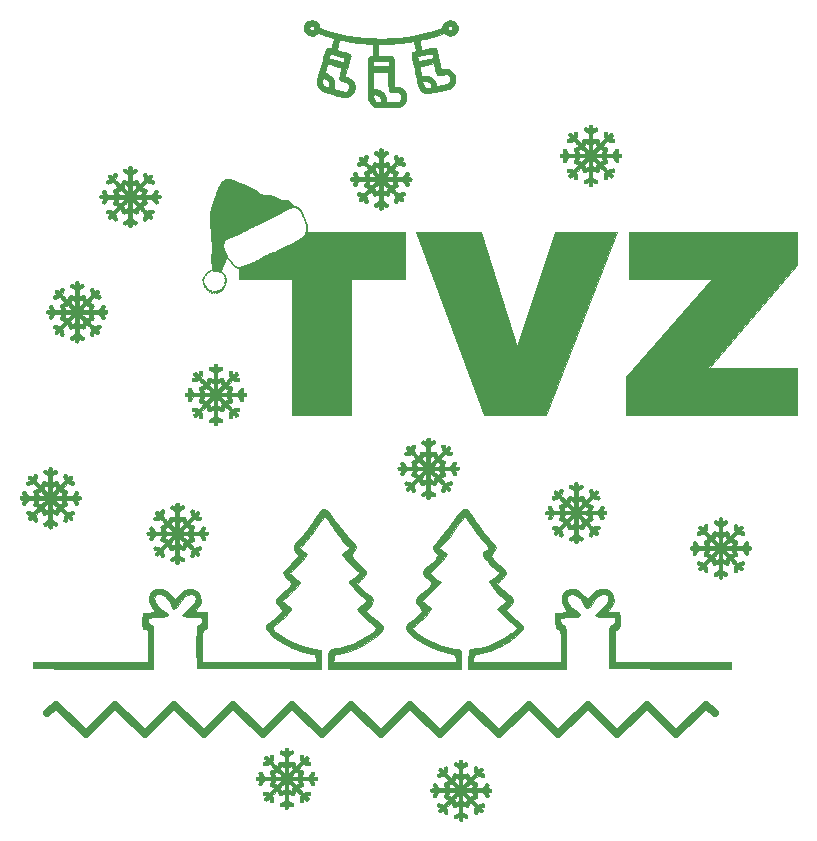
<source format=gbr>
%TF.GenerationSoftware,KiCad,Pcbnew,(6.0.7)*%
%TF.CreationDate,2022-08-24T17:41:01+02:00*%
%TF.ProjectId,TVZ_kuglica,54565a5f-6b75-4676-9c69-63612e6b6963,rev?*%
%TF.SameCoordinates,Original*%
%TF.FileFunction,Legend,Top*%
%TF.FilePolarity,Positive*%
%FSLAX46Y46*%
G04 Gerber Fmt 4.6, Leading zero omitted, Abs format (unit mm)*
G04 Created by KiCad (PCBNEW (6.0.7)) date 2022-08-24 17:41:01*
%MOMM*%
%LPD*%
G01*
G04 APERTURE LIST*
%ADD10C,0.700000*%
%ADD11C,0.001000*%
%ADD12C,0.100000*%
%ADD13C,0.010000*%
%ADD14R,1.100000X0.750000*%
%ADD15C,0.900000*%
%ADD16C,0.800000*%
G04 APERTURE END LIST*
D10*
X144500000Y-123000000D02*
X142000000Y-125500000D01*
X122000000Y-125500000D02*
X119500000Y-123000000D01*
X142000000Y-125500000D02*
X139500000Y-123000000D01*
X127000000Y-125500000D02*
X124500000Y-123000000D01*
X114500000Y-123000000D02*
X112000000Y-125500000D01*
X157000000Y-125500000D02*
X154500000Y-123000000D01*
X139500000Y-123000000D02*
X137000000Y-125500000D01*
X154500000Y-123000000D02*
X152000000Y-125500000D01*
X164500000Y-123000000D02*
X162000000Y-125500000D01*
X134500000Y-123000000D02*
X132000000Y-125500000D01*
X159500000Y-123000000D02*
X157000000Y-125500000D01*
X129500000Y-123000000D02*
X127000000Y-125500000D01*
X124500000Y-123000000D02*
X122000000Y-125500000D01*
X132000000Y-125500000D02*
X129500000Y-123000000D01*
X162000000Y-125500000D02*
X159500000Y-123000000D01*
X147000000Y-125500000D02*
X144500000Y-123000000D01*
X149500000Y-123000000D02*
X147000000Y-125500000D01*
X165250000Y-123750000D02*
X164500000Y-123000000D01*
X109500000Y-123000000D02*
X108750000Y-123750000D01*
X112000000Y-125500000D02*
X109500000Y-123000000D01*
X137000000Y-125500000D02*
X134500000Y-123000000D01*
X117000000Y-125500000D02*
X114500000Y-123000000D01*
X119500000Y-123000000D02*
X117000000Y-125500000D01*
X152000000Y-125500000D02*
X149500000Y-123000000D01*
D11*
G36*
X111050000Y-119950000D02*
G01*
X107530000Y-119930000D01*
X107525000Y-119410000D01*
X111035000Y-119410000D01*
X111050000Y-119950000D01*
G37*
X111050000Y-119950000D02*
X107530000Y-119930000D01*
X107525000Y-119410000D01*
X111035000Y-119410000D01*
X111050000Y-119950000D01*
D12*
G36*
X148500000Y-92750000D02*
G01*
X151750000Y-83000000D01*
X157000000Y-83000000D01*
X151000000Y-98500000D01*
X145750000Y-98500000D01*
X140000000Y-83000000D01*
X145500000Y-83000000D01*
X148500000Y-92750000D01*
G37*
X148500000Y-92750000D02*
X151750000Y-83000000D01*
X157000000Y-83000000D01*
X151000000Y-98500000D01*
X145750000Y-98500000D01*
X140000000Y-83000000D01*
X145500000Y-83000000D01*
X148500000Y-92750000D01*
G36*
X139000000Y-87000000D02*
G01*
X134500000Y-87000000D01*
X134500000Y-98500000D01*
X129500000Y-98500000D01*
X129500000Y-87000000D01*
X125000000Y-87000000D01*
X125000000Y-86000000D01*
X125830000Y-85740000D01*
X126660000Y-85360000D01*
X127280000Y-85020000D01*
X128620000Y-84430000D01*
X129940000Y-83770000D01*
X130550000Y-83310000D01*
X130750000Y-83000000D01*
X139000000Y-83000000D01*
X139000000Y-87000000D01*
G37*
X139000000Y-87000000D02*
X134500000Y-87000000D01*
X134500000Y-98500000D01*
X129500000Y-98500000D01*
X129500000Y-87000000D01*
X125000000Y-87000000D01*
X125000000Y-86000000D01*
X125830000Y-85740000D01*
X126660000Y-85360000D01*
X127280000Y-85020000D01*
X128620000Y-84430000D01*
X129940000Y-83770000D01*
X130550000Y-83310000D01*
X130750000Y-83000000D01*
X139000000Y-83000000D01*
X139000000Y-87000000D01*
D13*
G36*
X166660000Y-119970000D02*
G01*
X163140000Y-119950000D01*
X163130000Y-119420000D01*
X166640000Y-119420000D01*
X166660000Y-119970000D01*
G37*
X166660000Y-119970000D02*
X163140000Y-119950000D01*
X163130000Y-119420000D01*
X166640000Y-119420000D01*
X166660000Y-119970000D01*
D12*
G36*
X172250000Y-85750000D02*
G01*
X164750000Y-94500000D01*
X172250000Y-94500000D01*
X172250000Y-98500000D01*
X157750000Y-98500000D01*
X157750000Y-95250000D01*
X165000000Y-87000000D01*
X158000000Y-87000000D01*
X158000000Y-83000000D01*
X172250000Y-83000000D01*
X172250000Y-85750000D01*
G37*
X172250000Y-85750000D02*
X164750000Y-94500000D01*
X172250000Y-94500000D01*
X172250000Y-98500000D01*
X157750000Y-98500000D01*
X157750000Y-95250000D01*
X165000000Y-87000000D01*
X158000000Y-87000000D01*
X158000000Y-83000000D01*
X172250000Y-83000000D01*
X172250000Y-85750000D01*
%TO.C,G\u002A\u002A\u002A*%
G36*
X140016256Y-70006047D02*
G01*
X139971387Y-69789766D01*
X139922794Y-69554315D01*
X139871544Y-69304797D01*
X139854893Y-69223478D01*
X139802003Y-68964227D01*
X140259470Y-68964227D01*
X140262219Y-68988496D01*
X140274048Y-69052273D01*
X140292793Y-69145526D01*
X140316292Y-69258222D01*
X140342382Y-69380328D01*
X140368901Y-69501813D01*
X140393685Y-69612644D01*
X140414572Y-69702789D01*
X140429399Y-69762214D01*
X140435548Y-69781015D01*
X140464637Y-69782462D01*
X140527377Y-69774052D01*
X140582351Y-69763423D01*
X140797513Y-69741029D01*
X141001139Y-69765649D01*
X141188208Y-69833914D01*
X141353699Y-69942456D01*
X141492592Y-70087907D01*
X141599866Y-70266900D01*
X141670500Y-70476068D01*
X141674887Y-70496250D01*
X141699556Y-70583013D01*
X141727479Y-70625863D01*
X141738622Y-70629600D01*
X141774517Y-70624593D01*
X141851056Y-70610734D01*
X141959202Y-70589763D01*
X142089914Y-70563423D01*
X142194687Y-70541742D01*
X142339705Y-70509847D01*
X142471838Y-70477887D01*
X142581033Y-70448516D01*
X142657241Y-70424384D01*
X142685077Y-70412331D01*
X142787112Y-70324560D01*
X142853775Y-70209429D01*
X142881674Y-70079048D01*
X142867413Y-69945527D01*
X142837283Y-69869086D01*
X142764154Y-69761285D01*
X142672425Y-69688972D01*
X142556433Y-69650427D01*
X142410512Y-69643930D01*
X142228998Y-69667759D01*
X142196117Y-69674304D01*
X142052366Y-69702350D01*
X141940172Y-69716514D01*
X141854054Y-69711936D01*
X141788529Y-69683760D01*
X141738115Y-69627127D01*
X141697329Y-69537180D01*
X141660688Y-69409063D01*
X141622711Y-69237916D01*
X141604686Y-69150281D01*
X141514306Y-68707124D01*
X140889103Y-68834642D01*
X140718296Y-68869525D01*
X140564928Y-68900931D01*
X140435710Y-68927479D01*
X140337352Y-68947789D01*
X140276567Y-68960478D01*
X140259470Y-68964227D01*
X139802003Y-68964227D01*
X139795371Y-68931719D01*
X139745618Y-68685579D01*
X139704932Y-68480965D01*
X139672613Y-68313785D01*
X139647959Y-68179948D01*
X139641937Y-68144347D01*
X140089517Y-68144347D01*
X140095955Y-68208828D01*
X140110621Y-68291817D01*
X140130328Y-68378898D01*
X140151891Y-68455656D01*
X140172126Y-68507674D01*
X140184859Y-68521801D01*
X140216841Y-68517051D01*
X140291262Y-68503503D01*
X140400797Y-68482570D01*
X140538121Y-68455665D01*
X140695910Y-68424200D01*
X140797300Y-68403730D01*
X140963507Y-68369415D01*
X141113182Y-68337351D01*
X141239088Y-68309184D01*
X141333986Y-68286559D01*
X141390639Y-68271122D01*
X141403277Y-68265981D01*
X141409650Y-68233126D01*
X141405986Y-68166643D01*
X141394879Y-68082113D01*
X141378923Y-67995111D01*
X141360714Y-67921216D01*
X141342848Y-67876006D01*
X141337301Y-67869930D01*
X141307701Y-67871135D01*
X141236770Y-67881259D01*
X141132872Y-67898669D01*
X141004368Y-67921731D01*
X140859620Y-67948810D01*
X140706990Y-67978272D01*
X140554840Y-68008484D01*
X140411531Y-68037812D01*
X140285426Y-68064621D01*
X140184886Y-68087278D01*
X140118274Y-68104148D01*
X140094489Y-68112790D01*
X140089517Y-68144347D01*
X139641937Y-68144347D01*
X139630268Y-68075363D01*
X139618841Y-67995937D01*
X139612974Y-67937579D01*
X139611968Y-67896198D01*
X139615121Y-67867702D01*
X139619863Y-67852154D01*
X139669646Y-67787701D01*
X139750111Y-67736211D01*
X139841154Y-67709586D01*
X139863034Y-67708211D01*
X139907044Y-67705260D01*
X139936862Y-67692735D01*
X139953023Y-67663807D01*
X139956065Y-67611647D01*
X139946526Y-67529423D01*
X139924941Y-67410306D01*
X139897218Y-67273463D01*
X139869015Y-67137728D01*
X139843936Y-67018855D01*
X139823957Y-66926076D01*
X139811056Y-66868619D01*
X139807643Y-66855261D01*
X139783686Y-66845000D01*
X139719765Y-66846005D01*
X139612377Y-66858498D01*
X139510548Y-66874022D01*
X139142514Y-66928062D01*
X138752591Y-66975341D01*
X138354618Y-67014661D01*
X137962439Y-67044826D01*
X137589894Y-67064638D01*
X137250825Y-67072900D01*
X137209550Y-67073064D01*
X136796800Y-67073600D01*
X136796800Y-68089600D01*
X137326409Y-68089599D01*
X137518232Y-68091027D01*
X137681856Y-68095123D01*
X137811242Y-68101609D01*
X137900354Y-68110207D01*
X137936781Y-68117753D01*
X137971167Y-68130314D01*
X138000065Y-68144817D01*
X138023954Y-68165491D01*
X138043309Y-68196564D01*
X138058608Y-68242263D01*
X138070328Y-68306818D01*
X138078945Y-68394455D01*
X138084937Y-68509404D01*
X138088780Y-68655893D01*
X138090952Y-68838149D01*
X138091930Y-69060401D01*
X138092190Y-69326877D01*
X138092200Y-69495511D01*
X138092200Y-70700745D01*
X138314450Y-70709622D01*
X138521754Y-70735850D01*
X138698669Y-70798934D01*
X138853189Y-70902458D01*
X138944267Y-70991863D01*
X139057734Y-71147337D01*
X139126926Y-71315796D01*
X139154890Y-71506166D01*
X139154584Y-71607500D01*
X139123595Y-71818762D01*
X139050212Y-72002057D01*
X138934544Y-72157214D01*
X138776699Y-72284066D01*
X138682284Y-72336683D01*
X138512500Y-72420300D01*
X137572100Y-72425401D01*
X137308681Y-72426383D01*
X137091585Y-72426121D01*
X136916347Y-72424495D01*
X136778504Y-72421383D01*
X136673590Y-72416662D01*
X136597142Y-72410212D01*
X136544695Y-72401910D01*
X136525634Y-72396887D01*
X136340823Y-72312271D01*
X136180786Y-72185342D01*
X136050403Y-72020526D01*
X135991677Y-71912300D01*
X135920500Y-71759900D01*
X135919180Y-71450272D01*
X136340562Y-71450272D01*
X136348284Y-71557947D01*
X136351459Y-71584169D01*
X136392573Y-71736619D01*
X136471920Y-71856998D01*
X136586331Y-71942669D01*
X136732637Y-71990998D01*
X136852981Y-72001200D01*
X137000000Y-72001200D01*
X137000000Y-71854181D01*
X136979523Y-71687334D01*
X136919851Y-71550151D01*
X136823617Y-71445802D01*
X136693458Y-71377457D01*
X136582969Y-71352659D01*
X136466538Y-71341934D01*
X136392271Y-71349682D01*
X136352751Y-71383322D01*
X136340562Y-71450272D01*
X135919180Y-71450272D01*
X135916840Y-70901839D01*
X136365000Y-70901839D01*
X136578500Y-70915159D01*
X136784116Y-70944176D01*
X136957543Y-71005893D01*
X137108580Y-71104421D01*
X137175404Y-71165395D01*
X137292961Y-71307210D01*
X137371463Y-71462802D01*
X137415405Y-71643143D01*
X137427665Y-71781247D01*
X137437025Y-72005794D01*
X137923362Y-71996731D01*
X138100824Y-71992702D01*
X138235081Y-71987656D01*
X138333729Y-71980883D01*
X138404363Y-71971672D01*
X138454578Y-71959314D01*
X138490936Y-71943660D01*
X138596336Y-71861798D01*
X138672249Y-71752948D01*
X138714399Y-71629282D01*
X138718511Y-71502971D01*
X138684243Y-71393406D01*
X138634784Y-71322665D01*
X138566082Y-71250090D01*
X138541369Y-71228854D01*
X138500290Y-71197520D01*
X138462146Y-71175614D01*
X138416558Y-71160982D01*
X138353149Y-71151474D01*
X138261541Y-71144939D01*
X138131355Y-71139223D01*
X138103842Y-71138148D01*
X137984191Y-71134589D01*
X137887437Y-71130888D01*
X137811120Y-71122116D01*
X137752778Y-71103341D01*
X137709949Y-71069633D01*
X137680171Y-71016063D01*
X137660983Y-70937700D01*
X137649922Y-70829614D01*
X137644528Y-70686874D01*
X137642338Y-70504551D01*
X137640891Y-70277714D01*
X137640324Y-70209827D01*
X137632948Y-69410400D01*
X136365000Y-69410400D01*
X136365000Y-70901839D01*
X135916840Y-70901839D01*
X135913138Y-70034052D01*
X135911822Y-69672428D01*
X135911301Y-69410400D01*
X135911198Y-69358769D01*
X135911302Y-69090247D01*
X135912171Y-68864031D01*
X135912576Y-68818735D01*
X136342773Y-68818735D01*
X136344585Y-68897507D01*
X136349790Y-68942832D01*
X136350477Y-68944910D01*
X136363098Y-68955759D01*
X136395106Y-68963923D01*
X136451836Y-68969629D01*
X136538625Y-68973103D01*
X136660811Y-68974571D01*
X136823729Y-68974260D01*
X137005720Y-68972687D01*
X137647700Y-68965900D01*
X137647700Y-68534100D01*
X136352300Y-68534100D01*
X136344757Y-68722222D01*
X136342773Y-68818735D01*
X135912576Y-68818735D01*
X135913842Y-68677292D01*
X135916352Y-68527200D01*
X135919737Y-68410925D01*
X135924034Y-68325638D01*
X135929281Y-68268508D01*
X135935513Y-68236707D01*
X135936563Y-68233878D01*
X135992680Y-68161679D01*
X136086670Y-68112296D01*
X136208997Y-68090308D01*
X136237184Y-68089600D01*
X136339600Y-68089600D01*
X136339600Y-67075901D01*
X136257050Y-67063133D01*
X136196759Y-67056267D01*
X136100997Y-67048078D01*
X135985028Y-67039792D01*
X135907800Y-67035038D01*
X135485077Y-67002009D01*
X135028907Y-66950256D01*
X134552330Y-66881531D01*
X134068388Y-66797586D01*
X133905275Y-66766045D01*
X133771150Y-66740367D01*
X133655270Y-66719988D01*
X133566427Y-66706313D01*
X133513415Y-66700744D01*
X133502543Y-66701789D01*
X133492124Y-66728424D01*
X133470987Y-66793729D01*
X133441903Y-66888218D01*
X133407642Y-67002406D01*
X133370973Y-67126808D01*
X133334665Y-67251938D01*
X133301489Y-67368311D01*
X133274214Y-67466442D01*
X133255609Y-67536844D01*
X133248445Y-67570032D01*
X133248632Y-67571371D01*
X133273337Y-67579206D01*
X133339776Y-67599049D01*
X133440875Y-67628821D01*
X133569560Y-67666442D01*
X133718759Y-67709835D01*
X133786900Y-67729588D01*
X133970434Y-67783530D01*
X134111098Y-67826986D01*
X134215172Y-67862301D01*
X134288937Y-67891822D01*
X134338676Y-67917894D01*
X134370668Y-67942864D01*
X134377450Y-67950148D01*
X134416989Y-68009727D01*
X134434547Y-68063594D01*
X134434600Y-68065788D01*
X134427686Y-68101290D01*
X134408052Y-68179466D01*
X134377360Y-68294269D01*
X134337272Y-68439651D01*
X134289450Y-68609565D01*
X134235556Y-68797965D01*
X134193300Y-68943811D01*
X134136239Y-69140222D01*
X134083991Y-69321030D01*
X134038198Y-69480477D01*
X134000503Y-69612806D01*
X133972547Y-69712258D01*
X133955973Y-69773074D01*
X133952000Y-69789900D01*
X133974191Y-69806157D01*
X134031852Y-69830598D01*
X134098050Y-69853250D01*
X134230174Y-69898896D01*
X134331194Y-69946531D01*
X134420053Y-70006850D01*
X134511503Y-70086615D01*
X134636807Y-70236412D01*
X134723709Y-70410187D01*
X134770185Y-70598133D01*
X134774212Y-70790440D01*
X134733768Y-70977301D01*
X134708254Y-71040645D01*
X134599189Y-71221951D01*
X134454584Y-71373109D01*
X134289578Y-71482086D01*
X134211351Y-71518780D01*
X134143507Y-71540809D01*
X134068155Y-71551619D01*
X133967402Y-71554656D01*
X133913900Y-71554449D01*
X133847175Y-71552998D01*
X133784014Y-71548852D01*
X133717880Y-71540491D01*
X133642236Y-71526397D01*
X133550543Y-71505049D01*
X133436264Y-71474930D01*
X133292862Y-71434518D01*
X133113798Y-71382297D01*
X132897932Y-71318349D01*
X132701440Y-71258988D01*
X132516213Y-71201263D01*
X132349078Y-71147438D01*
X132206859Y-71099775D01*
X132096382Y-71060537D01*
X132024471Y-71031984D01*
X132005094Y-71022412D01*
X131874452Y-70922681D01*
X131756016Y-70789756D01*
X131664393Y-70641188D01*
X131638984Y-70582536D01*
X131617834Y-70522004D01*
X131602037Y-70462499D01*
X131592386Y-70399780D01*
X131589673Y-70329605D01*
X131594692Y-70247731D01*
X131594989Y-70245581D01*
X132024342Y-70245581D01*
X132038186Y-70394250D01*
X132094002Y-70521100D01*
X132183924Y-70616035D01*
X132242900Y-70651254D01*
X132322188Y-70687127D01*
X132406304Y-70718098D01*
X132479762Y-70738614D01*
X132527077Y-70743118D01*
X132532825Y-70741198D01*
X132548023Y-70713164D01*
X132568095Y-70652797D01*
X132577275Y-70618784D01*
X132602229Y-70443323D01*
X132583709Y-70292030D01*
X132522809Y-70166930D01*
X132420623Y-70070046D01*
X132278244Y-70003400D01*
X132238719Y-69992257D01*
X132156051Y-69974351D01*
X132107515Y-69977915D01*
X132078572Y-70009868D01*
X132054684Y-70077130D01*
X132053735Y-70080295D01*
X132024342Y-70245581D01*
X131594989Y-70245581D01*
X131608235Y-70149917D01*
X131631095Y-70031920D01*
X131664066Y-69889499D01*
X131707940Y-69718412D01*
X131763510Y-69514418D01*
X131763891Y-69513066D01*
X132236704Y-69513066D01*
X132261099Y-69535494D01*
X132323060Y-69556004D01*
X132341514Y-69560758D01*
X132548431Y-69637149D01*
X132727951Y-69755984D01*
X132824031Y-69848630D01*
X132948789Y-70019194D01*
X133024860Y-70204118D01*
X133052286Y-70403581D01*
X133031108Y-70617763D01*
X133016473Y-70680400D01*
X132993429Y-70770436D01*
X132977075Y-70838119D01*
X132970275Y-70871477D01*
X132970369Y-70873039D01*
X132994735Y-70880388D01*
X133059824Y-70899380D01*
X133157525Y-70927665D01*
X133279728Y-70962892D01*
X133380500Y-70991857D01*
X133581194Y-71046882D01*
X133741289Y-71084143D01*
X133867560Y-71104213D01*
X133966784Y-71107661D01*
X134045736Y-71095060D01*
X134111193Y-71066980D01*
X134130058Y-71055050D01*
X134241656Y-70952878D01*
X134309474Y-70831328D01*
X134331088Y-70696945D01*
X134309313Y-70571291D01*
X134273145Y-70487206D01*
X134221436Y-70418847D01*
X134146724Y-70361322D01*
X134041549Y-70309743D01*
X133898452Y-70259218D01*
X133779613Y-70224076D01*
X133628942Y-70170112D01*
X133521146Y-70106007D01*
X133459011Y-70033841D01*
X133444036Y-69973601D01*
X133450778Y-69936179D01*
X133469453Y-69858800D01*
X133497773Y-69750277D01*
X133533448Y-69619422D01*
X133567182Y-69499540D01*
X133690293Y-69067980D01*
X133083836Y-68892767D01*
X132916858Y-68845161D01*
X132766447Y-68803497D01*
X132639325Y-68769536D01*
X132542215Y-68745042D01*
X132481839Y-68731778D01*
X132464559Y-68730374D01*
X132453312Y-68758184D01*
X132431236Y-68825734D01*
X132401191Y-68923845D01*
X132366036Y-69043336D01*
X132353600Y-69086599D01*
X132316739Y-69215197D01*
X132283777Y-69329481D01*
X132257761Y-69418935D01*
X132241740Y-69473040D01*
X132239432Y-69480510D01*
X132236704Y-69513066D01*
X131763891Y-69513066D01*
X131831569Y-69273273D01*
X131912911Y-68990736D01*
X131979155Y-68762700D01*
X132065674Y-68465673D01*
X132120576Y-68278375D01*
X132585182Y-68278375D01*
X132585665Y-68281054D01*
X132610084Y-68289166D01*
X132675360Y-68309246D01*
X132773608Y-68338953D01*
X132896943Y-68375944D01*
X133037478Y-68417876D01*
X133187328Y-68462409D01*
X133338609Y-68507200D01*
X133483434Y-68549907D01*
X133613917Y-68588188D01*
X133722174Y-68619700D01*
X133800319Y-68642103D01*
X133817574Y-68646937D01*
X133826795Y-68625336D01*
X133846191Y-68567036D01*
X133871764Y-68484119D01*
X133874724Y-68474211D01*
X133900559Y-68382428D01*
X133919141Y-68306806D01*
X133926588Y-68263197D01*
X133926600Y-68262367D01*
X133910829Y-68244814D01*
X133861286Y-68220412D01*
X133774621Y-68187968D01*
X133647486Y-68146292D01*
X133476533Y-68094194D01*
X133345071Y-68055555D01*
X133180055Y-68007976D01*
X133030218Y-67965572D01*
X132902794Y-67930326D01*
X132805016Y-67904220D01*
X132744117Y-67889236D01*
X132727859Y-67886400D01*
X132701028Y-67910657D01*
X132668392Y-67980171D01*
X132635204Y-68080049D01*
X132609466Y-68171332D01*
X132591797Y-68241477D01*
X132585182Y-68278375D01*
X132120576Y-68278375D01*
X132139511Y-68213779D01*
X132202280Y-68003403D01*
X132255592Y-67830931D01*
X132301060Y-67692746D01*
X132340297Y-67585236D01*
X132374916Y-67504785D01*
X132406529Y-67447779D01*
X132436749Y-67410602D01*
X132467189Y-67389640D01*
X132499461Y-67381278D01*
X132535179Y-67381902D01*
X132575954Y-67387897D01*
X132591338Y-67390531D01*
X132671310Y-67404797D01*
X132730404Y-67412203D01*
X132773996Y-67406727D01*
X132807456Y-67382349D01*
X132836160Y-67333047D01*
X132865479Y-67252800D01*
X132900787Y-67135587D01*
X132940408Y-66999371D01*
X132980105Y-66862513D01*
X133013694Y-66743901D01*
X133038973Y-66651542D01*
X133053741Y-66593442D01*
X133056504Y-66577004D01*
X133031211Y-66568645D01*
X132965633Y-66549084D01*
X132868399Y-66520842D01*
X132748135Y-66486435D01*
X132682000Y-66467689D01*
X132513582Y-66418696D01*
X132325643Y-66361773D01*
X132140876Y-66303910D01*
X131981972Y-66252099D01*
X131978937Y-66251080D01*
X131644175Y-66138549D01*
X131597937Y-66190574D01*
X131508644Y-66261125D01*
X131386482Y-66317466D01*
X131248802Y-66353039D01*
X131143937Y-66362151D01*
X130966452Y-66339096D01*
X130809401Y-66273111D01*
X130678424Y-66169863D01*
X130579164Y-66035020D01*
X130517262Y-65874251D01*
X130500662Y-65734433D01*
X130949435Y-65734433D01*
X130972412Y-65825340D01*
X131027826Y-65887281D01*
X131104301Y-65917001D01*
X131190461Y-65911244D01*
X131274930Y-65866753D01*
X131306396Y-65836599D01*
X131348398Y-65772426D01*
X131352688Y-65705195D01*
X131350544Y-65693172D01*
X131312104Y-65597715D01*
X131249302Y-65537039D01*
X131172984Y-65510029D01*
X131093994Y-65515569D01*
X131023178Y-65552543D01*
X130971381Y-65619836D01*
X130949448Y-65716332D01*
X130949435Y-65734433D01*
X130500662Y-65734433D01*
X130498157Y-65713337D01*
X130520886Y-65536336D01*
X130586567Y-65379460D01*
X130689425Y-65248466D01*
X130823688Y-65149110D01*
X130983579Y-65087149D01*
X131145300Y-65068115D01*
X131326288Y-65091378D01*
X131486061Y-65157975D01*
X131618924Y-65263119D01*
X131719183Y-65402023D01*
X131781141Y-65569900D01*
X131788880Y-65609131D01*
X131806698Y-65714700D01*
X132047499Y-65798703D01*
X132750631Y-66023002D01*
X133477922Y-66213346D01*
X134233962Y-66370738D01*
X135023340Y-66496180D01*
X135526800Y-66557832D01*
X135706677Y-66573422D01*
X135928524Y-66586070D01*
X136183597Y-66595776D01*
X136463151Y-66602541D01*
X136758442Y-66606364D01*
X137060724Y-66607245D01*
X137361254Y-66605185D01*
X137651287Y-66600183D01*
X137922078Y-66592239D01*
X138164882Y-66581353D01*
X138370956Y-66567526D01*
X138473200Y-66557832D01*
X139270745Y-66453901D01*
X140031676Y-66320191D01*
X140761360Y-66155533D01*
X141465161Y-65958755D01*
X141952500Y-65798760D01*
X142193301Y-65714700D01*
X142199112Y-65680266D01*
X142650694Y-65680266D01*
X142652181Y-65770797D01*
X142691838Y-65844117D01*
X142758377Y-65894602D01*
X142840507Y-65916629D01*
X142926938Y-65904574D01*
X143003290Y-65855902D01*
X143040268Y-65788490D01*
X143050280Y-65714700D01*
X143030731Y-65620935D01*
X142979668Y-65555377D01*
X142908463Y-65519004D01*
X142828491Y-65512797D01*
X142751124Y-65537736D01*
X142687737Y-65594801D01*
X142650694Y-65680266D01*
X142199112Y-65680266D01*
X142211119Y-65609131D01*
X142264134Y-65435572D01*
X142356678Y-65290098D01*
X142483203Y-65177366D01*
X142638160Y-65102036D01*
X142816003Y-65068766D01*
X142856062Y-65067557D01*
X143027877Y-65089141D01*
X143177224Y-65150535D01*
X143301325Y-65244717D01*
X143397404Y-65364669D01*
X143462680Y-65503370D01*
X143494375Y-65653801D01*
X143489712Y-65808940D01*
X143445912Y-65961768D01*
X143360196Y-66105265D01*
X143295075Y-66176812D01*
X143149915Y-66283282D01*
X142989107Y-66344768D01*
X142820816Y-66360786D01*
X142653209Y-66330852D01*
X142494450Y-66254480D01*
X142455291Y-66226699D01*
X142346700Y-66143832D01*
X141902200Y-66288887D01*
X141632701Y-66373920D01*
X141347940Y-66458575D01*
X141062652Y-66538741D01*
X140791572Y-66610310D01*
X140549432Y-66669173D01*
X140492500Y-66682008D01*
X140395750Y-66704830D01*
X140318505Y-66725729D01*
X140274002Y-66741038D01*
X140269168Y-66743859D01*
X140268777Y-66771429D01*
X140276804Y-66838578D01*
X140291404Y-66935136D01*
X140310734Y-67050929D01*
X140332950Y-67175785D01*
X140356208Y-67299532D01*
X140378664Y-67411997D01*
X140398475Y-67503007D01*
X140413796Y-67562390D01*
X140420614Y-67579397D01*
X140446772Y-67577639D01*
X140515376Y-67566839D01*
X140619142Y-67548318D01*
X140750783Y-67523394D01*
X140903015Y-67493389D01*
X140969397Y-67479983D01*
X141167205Y-67440629D01*
X141321789Y-67412560D01*
X141439425Y-67395658D01*
X141526393Y-67389798D01*
X141588968Y-67394860D01*
X141633430Y-67410723D01*
X141666055Y-67437263D01*
X141687820Y-67466055D01*
X141702423Y-67505068D01*
X141725388Y-67587600D01*
X141755227Y-67707333D01*
X141790448Y-67857950D01*
X141829564Y-68033135D01*
X141871083Y-68226569D01*
X141900490Y-68368034D01*
X141941790Y-68567764D01*
X141980395Y-68751384D01*
X142015022Y-68913023D01*
X142044388Y-69046810D01*
X142067208Y-69146877D01*
X142082199Y-69207352D01*
X142087490Y-69223156D01*
X142117973Y-69226449D01*
X142184382Y-69221345D01*
X142272740Y-69208954D01*
X142278691Y-69207960D01*
X142493389Y-69194988D01*
X142695605Y-69228034D01*
X142879650Y-69304205D01*
X143039833Y-69420604D01*
X143170465Y-69574338D01*
X143238360Y-69696214D01*
X143278435Y-69793013D01*
X143300850Y-69879545D01*
X143310277Y-69978911D01*
X143311650Y-70058634D01*
X143309053Y-70171833D01*
X143297581Y-70256926D01*
X143272206Y-70336463D01*
X143228416Y-70431947D01*
X143118164Y-70605765D01*
X142978138Y-70744275D01*
X142814535Y-70841605D01*
X142782236Y-70854608D01*
X142707797Y-70877710D01*
X142592792Y-70907436D01*
X142445236Y-70942186D01*
X142273143Y-70980362D01*
X142084527Y-71020366D01*
X141887403Y-71060598D01*
X141689785Y-71099460D01*
X141499687Y-71135354D01*
X141325125Y-71166680D01*
X141174112Y-71191839D01*
X141054663Y-71209234D01*
X140974792Y-71217265D01*
X140962400Y-71217622D01*
X140772053Y-71195143D01*
X140591780Y-71130552D01*
X140429813Y-71029868D01*
X140294380Y-70899115D01*
X140193711Y-70744311D01*
X140147379Y-70621352D01*
X140137142Y-70577443D01*
X140117844Y-70488857D01*
X140090552Y-70360695D01*
X140067600Y-70251606D01*
X140516787Y-70251606D01*
X140517691Y-70297040D01*
X140536053Y-70374266D01*
X140557493Y-70454834D01*
X140617262Y-70587032D01*
X140717301Y-70697041D01*
X140769647Y-70733969D01*
X140860321Y-70766744D01*
X140981695Y-70779146D01*
X141117507Y-70770178D01*
X141178300Y-70759060D01*
X141229590Y-70741738D01*
X141248460Y-70709209D01*
X141248125Y-70654115D01*
X141215894Y-70486727D01*
X141147805Y-70354426D01*
X141046751Y-70259447D01*
X140915620Y-70204023D01*
X140757305Y-70190390D01*
X140662090Y-70201093D01*
X140584659Y-70214130D01*
X140537667Y-70227469D01*
X140516787Y-70251606D01*
X140067600Y-70251606D01*
X140056333Y-70198057D01*
X140016256Y-70006047D01*
G37*
D13*
X140016256Y-70006047D02*
X139971387Y-69789766D01*
X139922794Y-69554315D01*
X139871544Y-69304797D01*
X139854893Y-69223478D01*
X139802003Y-68964227D01*
X140259470Y-68964227D01*
X140262219Y-68988496D01*
X140274048Y-69052273D01*
X140292793Y-69145526D01*
X140316292Y-69258222D01*
X140342382Y-69380328D01*
X140368901Y-69501813D01*
X140393685Y-69612644D01*
X140414572Y-69702789D01*
X140429399Y-69762214D01*
X140435548Y-69781015D01*
X140464637Y-69782462D01*
X140527377Y-69774052D01*
X140582351Y-69763423D01*
X140797513Y-69741029D01*
X141001139Y-69765649D01*
X141188208Y-69833914D01*
X141353699Y-69942456D01*
X141492592Y-70087907D01*
X141599866Y-70266900D01*
X141670500Y-70476068D01*
X141674887Y-70496250D01*
X141699556Y-70583013D01*
X141727479Y-70625863D01*
X141738622Y-70629600D01*
X141774517Y-70624593D01*
X141851056Y-70610734D01*
X141959202Y-70589763D01*
X142089914Y-70563423D01*
X142194687Y-70541742D01*
X142339705Y-70509847D01*
X142471838Y-70477887D01*
X142581033Y-70448516D01*
X142657241Y-70424384D01*
X142685077Y-70412331D01*
X142787112Y-70324560D01*
X142853775Y-70209429D01*
X142881674Y-70079048D01*
X142867413Y-69945527D01*
X142837283Y-69869086D01*
X142764154Y-69761285D01*
X142672425Y-69688972D01*
X142556433Y-69650427D01*
X142410512Y-69643930D01*
X142228998Y-69667759D01*
X142196117Y-69674304D01*
X142052366Y-69702350D01*
X141940172Y-69716514D01*
X141854054Y-69711936D01*
X141788529Y-69683760D01*
X141738115Y-69627127D01*
X141697329Y-69537180D01*
X141660688Y-69409063D01*
X141622711Y-69237916D01*
X141604686Y-69150281D01*
X141514306Y-68707124D01*
X140889103Y-68834642D01*
X140718296Y-68869525D01*
X140564928Y-68900931D01*
X140435710Y-68927479D01*
X140337352Y-68947789D01*
X140276567Y-68960478D01*
X140259470Y-68964227D01*
X139802003Y-68964227D01*
X139795371Y-68931719D01*
X139745618Y-68685579D01*
X139704932Y-68480965D01*
X139672613Y-68313785D01*
X139647959Y-68179948D01*
X139641937Y-68144347D01*
X140089517Y-68144347D01*
X140095955Y-68208828D01*
X140110621Y-68291817D01*
X140130328Y-68378898D01*
X140151891Y-68455656D01*
X140172126Y-68507674D01*
X140184859Y-68521801D01*
X140216841Y-68517051D01*
X140291262Y-68503503D01*
X140400797Y-68482570D01*
X140538121Y-68455665D01*
X140695910Y-68424200D01*
X140797300Y-68403730D01*
X140963507Y-68369415D01*
X141113182Y-68337351D01*
X141239088Y-68309184D01*
X141333986Y-68286559D01*
X141390639Y-68271122D01*
X141403277Y-68265981D01*
X141409650Y-68233126D01*
X141405986Y-68166643D01*
X141394879Y-68082113D01*
X141378923Y-67995111D01*
X141360714Y-67921216D01*
X141342848Y-67876006D01*
X141337301Y-67869930D01*
X141307701Y-67871135D01*
X141236770Y-67881259D01*
X141132872Y-67898669D01*
X141004368Y-67921731D01*
X140859620Y-67948810D01*
X140706990Y-67978272D01*
X140554840Y-68008484D01*
X140411531Y-68037812D01*
X140285426Y-68064621D01*
X140184886Y-68087278D01*
X140118274Y-68104148D01*
X140094489Y-68112790D01*
X140089517Y-68144347D01*
X139641937Y-68144347D01*
X139630268Y-68075363D01*
X139618841Y-67995937D01*
X139612974Y-67937579D01*
X139611968Y-67896198D01*
X139615121Y-67867702D01*
X139619863Y-67852154D01*
X139669646Y-67787701D01*
X139750111Y-67736211D01*
X139841154Y-67709586D01*
X139863034Y-67708211D01*
X139907044Y-67705260D01*
X139936862Y-67692735D01*
X139953023Y-67663807D01*
X139956065Y-67611647D01*
X139946526Y-67529423D01*
X139924941Y-67410306D01*
X139897218Y-67273463D01*
X139869015Y-67137728D01*
X139843936Y-67018855D01*
X139823957Y-66926076D01*
X139811056Y-66868619D01*
X139807643Y-66855261D01*
X139783686Y-66845000D01*
X139719765Y-66846005D01*
X139612377Y-66858498D01*
X139510548Y-66874022D01*
X139142514Y-66928062D01*
X138752591Y-66975341D01*
X138354618Y-67014661D01*
X137962439Y-67044826D01*
X137589894Y-67064638D01*
X137250825Y-67072900D01*
X137209550Y-67073064D01*
X136796800Y-67073600D01*
X136796800Y-68089600D01*
X137326409Y-68089599D01*
X137518232Y-68091027D01*
X137681856Y-68095123D01*
X137811242Y-68101609D01*
X137900354Y-68110207D01*
X137936781Y-68117753D01*
X137971167Y-68130314D01*
X138000065Y-68144817D01*
X138023954Y-68165491D01*
X138043309Y-68196564D01*
X138058608Y-68242263D01*
X138070328Y-68306818D01*
X138078945Y-68394455D01*
X138084937Y-68509404D01*
X138088780Y-68655893D01*
X138090952Y-68838149D01*
X138091930Y-69060401D01*
X138092190Y-69326877D01*
X138092200Y-69495511D01*
X138092200Y-70700745D01*
X138314450Y-70709622D01*
X138521754Y-70735850D01*
X138698669Y-70798934D01*
X138853189Y-70902458D01*
X138944267Y-70991863D01*
X139057734Y-71147337D01*
X139126926Y-71315796D01*
X139154890Y-71506166D01*
X139154584Y-71607500D01*
X139123595Y-71818762D01*
X139050212Y-72002057D01*
X138934544Y-72157214D01*
X138776699Y-72284066D01*
X138682284Y-72336683D01*
X138512500Y-72420300D01*
X137572100Y-72425401D01*
X137308681Y-72426383D01*
X137091585Y-72426121D01*
X136916347Y-72424495D01*
X136778504Y-72421383D01*
X136673590Y-72416662D01*
X136597142Y-72410212D01*
X136544695Y-72401910D01*
X136525634Y-72396887D01*
X136340823Y-72312271D01*
X136180786Y-72185342D01*
X136050403Y-72020526D01*
X135991677Y-71912300D01*
X135920500Y-71759900D01*
X135919180Y-71450272D01*
X136340562Y-71450272D01*
X136348284Y-71557947D01*
X136351459Y-71584169D01*
X136392573Y-71736619D01*
X136471920Y-71856998D01*
X136586331Y-71942669D01*
X136732637Y-71990998D01*
X136852981Y-72001200D01*
X137000000Y-72001200D01*
X137000000Y-71854181D01*
X136979523Y-71687334D01*
X136919851Y-71550151D01*
X136823617Y-71445802D01*
X136693458Y-71377457D01*
X136582969Y-71352659D01*
X136466538Y-71341934D01*
X136392271Y-71349682D01*
X136352751Y-71383322D01*
X136340562Y-71450272D01*
X135919180Y-71450272D01*
X135916840Y-70901839D01*
X136365000Y-70901839D01*
X136578500Y-70915159D01*
X136784116Y-70944176D01*
X136957543Y-71005893D01*
X137108580Y-71104421D01*
X137175404Y-71165395D01*
X137292961Y-71307210D01*
X137371463Y-71462802D01*
X137415405Y-71643143D01*
X137427665Y-71781247D01*
X137437025Y-72005794D01*
X137923362Y-71996731D01*
X138100824Y-71992702D01*
X138235081Y-71987656D01*
X138333729Y-71980883D01*
X138404363Y-71971672D01*
X138454578Y-71959314D01*
X138490936Y-71943660D01*
X138596336Y-71861798D01*
X138672249Y-71752948D01*
X138714399Y-71629282D01*
X138718511Y-71502971D01*
X138684243Y-71393406D01*
X138634784Y-71322665D01*
X138566082Y-71250090D01*
X138541369Y-71228854D01*
X138500290Y-71197520D01*
X138462146Y-71175614D01*
X138416558Y-71160982D01*
X138353149Y-71151474D01*
X138261541Y-71144939D01*
X138131355Y-71139223D01*
X138103842Y-71138148D01*
X137984191Y-71134589D01*
X137887437Y-71130888D01*
X137811120Y-71122116D01*
X137752778Y-71103341D01*
X137709949Y-71069633D01*
X137680171Y-71016063D01*
X137660983Y-70937700D01*
X137649922Y-70829614D01*
X137644528Y-70686874D01*
X137642338Y-70504551D01*
X137640891Y-70277714D01*
X137640324Y-70209827D01*
X137632948Y-69410400D01*
X136365000Y-69410400D01*
X136365000Y-70901839D01*
X135916840Y-70901839D01*
X135913138Y-70034052D01*
X135911822Y-69672428D01*
X135911301Y-69410400D01*
X135911198Y-69358769D01*
X135911302Y-69090247D01*
X135912171Y-68864031D01*
X135912576Y-68818735D01*
X136342773Y-68818735D01*
X136344585Y-68897507D01*
X136349790Y-68942832D01*
X136350477Y-68944910D01*
X136363098Y-68955759D01*
X136395106Y-68963923D01*
X136451836Y-68969629D01*
X136538625Y-68973103D01*
X136660811Y-68974571D01*
X136823729Y-68974260D01*
X137005720Y-68972687D01*
X137647700Y-68965900D01*
X137647700Y-68534100D01*
X136352300Y-68534100D01*
X136344757Y-68722222D01*
X136342773Y-68818735D01*
X135912576Y-68818735D01*
X135913842Y-68677292D01*
X135916352Y-68527200D01*
X135919737Y-68410925D01*
X135924034Y-68325638D01*
X135929281Y-68268508D01*
X135935513Y-68236707D01*
X135936563Y-68233878D01*
X135992680Y-68161679D01*
X136086670Y-68112296D01*
X136208997Y-68090308D01*
X136237184Y-68089600D01*
X136339600Y-68089600D01*
X136339600Y-67075901D01*
X136257050Y-67063133D01*
X136196759Y-67056267D01*
X136100997Y-67048078D01*
X135985028Y-67039792D01*
X135907800Y-67035038D01*
X135485077Y-67002009D01*
X135028907Y-66950256D01*
X134552330Y-66881531D01*
X134068388Y-66797586D01*
X133905275Y-66766045D01*
X133771150Y-66740367D01*
X133655270Y-66719988D01*
X133566427Y-66706313D01*
X133513415Y-66700744D01*
X133502543Y-66701789D01*
X133492124Y-66728424D01*
X133470987Y-66793729D01*
X133441903Y-66888218D01*
X133407642Y-67002406D01*
X133370973Y-67126808D01*
X133334665Y-67251938D01*
X133301489Y-67368311D01*
X133274214Y-67466442D01*
X133255609Y-67536844D01*
X133248445Y-67570032D01*
X133248632Y-67571371D01*
X133273337Y-67579206D01*
X133339776Y-67599049D01*
X133440875Y-67628821D01*
X133569560Y-67666442D01*
X133718759Y-67709835D01*
X133786900Y-67729588D01*
X133970434Y-67783530D01*
X134111098Y-67826986D01*
X134215172Y-67862301D01*
X134288937Y-67891822D01*
X134338676Y-67917894D01*
X134370668Y-67942864D01*
X134377450Y-67950148D01*
X134416989Y-68009727D01*
X134434547Y-68063594D01*
X134434600Y-68065788D01*
X134427686Y-68101290D01*
X134408052Y-68179466D01*
X134377360Y-68294269D01*
X134337272Y-68439651D01*
X134289450Y-68609565D01*
X134235556Y-68797965D01*
X134193300Y-68943811D01*
X134136239Y-69140222D01*
X134083991Y-69321030D01*
X134038198Y-69480477D01*
X134000503Y-69612806D01*
X133972547Y-69712258D01*
X133955973Y-69773074D01*
X133952000Y-69789900D01*
X133974191Y-69806157D01*
X134031852Y-69830598D01*
X134098050Y-69853250D01*
X134230174Y-69898896D01*
X134331194Y-69946531D01*
X134420053Y-70006850D01*
X134511503Y-70086615D01*
X134636807Y-70236412D01*
X134723709Y-70410187D01*
X134770185Y-70598133D01*
X134774212Y-70790440D01*
X134733768Y-70977301D01*
X134708254Y-71040645D01*
X134599189Y-71221951D01*
X134454584Y-71373109D01*
X134289578Y-71482086D01*
X134211351Y-71518780D01*
X134143507Y-71540809D01*
X134068155Y-71551619D01*
X133967402Y-71554656D01*
X133913900Y-71554449D01*
X133847175Y-71552998D01*
X133784014Y-71548852D01*
X133717880Y-71540491D01*
X133642236Y-71526397D01*
X133550543Y-71505049D01*
X133436264Y-71474930D01*
X133292862Y-71434518D01*
X133113798Y-71382297D01*
X132897932Y-71318349D01*
X132701440Y-71258988D01*
X132516213Y-71201263D01*
X132349078Y-71147438D01*
X132206859Y-71099775D01*
X132096382Y-71060537D01*
X132024471Y-71031984D01*
X132005094Y-71022412D01*
X131874452Y-70922681D01*
X131756016Y-70789756D01*
X131664393Y-70641188D01*
X131638984Y-70582536D01*
X131617834Y-70522004D01*
X131602037Y-70462499D01*
X131592386Y-70399780D01*
X131589673Y-70329605D01*
X131594692Y-70247731D01*
X131594989Y-70245581D01*
X132024342Y-70245581D01*
X132038186Y-70394250D01*
X132094002Y-70521100D01*
X132183924Y-70616035D01*
X132242900Y-70651254D01*
X132322188Y-70687127D01*
X132406304Y-70718098D01*
X132479762Y-70738614D01*
X132527077Y-70743118D01*
X132532825Y-70741198D01*
X132548023Y-70713164D01*
X132568095Y-70652797D01*
X132577275Y-70618784D01*
X132602229Y-70443323D01*
X132583709Y-70292030D01*
X132522809Y-70166930D01*
X132420623Y-70070046D01*
X132278244Y-70003400D01*
X132238719Y-69992257D01*
X132156051Y-69974351D01*
X132107515Y-69977915D01*
X132078572Y-70009868D01*
X132054684Y-70077130D01*
X132053735Y-70080295D01*
X132024342Y-70245581D01*
X131594989Y-70245581D01*
X131608235Y-70149917D01*
X131631095Y-70031920D01*
X131664066Y-69889499D01*
X131707940Y-69718412D01*
X131763510Y-69514418D01*
X131763891Y-69513066D01*
X132236704Y-69513066D01*
X132261099Y-69535494D01*
X132323060Y-69556004D01*
X132341514Y-69560758D01*
X132548431Y-69637149D01*
X132727951Y-69755984D01*
X132824031Y-69848630D01*
X132948789Y-70019194D01*
X133024860Y-70204118D01*
X133052286Y-70403581D01*
X133031108Y-70617763D01*
X133016473Y-70680400D01*
X132993429Y-70770436D01*
X132977075Y-70838119D01*
X132970275Y-70871477D01*
X132970369Y-70873039D01*
X132994735Y-70880388D01*
X133059824Y-70899380D01*
X133157525Y-70927665D01*
X133279728Y-70962892D01*
X133380500Y-70991857D01*
X133581194Y-71046882D01*
X133741289Y-71084143D01*
X133867560Y-71104213D01*
X133966784Y-71107661D01*
X134045736Y-71095060D01*
X134111193Y-71066980D01*
X134130058Y-71055050D01*
X134241656Y-70952878D01*
X134309474Y-70831328D01*
X134331088Y-70696945D01*
X134309313Y-70571291D01*
X134273145Y-70487206D01*
X134221436Y-70418847D01*
X134146724Y-70361322D01*
X134041549Y-70309743D01*
X133898452Y-70259218D01*
X133779613Y-70224076D01*
X133628942Y-70170112D01*
X133521146Y-70106007D01*
X133459011Y-70033841D01*
X133444036Y-69973601D01*
X133450778Y-69936179D01*
X133469453Y-69858800D01*
X133497773Y-69750277D01*
X133533448Y-69619422D01*
X133567182Y-69499540D01*
X133690293Y-69067980D01*
X133083836Y-68892767D01*
X132916858Y-68845161D01*
X132766447Y-68803497D01*
X132639325Y-68769536D01*
X132542215Y-68745042D01*
X132481839Y-68731778D01*
X132464559Y-68730374D01*
X132453312Y-68758184D01*
X132431236Y-68825734D01*
X132401191Y-68923845D01*
X132366036Y-69043336D01*
X132353600Y-69086599D01*
X132316739Y-69215197D01*
X132283777Y-69329481D01*
X132257761Y-69418935D01*
X132241740Y-69473040D01*
X132239432Y-69480510D01*
X132236704Y-69513066D01*
X131763891Y-69513066D01*
X131831569Y-69273273D01*
X131912911Y-68990736D01*
X131979155Y-68762700D01*
X132065674Y-68465673D01*
X132120576Y-68278375D01*
X132585182Y-68278375D01*
X132585665Y-68281054D01*
X132610084Y-68289166D01*
X132675360Y-68309246D01*
X132773608Y-68338953D01*
X132896943Y-68375944D01*
X133037478Y-68417876D01*
X133187328Y-68462409D01*
X133338609Y-68507200D01*
X133483434Y-68549907D01*
X133613917Y-68588188D01*
X133722174Y-68619700D01*
X133800319Y-68642103D01*
X133817574Y-68646937D01*
X133826795Y-68625336D01*
X133846191Y-68567036D01*
X133871764Y-68484119D01*
X133874724Y-68474211D01*
X133900559Y-68382428D01*
X133919141Y-68306806D01*
X133926588Y-68263197D01*
X133926600Y-68262367D01*
X133910829Y-68244814D01*
X133861286Y-68220412D01*
X133774621Y-68187968D01*
X133647486Y-68146292D01*
X133476533Y-68094194D01*
X133345071Y-68055555D01*
X133180055Y-68007976D01*
X133030218Y-67965572D01*
X132902794Y-67930326D01*
X132805016Y-67904220D01*
X132744117Y-67889236D01*
X132727859Y-67886400D01*
X132701028Y-67910657D01*
X132668392Y-67980171D01*
X132635204Y-68080049D01*
X132609466Y-68171332D01*
X132591797Y-68241477D01*
X132585182Y-68278375D01*
X132120576Y-68278375D01*
X132139511Y-68213779D01*
X132202280Y-68003403D01*
X132255592Y-67830931D01*
X132301060Y-67692746D01*
X132340297Y-67585236D01*
X132374916Y-67504785D01*
X132406529Y-67447779D01*
X132436749Y-67410602D01*
X132467189Y-67389640D01*
X132499461Y-67381278D01*
X132535179Y-67381902D01*
X132575954Y-67387897D01*
X132591338Y-67390531D01*
X132671310Y-67404797D01*
X132730404Y-67412203D01*
X132773996Y-67406727D01*
X132807456Y-67382349D01*
X132836160Y-67333047D01*
X132865479Y-67252800D01*
X132900787Y-67135587D01*
X132940408Y-66999371D01*
X132980105Y-66862513D01*
X133013694Y-66743901D01*
X133038973Y-66651542D01*
X133053741Y-66593442D01*
X133056504Y-66577004D01*
X133031211Y-66568645D01*
X132965633Y-66549084D01*
X132868399Y-66520842D01*
X132748135Y-66486435D01*
X132682000Y-66467689D01*
X132513582Y-66418696D01*
X132325643Y-66361773D01*
X132140876Y-66303910D01*
X131981972Y-66252099D01*
X131978937Y-66251080D01*
X131644175Y-66138549D01*
X131597937Y-66190574D01*
X131508644Y-66261125D01*
X131386482Y-66317466D01*
X131248802Y-66353039D01*
X131143937Y-66362151D01*
X130966452Y-66339096D01*
X130809401Y-66273111D01*
X130678424Y-66169863D01*
X130579164Y-66035020D01*
X130517262Y-65874251D01*
X130500662Y-65734433D01*
X130949435Y-65734433D01*
X130972412Y-65825340D01*
X131027826Y-65887281D01*
X131104301Y-65917001D01*
X131190461Y-65911244D01*
X131274930Y-65866753D01*
X131306396Y-65836599D01*
X131348398Y-65772426D01*
X131352688Y-65705195D01*
X131350544Y-65693172D01*
X131312104Y-65597715D01*
X131249302Y-65537039D01*
X131172984Y-65510029D01*
X131093994Y-65515569D01*
X131023178Y-65552543D01*
X130971381Y-65619836D01*
X130949448Y-65716332D01*
X130949435Y-65734433D01*
X130500662Y-65734433D01*
X130498157Y-65713337D01*
X130520886Y-65536336D01*
X130586567Y-65379460D01*
X130689425Y-65248466D01*
X130823688Y-65149110D01*
X130983579Y-65087149D01*
X131145300Y-65068115D01*
X131326288Y-65091378D01*
X131486061Y-65157975D01*
X131618924Y-65263119D01*
X131719183Y-65402023D01*
X131781141Y-65569900D01*
X131788880Y-65609131D01*
X131806698Y-65714700D01*
X132047499Y-65798703D01*
X132750631Y-66023002D01*
X133477922Y-66213346D01*
X134233962Y-66370738D01*
X135023340Y-66496180D01*
X135526800Y-66557832D01*
X135706677Y-66573422D01*
X135928524Y-66586070D01*
X136183597Y-66595776D01*
X136463151Y-66602541D01*
X136758442Y-66606364D01*
X137060724Y-66607245D01*
X137361254Y-66605185D01*
X137651287Y-66600183D01*
X137922078Y-66592239D01*
X138164882Y-66581353D01*
X138370956Y-66567526D01*
X138473200Y-66557832D01*
X139270745Y-66453901D01*
X140031676Y-66320191D01*
X140761360Y-66155533D01*
X141465161Y-65958755D01*
X141952500Y-65798760D01*
X142193301Y-65714700D01*
X142199112Y-65680266D01*
X142650694Y-65680266D01*
X142652181Y-65770797D01*
X142691838Y-65844117D01*
X142758377Y-65894602D01*
X142840507Y-65916629D01*
X142926938Y-65904574D01*
X143003290Y-65855902D01*
X143040268Y-65788490D01*
X143050280Y-65714700D01*
X143030731Y-65620935D01*
X142979668Y-65555377D01*
X142908463Y-65519004D01*
X142828491Y-65512797D01*
X142751124Y-65537736D01*
X142687737Y-65594801D01*
X142650694Y-65680266D01*
X142199112Y-65680266D01*
X142211119Y-65609131D01*
X142264134Y-65435572D01*
X142356678Y-65290098D01*
X142483203Y-65177366D01*
X142638160Y-65102036D01*
X142816003Y-65068766D01*
X142856062Y-65067557D01*
X143027877Y-65089141D01*
X143177224Y-65150535D01*
X143301325Y-65244717D01*
X143397404Y-65364669D01*
X143462680Y-65503370D01*
X143494375Y-65653801D01*
X143489712Y-65808940D01*
X143445912Y-65961768D01*
X143360196Y-66105265D01*
X143295075Y-66176812D01*
X143149915Y-66283282D01*
X142989107Y-66344768D01*
X142820816Y-66360786D01*
X142653209Y-66330852D01*
X142494450Y-66254480D01*
X142455291Y-66226699D01*
X142346700Y-66143832D01*
X141902200Y-66288887D01*
X141632701Y-66373920D01*
X141347940Y-66458575D01*
X141062652Y-66538741D01*
X140791572Y-66610310D01*
X140549432Y-66669173D01*
X140492500Y-66682008D01*
X140395750Y-66704830D01*
X140318505Y-66725729D01*
X140274002Y-66741038D01*
X140269168Y-66743859D01*
X140268777Y-66771429D01*
X140276804Y-66838578D01*
X140291404Y-66935136D01*
X140310734Y-67050929D01*
X140332950Y-67175785D01*
X140356208Y-67299532D01*
X140378664Y-67411997D01*
X140398475Y-67503007D01*
X140413796Y-67562390D01*
X140420614Y-67579397D01*
X140446772Y-67577639D01*
X140515376Y-67566839D01*
X140619142Y-67548318D01*
X140750783Y-67523394D01*
X140903015Y-67493389D01*
X140969397Y-67479983D01*
X141167205Y-67440629D01*
X141321789Y-67412560D01*
X141439425Y-67395658D01*
X141526393Y-67389798D01*
X141588968Y-67394860D01*
X141633430Y-67410723D01*
X141666055Y-67437263D01*
X141687820Y-67466055D01*
X141702423Y-67505068D01*
X141725388Y-67587600D01*
X141755227Y-67707333D01*
X141790448Y-67857950D01*
X141829564Y-68033135D01*
X141871083Y-68226569D01*
X141900490Y-68368034D01*
X141941790Y-68567764D01*
X141980395Y-68751384D01*
X142015022Y-68913023D01*
X142044388Y-69046810D01*
X142067208Y-69146877D01*
X142082199Y-69207352D01*
X142087490Y-69223156D01*
X142117973Y-69226449D01*
X142184382Y-69221345D01*
X142272740Y-69208954D01*
X142278691Y-69207960D01*
X142493389Y-69194988D01*
X142695605Y-69228034D01*
X142879650Y-69304205D01*
X143039833Y-69420604D01*
X143170465Y-69574338D01*
X143238360Y-69696214D01*
X143278435Y-69793013D01*
X143300850Y-69879545D01*
X143310277Y-69978911D01*
X143311650Y-70058634D01*
X143309053Y-70171833D01*
X143297581Y-70256926D01*
X143272206Y-70336463D01*
X143228416Y-70431947D01*
X143118164Y-70605765D01*
X142978138Y-70744275D01*
X142814535Y-70841605D01*
X142782236Y-70854608D01*
X142707797Y-70877710D01*
X142592792Y-70907436D01*
X142445236Y-70942186D01*
X142273143Y-70980362D01*
X142084527Y-71020366D01*
X141887403Y-71060598D01*
X141689785Y-71099460D01*
X141499687Y-71135354D01*
X141325125Y-71166680D01*
X141174112Y-71191839D01*
X141054663Y-71209234D01*
X140974792Y-71217265D01*
X140962400Y-71217622D01*
X140772053Y-71195143D01*
X140591780Y-71130552D01*
X140429813Y-71029868D01*
X140294380Y-70899115D01*
X140193711Y-70744311D01*
X140147379Y-70621352D01*
X140137142Y-70577443D01*
X140117844Y-70488857D01*
X140090552Y-70360695D01*
X140067600Y-70251606D01*
X140516787Y-70251606D01*
X140517691Y-70297040D01*
X140536053Y-70374266D01*
X140557493Y-70454834D01*
X140617262Y-70587032D01*
X140717301Y-70697041D01*
X140769647Y-70733969D01*
X140860321Y-70766744D01*
X140981695Y-70779146D01*
X141117507Y-70770178D01*
X141178300Y-70759060D01*
X141229590Y-70741738D01*
X141248460Y-70709209D01*
X141248125Y-70654115D01*
X141215894Y-70486727D01*
X141147805Y-70354426D01*
X141046751Y-70259447D01*
X140915620Y-70204023D01*
X140757305Y-70190390D01*
X140662090Y-70201093D01*
X140584659Y-70214130D01*
X140537667Y-70227469D01*
X140516787Y-70251606D01*
X140067600Y-70251606D01*
X140056333Y-70198057D01*
X140016256Y-70006047D01*
G36*
X152412175Y-107511333D02*
G01*
X152364641Y-107491854D01*
X152324351Y-107476191D01*
X152268716Y-107454230D01*
X152217759Y-107432630D01*
X152175436Y-107413180D01*
X152145704Y-107397670D01*
X152135010Y-107390554D01*
X152105796Y-107356988D01*
X152085139Y-107315955D01*
X152077600Y-107277582D01*
X152081717Y-107259319D01*
X152093438Y-107225009D01*
X152105323Y-107193975D01*
X152436908Y-107193975D01*
X152447829Y-107199461D01*
X152473591Y-107210578D01*
X152510063Y-107225680D01*
X152553115Y-107243121D01*
X152598616Y-107261255D01*
X152642433Y-107278438D01*
X152680437Y-107293024D01*
X152708496Y-107303368D01*
X152722478Y-107307823D01*
X152722855Y-107307874D01*
X152732418Y-107301193D01*
X152754341Y-107281864D01*
X152786708Y-107251702D01*
X152827607Y-107212524D01*
X152875122Y-107166143D01*
X152927340Y-107114377D01*
X152936120Y-107105600D01*
X153139129Y-106902400D01*
X152557753Y-106902400D01*
X152495036Y-107045893D01*
X152473734Y-107095557D01*
X152456136Y-107138375D01*
X152443536Y-107171054D01*
X152437224Y-107190301D01*
X152436908Y-107193975D01*
X152105323Y-107193975D01*
X152111812Y-107177035D01*
X152135891Y-107117783D01*
X152164726Y-107049638D01*
X152197366Y-106974984D01*
X152203671Y-106960820D01*
X152229743Y-106902400D01*
X151622360Y-106902400D01*
X151512160Y-107092521D01*
X151470062Y-107164195D01*
X151435622Y-107219897D01*
X151406956Y-107261600D01*
X151382181Y-107291272D01*
X151359416Y-107310886D01*
X151336778Y-107322410D01*
X151312383Y-107327817D01*
X151286157Y-107329082D01*
X151231865Y-107320504D01*
X151188661Y-107294900D01*
X151156617Y-107252316D01*
X151151413Y-107241448D01*
X151140876Y-107213594D01*
X151136524Y-107187819D01*
X151139277Y-107160463D01*
X151150059Y-107127866D01*
X151169792Y-107086367D01*
X151199397Y-107032306D01*
X151207839Y-107017466D01*
X151272706Y-106903932D01*
X151196773Y-106902077D01*
X153872387Y-106902077D01*
X153983373Y-107015706D01*
X154030978Y-107064606D01*
X154082334Y-107117625D01*
X154131777Y-107168901D01*
X154173647Y-107212576D01*
X154179838Y-107219068D01*
X154213149Y-107253563D01*
X154241384Y-107281915D01*
X154261642Y-107301273D01*
X154271024Y-107308786D01*
X154271140Y-107308800D01*
X154282121Y-107305228D01*
X154308563Y-107295381D01*
X154347072Y-107280557D01*
X154394254Y-107262055D01*
X154421882Y-107251097D01*
X154471843Y-107230829D01*
X154514356Y-107212869D01*
X154546179Y-107198643D01*
X154564071Y-107189577D01*
X154566800Y-107187317D01*
X154562889Y-107176358D01*
X154552126Y-107150279D01*
X154535966Y-107112505D01*
X154515863Y-107066462D01*
X154506096Y-107044359D01*
X154445392Y-106907480D01*
X154158890Y-106904778D01*
X153872387Y-106902077D01*
X151196773Y-106902077D01*
X151137377Y-106900626D01*
X151075424Y-106898440D01*
X151029745Y-106894445D01*
X150996296Y-106887244D01*
X150971034Y-106875444D01*
X150949918Y-106857648D01*
X150928905Y-106832463D01*
X150925067Y-106827367D01*
X150908434Y-106790339D01*
X150903667Y-106745491D01*
X150910765Y-106701494D01*
X150925067Y-106672632D01*
X150946464Y-106646057D01*
X150967278Y-106627109D01*
X150991553Y-106614391D01*
X151023331Y-106606510D01*
X151066656Y-106602070D01*
X151125568Y-106599676D01*
X151137377Y-106599373D01*
X151272706Y-106596067D01*
X151207839Y-106482533D01*
X151175794Y-106425008D01*
X151153836Y-106380901D01*
X151141045Y-106346551D01*
X151136497Y-106318298D01*
X151139271Y-106292481D01*
X151148445Y-106265441D01*
X151151413Y-106258551D01*
X151181151Y-106212477D01*
X151222064Y-106183375D01*
X151274080Y-106171289D01*
X151286157Y-106170917D01*
X151313921Y-106172369D01*
X151338158Y-106178085D01*
X151360751Y-106190036D01*
X151383583Y-106210194D01*
X151408537Y-106240529D01*
X151437494Y-106283011D01*
X151472339Y-106339610D01*
X151512160Y-106407478D01*
X151622360Y-106597600D01*
X151925109Y-106597599D01*
X152227859Y-106597599D01*
X152152913Y-106427419D01*
X152128794Y-106371167D01*
X152107880Y-106319548D01*
X152105488Y-106313199D01*
X152433200Y-106313199D01*
X152437125Y-106324448D01*
X152447861Y-106350534D01*
X152463849Y-106387777D01*
X152483532Y-106432495D01*
X152487285Y-106440916D01*
X152508154Y-106487880D01*
X152526352Y-106529261D01*
X152540073Y-106560923D01*
X152547512Y-106578729D01*
X152547927Y-106579820D01*
X152551154Y-106584990D01*
X152558060Y-106589055D01*
X152570858Y-106592144D01*
X152591764Y-106594391D01*
X152622993Y-106595926D01*
X152666759Y-106596882D01*
X152725277Y-106597390D01*
X152800761Y-106597581D01*
X152846869Y-106597600D01*
X153139257Y-106597600D01*
X153872702Y-106597600D01*
X154442223Y-106597600D01*
X154498827Y-106468060D01*
X154519944Y-106419582D01*
X154538447Y-106376826D01*
X154552642Y-106343727D01*
X154560832Y-106324226D01*
X154561801Y-106321785D01*
X154561162Y-106314112D01*
X154551985Y-106305215D01*
X154531911Y-106293855D01*
X154498582Y-106278794D01*
X154449640Y-106258794D01*
X154418589Y-106246559D01*
X154269007Y-106188067D01*
X154181683Y-106279283D01*
X154140944Y-106321676D01*
X154091738Y-106372633D01*
X154039819Y-106426207D01*
X153990944Y-106476450D01*
X153983531Y-106484049D01*
X153872702Y-106597600D01*
X153139257Y-106597600D01*
X152930914Y-106389257D01*
X153652400Y-106389257D01*
X153856605Y-106185052D01*
X154060810Y-105980846D01*
X154003311Y-105834796D01*
X153983294Y-105784290D01*
X153965834Y-105740878D01*
X153952293Y-105707892D01*
X153944030Y-105688665D01*
X153942226Y-105685159D01*
X153932197Y-105687790D01*
X153906888Y-105697402D01*
X153869566Y-105712675D01*
X153823497Y-105732287D01*
X153795519Y-105744486D01*
X153652400Y-105807401D01*
X153652400Y-106389257D01*
X152930914Y-106389257D01*
X152730060Y-106188403D01*
X152581630Y-106247504D01*
X152531023Y-106268051D01*
X152487829Y-106286346D01*
X152455251Y-106300971D01*
X152436490Y-106310509D01*
X152433200Y-106313199D01*
X152105488Y-106313199D01*
X152091516Y-106276120D01*
X152081049Y-106244439D01*
X152077783Y-106228973D01*
X152085873Y-106183227D01*
X152107726Y-106139697D01*
X152133167Y-106111981D01*
X152151790Y-106101029D01*
X152185565Y-106084684D01*
X152230616Y-106064687D01*
X152283068Y-106042778D01*
X152319818Y-106028131D01*
X152373031Y-106007098D01*
X152419583Y-105988250D01*
X152456182Y-105972955D01*
X152457974Y-105972159D01*
X152941238Y-105972159D01*
X152994080Y-106028339D01*
X153015005Y-106050235D01*
X153045175Y-106081340D01*
X153082241Y-106119276D01*
X153123853Y-106161666D01*
X153167663Y-106206133D01*
X153211319Y-106250300D01*
X153252473Y-106291790D01*
X153288776Y-106328226D01*
X153317877Y-106357231D01*
X153337427Y-106376427D01*
X153345060Y-106383435D01*
X153345713Y-106373913D01*
X153346304Y-106346616D01*
X153346810Y-106304087D01*
X153347210Y-106248872D01*
X153347479Y-106183513D01*
X153347596Y-106110555D01*
X153347600Y-106095996D01*
X153347600Y-105807753D01*
X153346795Y-105807401D01*
X153204106Y-105745036D01*
X153154448Y-105723730D01*
X153111644Y-105706119D01*
X153078985Y-105693499D01*
X153059762Y-105687162D01*
X153056102Y-105686830D01*
X153050988Y-105697398D01*
X153039929Y-105723470D01*
X153024339Y-105761612D01*
X153005633Y-105808388D01*
X152996414Y-105831750D01*
X152941238Y-105972159D01*
X152457974Y-105972159D01*
X152479532Y-105962584D01*
X152486331Y-105958897D01*
X152481311Y-105950231D01*
X152463517Y-105929140D01*
X152434657Y-105897452D01*
X152396441Y-105856995D01*
X152350576Y-105809596D01*
X152298772Y-105757084D01*
X152281595Y-105739874D01*
X152069447Y-105527907D01*
X151853614Y-105586088D01*
X151767821Y-105608571D01*
X151700541Y-105624746D01*
X151651022Y-105634771D01*
X151618515Y-105638805D01*
X151606231Y-105638305D01*
X151553569Y-105619340D01*
X151513831Y-105586842D01*
X151488674Y-105544189D01*
X151479754Y-105494756D01*
X151488728Y-105441922D01*
X151498579Y-105418844D01*
X151511563Y-105396947D01*
X151527541Y-105379490D01*
X151549858Y-105364731D01*
X151581859Y-105350925D01*
X151626888Y-105336327D01*
X151688290Y-105319194D01*
X151691106Y-105318439D01*
X151736702Y-105305882D01*
X151774760Y-105294759D01*
X151801167Y-105286316D01*
X151811711Y-105281915D01*
X151807236Y-105272938D01*
X151790843Y-105252643D01*
X151765078Y-105223980D01*
X151732491Y-105189899D01*
X151730212Y-105187581D01*
X151687625Y-105143643D01*
X151657632Y-105110299D01*
X151638076Y-105084174D01*
X151626797Y-105061889D01*
X151621638Y-105040068D01*
X151620437Y-105015847D01*
X151629442Y-104967526D01*
X151653726Y-104926550D01*
X151689347Y-104895204D01*
X151732362Y-104875772D01*
X151778828Y-104870540D01*
X151824804Y-104881791D01*
X151838840Y-104889290D01*
X151858802Y-104904159D01*
X151888618Y-104929438D01*
X151923757Y-104961187D01*
X151949746Y-104985779D01*
X151982379Y-105016670D01*
X152009357Y-105041032D01*
X152027592Y-105056152D01*
X152033920Y-105059706D01*
X152037867Y-105048986D01*
X152045806Y-105022631D01*
X152056567Y-104984656D01*
X152068439Y-104941106D01*
X152085708Y-104878987D01*
X152100373Y-104833373D01*
X152114177Y-104800920D01*
X152128866Y-104778282D01*
X152146182Y-104762117D01*
X152167870Y-104749078D01*
X152168844Y-104748579D01*
X152222103Y-104731345D01*
X152273423Y-104732722D01*
X152319426Y-104751054D01*
X152356735Y-104784683D01*
X152381973Y-104831953D01*
X152388305Y-104856231D01*
X152388047Y-104878192D01*
X152381895Y-104916691D01*
X152369691Y-104972475D01*
X152351277Y-105046294D01*
X152336163Y-105103336D01*
X152278057Y-105318890D01*
X152489200Y-105526445D01*
X152543121Y-105579250D01*
X152592375Y-105627103D01*
X152635104Y-105668229D01*
X152669450Y-105700852D01*
X152693554Y-105723199D01*
X152705558Y-105733494D01*
X152706471Y-105733978D01*
X152711932Y-105724970D01*
X152723193Y-105700039D01*
X152738946Y-105662296D01*
X152757882Y-105614854D01*
X152773560Y-105574329D01*
X152795600Y-105518711D01*
X152817268Y-105467769D01*
X152836770Y-105425454D01*
X152852312Y-105395721D01*
X152859445Y-105385010D01*
X152893967Y-105355122D01*
X152936074Y-105334562D01*
X152973893Y-105327727D01*
X152990322Y-105331653D01*
X153021951Y-105342488D01*
X153065384Y-105358948D01*
X153117228Y-105379748D01*
X153172340Y-105402854D01*
X153347600Y-105477853D01*
X153347600Y-105175107D01*
X153347599Y-104872360D01*
X153157478Y-104762160D01*
X153085804Y-104720062D01*
X153030102Y-104685622D01*
X152988399Y-104656956D01*
X152958727Y-104632181D01*
X152939113Y-104609416D01*
X152927589Y-104586778D01*
X152922182Y-104562383D01*
X152920917Y-104536157D01*
X152929495Y-104481865D01*
X152955099Y-104438661D01*
X152997683Y-104406617D01*
X153008551Y-104401413D01*
X153036405Y-104390876D01*
X153062180Y-104386524D01*
X153089536Y-104389277D01*
X153122133Y-104400059D01*
X153163632Y-104419792D01*
X153217693Y-104449397D01*
X153232533Y-104457839D01*
X153346067Y-104522706D01*
X153349373Y-104387377D01*
X153351559Y-104325424D01*
X153355554Y-104279745D01*
X153362755Y-104246296D01*
X153374555Y-104221034D01*
X153392351Y-104199918D01*
X153417536Y-104178905D01*
X153422632Y-104175067D01*
X153459660Y-104158434D01*
X153504508Y-104153667D01*
X153548505Y-104160765D01*
X153577367Y-104175067D01*
X153603942Y-104196464D01*
X153622890Y-104217278D01*
X153635608Y-104241553D01*
X153643489Y-104273331D01*
X153647929Y-104316656D01*
X153650323Y-104375568D01*
X153650626Y-104387377D01*
X153653932Y-104522706D01*
X153767466Y-104457839D01*
X153824991Y-104425794D01*
X153869098Y-104403836D01*
X153903448Y-104391045D01*
X153931701Y-104386497D01*
X153957518Y-104389271D01*
X153984558Y-104398445D01*
X153991448Y-104401413D01*
X154037522Y-104431151D01*
X154066624Y-104472064D01*
X154078710Y-104524080D01*
X154079082Y-104536157D01*
X154077630Y-104563921D01*
X154071914Y-104588158D01*
X154059963Y-104610751D01*
X154039805Y-104633583D01*
X154009470Y-104658537D01*
X153966988Y-104687494D01*
X153910389Y-104722339D01*
X153842521Y-104762160D01*
X153652400Y-104872360D01*
X153652400Y-105477859D01*
X153822580Y-105402913D01*
X153878832Y-105378794D01*
X153930451Y-105357880D01*
X153973879Y-105341516D01*
X154005560Y-105331049D01*
X154021026Y-105327783D01*
X154066519Y-105335792D01*
X154109879Y-105357400D01*
X154137804Y-105382895D01*
X154148691Y-105401402D01*
X154165019Y-105435061D01*
X154185049Y-105480014D01*
X154207042Y-105532405D01*
X154221931Y-105569546D01*
X154243084Y-105622781D01*
X154262010Y-105669366D01*
X154277341Y-105706014D01*
X154287707Y-105729439D01*
X154291380Y-105736331D01*
X154299975Y-105731312D01*
X154320999Y-105713520D01*
X154352628Y-105684665D01*
X154393037Y-105646453D01*
X154440400Y-105600594D01*
X154492892Y-105548795D01*
X154510125Y-105531595D01*
X154722092Y-105319447D01*
X154663911Y-105103614D01*
X154641428Y-105017821D01*
X154625253Y-104950541D01*
X154615228Y-104901022D01*
X154611194Y-104868515D01*
X154611694Y-104856231D01*
X154630659Y-104803569D01*
X154663157Y-104763831D01*
X154705810Y-104738674D01*
X154755243Y-104729754D01*
X154808077Y-104738728D01*
X154831155Y-104748579D01*
X154853052Y-104761563D01*
X154870509Y-104777541D01*
X154885268Y-104799858D01*
X154899074Y-104831859D01*
X154913672Y-104876888D01*
X154930805Y-104938290D01*
X154931560Y-104941106D01*
X154944117Y-104986702D01*
X154955240Y-105024760D01*
X154963683Y-105051167D01*
X154968084Y-105061711D01*
X154977061Y-105057236D01*
X154997356Y-105040843D01*
X155026019Y-105015078D01*
X155060100Y-104982491D01*
X155062418Y-104980212D01*
X155106356Y-104937625D01*
X155139700Y-104907632D01*
X155165825Y-104888076D01*
X155188110Y-104876797D01*
X155209931Y-104871638D01*
X155234152Y-104870437D01*
X155283421Y-104879914D01*
X155326086Y-104905722D01*
X155358443Y-104944081D01*
X155376786Y-104991212D01*
X155379562Y-105018842D01*
X155375953Y-105049324D01*
X155363840Y-105080771D01*
X155341380Y-105116061D01*
X155306726Y-105158076D01*
X155258035Y-105209694D01*
X155255955Y-105211810D01*
X155184946Y-105283981D01*
X155305133Y-105317030D01*
X155367692Y-105334754D01*
X155413743Y-105349512D01*
X155446555Y-105363001D01*
X155469398Y-105376916D01*
X155485541Y-105392953D01*
X155498254Y-105412809D01*
X155501420Y-105418844D01*
X155518600Y-105471979D01*
X155517249Y-105523259D01*
X155499031Y-105569270D01*
X155465609Y-105606602D01*
X155418649Y-105631843D01*
X155394452Y-105638177D01*
X155370990Y-105637577D01*
X155328629Y-105630455D01*
X155267274Y-105616790D01*
X155186832Y-105596561D01*
X155148551Y-105586430D01*
X154933517Y-105528847D01*
X154727298Y-105738580D01*
X154674540Y-105792394D01*
X154626605Y-105841589D01*
X154585301Y-105884287D01*
X154552432Y-105918610D01*
X154529808Y-105942678D01*
X154519234Y-105954614D01*
X154518692Y-105955456D01*
X154526883Y-105961238D01*
X154551074Y-105972747D01*
X154588205Y-105988661D01*
X154635219Y-106007658D01*
X154675560Y-106023298D01*
X154731151Y-106045300D01*
X154782089Y-106066966D01*
X154824406Y-106086493D01*
X154854132Y-106102080D01*
X154864749Y-106109183D01*
X154894144Y-106142944D01*
X154914871Y-106184067D01*
X154922400Y-106222417D01*
X154918282Y-106240680D01*
X154906561Y-106274990D01*
X154888187Y-106322964D01*
X154864108Y-106382216D01*
X154835273Y-106450361D01*
X154802633Y-106525015D01*
X154796328Y-106539180D01*
X154770256Y-106597600D01*
X155377639Y-106597600D01*
X155487839Y-106407478D01*
X155529937Y-106335804D01*
X155564377Y-106280102D01*
X155593043Y-106238399D01*
X155617818Y-106208727D01*
X155640583Y-106189113D01*
X155663221Y-106177589D01*
X155687616Y-106172182D01*
X155713842Y-106170917D01*
X155768134Y-106179495D01*
X155811338Y-106205099D01*
X155843382Y-106247683D01*
X155848586Y-106258551D01*
X155859123Y-106286405D01*
X155863475Y-106312180D01*
X155860722Y-106339536D01*
X155849940Y-106372133D01*
X155830207Y-106413632D01*
X155800602Y-106467693D01*
X155792160Y-106482533D01*
X155727293Y-106596067D01*
X155862622Y-106599373D01*
X155924575Y-106601559D01*
X155970254Y-106605554D01*
X156003703Y-106612755D01*
X156028965Y-106624555D01*
X156050081Y-106642351D01*
X156071094Y-106667536D01*
X156074932Y-106672632D01*
X156091565Y-106709660D01*
X156096332Y-106754508D01*
X156089234Y-106798505D01*
X156074932Y-106827367D01*
X156053535Y-106853942D01*
X156032721Y-106872890D01*
X156008446Y-106885608D01*
X155976668Y-106893489D01*
X155933343Y-106897929D01*
X155874431Y-106900323D01*
X155862622Y-106900626D01*
X155727293Y-106903932D01*
X155792160Y-107017466D01*
X155824205Y-107074991D01*
X155846163Y-107119098D01*
X155858954Y-107153448D01*
X155863502Y-107181701D01*
X155860728Y-107207518D01*
X155851554Y-107234558D01*
X155848586Y-107241448D01*
X155818848Y-107287522D01*
X155777935Y-107316624D01*
X155725919Y-107328710D01*
X155713842Y-107329082D01*
X155686078Y-107327630D01*
X155661841Y-107321914D01*
X155639248Y-107309963D01*
X155616416Y-107289805D01*
X155591462Y-107259470D01*
X155562505Y-107216988D01*
X155527660Y-107160389D01*
X155487839Y-107092521D01*
X155377639Y-106902400D01*
X154772140Y-106902400D01*
X154847086Y-107072580D01*
X154871205Y-107128832D01*
X154892119Y-107180451D01*
X154908483Y-107223879D01*
X154918950Y-107255560D01*
X154922216Y-107271026D01*
X154914207Y-107316519D01*
X154892599Y-107359879D01*
X154867104Y-107387804D01*
X154848601Y-107398696D01*
X154814949Y-107415041D01*
X154770004Y-107435097D01*
X154717623Y-107457124D01*
X154680453Y-107472053D01*
X154627427Y-107492999D01*
X154581199Y-107511363D01*
X154544999Y-107525852D01*
X154522057Y-107535177D01*
X154515492Y-107538006D01*
X154520911Y-107545739D01*
X154538946Y-107566089D01*
X154567895Y-107597256D01*
X154606056Y-107637436D01*
X154651729Y-107684827D01*
X154703212Y-107737627D01*
X154721473Y-107756223D01*
X154933042Y-107971279D01*
X155148314Y-107913632D01*
X155236597Y-107890713D01*
X155305755Y-107874362D01*
X155355887Y-107864558D01*
X155387090Y-107861281D01*
X155394452Y-107861822D01*
X155446776Y-107880747D01*
X155486283Y-107913245D01*
X155511309Y-107955906D01*
X155520192Y-108005317D01*
X155511266Y-108058065D01*
X155501420Y-108081155D01*
X155489065Y-108102289D01*
X155474135Y-108119162D01*
X155453361Y-108133468D01*
X155423472Y-108146905D01*
X155381200Y-108161167D01*
X155323275Y-108177951D01*
X155305133Y-108182969D01*
X155184946Y-108216018D01*
X155255955Y-108288189D01*
X155305197Y-108340215D01*
X155340334Y-108382531D01*
X155363210Y-108418018D01*
X155375670Y-108449555D01*
X155379558Y-108480021D01*
X155379562Y-108481157D01*
X155370278Y-108531440D01*
X155344991Y-108574983D01*
X155307405Y-108608006D01*
X155261224Y-108626728D01*
X155234152Y-108629562D01*
X155209503Y-108628307D01*
X155187705Y-108623052D01*
X155165379Y-108611638D01*
X155139148Y-108591905D01*
X155105636Y-108561695D01*
X155062418Y-108519787D01*
X155028089Y-108486847D01*
X154998987Y-108460565D01*
X154978062Y-108443489D01*
X154968265Y-108438168D01*
X154968084Y-108438288D01*
X154963345Y-108449835D01*
X154954744Y-108476953D01*
X154943520Y-108515543D01*
X154931400Y-108559680D01*
X154912463Y-108625752D01*
X154894985Y-108674855D01*
X154877303Y-108710098D01*
X154857757Y-108734589D01*
X154834683Y-108751440D01*
X154826724Y-108755518D01*
X154774415Y-108770352D01*
X154723709Y-108766822D01*
X154678183Y-108746784D01*
X154641412Y-108712099D01*
X154616974Y-108664625D01*
X154611694Y-108643768D01*
X154611952Y-108621824D01*
X154618099Y-108583351D01*
X154630293Y-108527601D01*
X154648694Y-108453821D01*
X154663910Y-108396386D01*
X154722091Y-108180555D01*
X154514998Y-107973277D01*
X154461647Y-107920222D01*
X154412685Y-107872187D01*
X154370005Y-107830978D01*
X154335503Y-107798402D01*
X154311072Y-107776266D01*
X154298608Y-107766375D01*
X154297652Y-107766021D01*
X154290820Y-107775045D01*
X154278368Y-107800019D01*
X154261689Y-107837824D01*
X154242176Y-107885337D01*
X154226440Y-107925670D01*
X154204399Y-107981288D01*
X154182731Y-108032230D01*
X154163229Y-108074545D01*
X154147687Y-108104278D01*
X154140554Y-108114989D01*
X154106987Y-108144203D01*
X154065955Y-108164860D01*
X154027582Y-108172400D01*
X154009319Y-108168282D01*
X153975009Y-108156561D01*
X153927035Y-108138187D01*
X153867783Y-108114108D01*
X153799638Y-108085273D01*
X153724984Y-108052633D01*
X153710820Y-108046328D01*
X153652400Y-108020256D01*
X153652400Y-108627359D01*
X153842580Y-108737699D01*
X153914323Y-108779893D01*
X153970081Y-108814434D01*
X154011820Y-108843185D01*
X154041509Y-108868010D01*
X154061114Y-108890773D01*
X154072603Y-108913339D01*
X154077944Y-108937571D01*
X154079120Y-108961807D01*
X154070497Y-109016987D01*
X154046142Y-109061640D01*
X154008318Y-109093366D01*
X153959293Y-109109767D01*
X153937687Y-109111491D01*
X153915438Y-109110345D01*
X153892502Y-109105121D01*
X153864863Y-109094199D01*
X153828502Y-109075958D01*
X153779404Y-109048779D01*
X153772413Y-109044810D01*
X153653930Y-108977420D01*
X153650625Y-109112686D01*
X153648881Y-109169337D01*
X153646495Y-109209600D01*
X153642882Y-109237407D01*
X153637457Y-109256689D01*
X153629638Y-109271377D01*
X153626372Y-109275968D01*
X153586096Y-109316630D01*
X153539911Y-109341192D01*
X153491412Y-109348445D01*
X153444194Y-109337183D01*
X153444120Y-109337148D01*
X153400265Y-109307035D01*
X153367178Y-109264875D01*
X153358436Y-109246158D01*
X153354124Y-109224767D01*
X153350626Y-109188360D01*
X153348326Y-109142236D01*
X153347600Y-109097053D01*
X153347600Y-108976550D01*
X153228351Y-109044375D01*
X153177291Y-109072837D01*
X153139483Y-109092168D01*
X153110930Y-109103981D01*
X153087640Y-109109892D01*
X153065616Y-109111516D01*
X153062312Y-109111491D01*
X153009542Y-109101698D01*
X152967092Y-109075647D01*
X152937229Y-109035737D01*
X152922219Y-108984366D01*
X152920880Y-108961807D01*
X152922435Y-108934568D01*
X152928413Y-108910634D01*
X152940782Y-108888143D01*
X152961509Y-108865230D01*
X152992562Y-108840035D01*
X153035908Y-108810694D01*
X153093515Y-108775344D01*
X153157478Y-108737839D01*
X153347600Y-108627639D01*
X153347600Y-108022140D01*
X153177420Y-108097086D01*
X153121167Y-108121205D01*
X153069548Y-108142119D01*
X153026120Y-108158483D01*
X152994439Y-108168950D01*
X152978973Y-108172216D01*
X152933480Y-108164207D01*
X152890120Y-108142599D01*
X152862195Y-108117104D01*
X152851303Y-108098601D01*
X152834958Y-108064949D01*
X152814902Y-108020004D01*
X152792875Y-107967623D01*
X152777946Y-107930453D01*
X152756941Y-107877316D01*
X152738452Y-107830874D01*
X152723787Y-107794389D01*
X152714255Y-107771122D01*
X152711267Y-107764316D01*
X152703360Y-107769446D01*
X152682869Y-107787228D01*
X152651601Y-107815970D01*
X152611361Y-107853978D01*
X152563956Y-107899560D01*
X152511192Y-107951021D01*
X152492689Y-107969225D01*
X152278000Y-108180896D01*
X152336135Y-108396557D01*
X152358610Y-108482324D01*
X152374775Y-108549578D01*
X152384789Y-108599069D01*
X152388809Y-108631545D01*
X152388305Y-108643768D01*
X152369450Y-108695586D01*
X152336914Y-108735316D01*
X152294271Y-108761099D01*
X152245100Y-108771077D01*
X152192976Y-108763392D01*
X152173275Y-108755518D01*
X152148801Y-108740373D01*
X152128359Y-108718531D01*
X152110287Y-108686882D01*
X152092923Y-108642318D01*
X152074605Y-108581729D01*
X152068599Y-108559680D01*
X152056208Y-108514179D01*
X152045516Y-108476439D01*
X152037685Y-108450464D01*
X152033920Y-108440293D01*
X152025597Y-108445372D01*
X152005894Y-108462008D01*
X151977900Y-108487491D01*
X151949746Y-108514220D01*
X151913580Y-108548183D01*
X151879483Y-108578508D01*
X151851985Y-108601254D01*
X151838840Y-108610709D01*
X151793860Y-108627748D01*
X151747121Y-108627569D01*
X151702566Y-108612456D01*
X151664136Y-108584693D01*
X151635776Y-108546565D01*
X151621426Y-108500357D01*
X151620437Y-108484152D01*
X151621692Y-108459503D01*
X151626947Y-108437705D01*
X151638361Y-108415379D01*
X151658094Y-108389148D01*
X151688304Y-108355636D01*
X151730212Y-108312418D01*
X151763152Y-108278089D01*
X151789434Y-108248987D01*
X151806510Y-108228062D01*
X151811831Y-108218265D01*
X151811711Y-108218084D01*
X151800159Y-108213335D01*
X151773054Y-108204723D01*
X151734508Y-108193496D01*
X151691106Y-108181560D01*
X151628987Y-108164291D01*
X151583373Y-108149626D01*
X151550920Y-108135822D01*
X151528282Y-108121133D01*
X151512117Y-108103817D01*
X151499078Y-108082129D01*
X151498579Y-108081155D01*
X151481337Y-108027885D01*
X151482712Y-107976570D01*
X151501050Y-107930576D01*
X151534697Y-107893271D01*
X151582000Y-107868024D01*
X151606361Y-107861669D01*
X151628160Y-107861878D01*
X151666214Y-107867890D01*
X151721344Y-107879880D01*
X151794372Y-107898020D01*
X151853885Y-107913745D01*
X152069726Y-107971809D01*
X152276863Y-107764857D01*
X152329904Y-107711513D01*
X152377924Y-107662542D01*
X152419117Y-107619844D01*
X152451675Y-107585316D01*
X152473789Y-107560855D01*
X152483653Y-107548359D01*
X152484000Y-107547404D01*
X152474978Y-107540502D01*
X152452931Y-107529481D01*
X152942008Y-107529481D01*
X152999356Y-107673140D01*
X153019580Y-107722863D01*
X153037483Y-107765125D01*
X153051630Y-107796674D01*
X153060588Y-107814256D01*
X153062732Y-107816800D01*
X153073673Y-107812889D01*
X153099735Y-107802127D01*
X153137496Y-107785968D01*
X153183531Y-107765866D01*
X153205640Y-107756096D01*
X153342520Y-107695392D01*
X153342549Y-107692257D01*
X153652400Y-107692257D01*
X153792100Y-107753967D01*
X153841317Y-107775553D01*
X153883870Y-107793921D01*
X153916342Y-107807620D01*
X153935320Y-107815199D01*
X153938642Y-107816239D01*
X153944477Y-107807477D01*
X153956135Y-107782924D01*
X153972211Y-107745776D01*
X153991301Y-107699236D01*
X154003530Y-107668359D01*
X154061576Y-107519919D01*
X153856988Y-107315330D01*
X153652400Y-107110742D01*
X153652400Y-107692257D01*
X153342549Y-107692257D01*
X153347910Y-107116376D01*
X153235144Y-107225288D01*
X153185726Y-107273805D01*
X153132039Y-107327810D01*
X153080209Y-107381066D01*
X153036363Y-107427339D01*
X153032193Y-107431840D01*
X152942008Y-107529481D01*
X152452931Y-107529481D01*
X152449996Y-107528014D01*
X152412175Y-107511333D01*
G37*
X152412175Y-107511333D02*
X152364641Y-107491854D01*
X152324351Y-107476191D01*
X152268716Y-107454230D01*
X152217759Y-107432630D01*
X152175436Y-107413180D01*
X152145704Y-107397670D01*
X152135010Y-107390554D01*
X152105796Y-107356988D01*
X152085139Y-107315955D01*
X152077600Y-107277582D01*
X152081717Y-107259319D01*
X152093438Y-107225009D01*
X152105323Y-107193975D01*
X152436908Y-107193975D01*
X152447829Y-107199461D01*
X152473591Y-107210578D01*
X152510063Y-107225680D01*
X152553115Y-107243121D01*
X152598616Y-107261255D01*
X152642433Y-107278438D01*
X152680437Y-107293024D01*
X152708496Y-107303368D01*
X152722478Y-107307823D01*
X152722855Y-107307874D01*
X152732418Y-107301193D01*
X152754341Y-107281864D01*
X152786708Y-107251702D01*
X152827607Y-107212524D01*
X152875122Y-107166143D01*
X152927340Y-107114377D01*
X152936120Y-107105600D01*
X153139129Y-106902400D01*
X152557753Y-106902400D01*
X152495036Y-107045893D01*
X152473734Y-107095557D01*
X152456136Y-107138375D01*
X152443536Y-107171054D01*
X152437224Y-107190301D01*
X152436908Y-107193975D01*
X152105323Y-107193975D01*
X152111812Y-107177035D01*
X152135891Y-107117783D01*
X152164726Y-107049638D01*
X152197366Y-106974984D01*
X152203671Y-106960820D01*
X152229743Y-106902400D01*
X151622360Y-106902400D01*
X151512160Y-107092521D01*
X151470062Y-107164195D01*
X151435622Y-107219897D01*
X151406956Y-107261600D01*
X151382181Y-107291272D01*
X151359416Y-107310886D01*
X151336778Y-107322410D01*
X151312383Y-107327817D01*
X151286157Y-107329082D01*
X151231865Y-107320504D01*
X151188661Y-107294900D01*
X151156617Y-107252316D01*
X151151413Y-107241448D01*
X151140876Y-107213594D01*
X151136524Y-107187819D01*
X151139277Y-107160463D01*
X151150059Y-107127866D01*
X151169792Y-107086367D01*
X151199397Y-107032306D01*
X151207839Y-107017466D01*
X151272706Y-106903932D01*
X151196773Y-106902077D01*
X153872387Y-106902077D01*
X153983373Y-107015706D01*
X154030978Y-107064606D01*
X154082334Y-107117625D01*
X154131777Y-107168901D01*
X154173647Y-107212576D01*
X154179838Y-107219068D01*
X154213149Y-107253563D01*
X154241384Y-107281915D01*
X154261642Y-107301273D01*
X154271024Y-107308786D01*
X154271140Y-107308800D01*
X154282121Y-107305228D01*
X154308563Y-107295381D01*
X154347072Y-107280557D01*
X154394254Y-107262055D01*
X154421882Y-107251097D01*
X154471843Y-107230829D01*
X154514356Y-107212869D01*
X154546179Y-107198643D01*
X154564071Y-107189577D01*
X154566800Y-107187317D01*
X154562889Y-107176358D01*
X154552126Y-107150279D01*
X154535966Y-107112505D01*
X154515863Y-107066462D01*
X154506096Y-107044359D01*
X154445392Y-106907480D01*
X154158890Y-106904778D01*
X153872387Y-106902077D01*
X151196773Y-106902077D01*
X151137377Y-106900626D01*
X151075424Y-106898440D01*
X151029745Y-106894445D01*
X150996296Y-106887244D01*
X150971034Y-106875444D01*
X150949918Y-106857648D01*
X150928905Y-106832463D01*
X150925067Y-106827367D01*
X150908434Y-106790339D01*
X150903667Y-106745491D01*
X150910765Y-106701494D01*
X150925067Y-106672632D01*
X150946464Y-106646057D01*
X150967278Y-106627109D01*
X150991553Y-106614391D01*
X151023331Y-106606510D01*
X151066656Y-106602070D01*
X151125568Y-106599676D01*
X151137377Y-106599373D01*
X151272706Y-106596067D01*
X151207839Y-106482533D01*
X151175794Y-106425008D01*
X151153836Y-106380901D01*
X151141045Y-106346551D01*
X151136497Y-106318298D01*
X151139271Y-106292481D01*
X151148445Y-106265441D01*
X151151413Y-106258551D01*
X151181151Y-106212477D01*
X151222064Y-106183375D01*
X151274080Y-106171289D01*
X151286157Y-106170917D01*
X151313921Y-106172369D01*
X151338158Y-106178085D01*
X151360751Y-106190036D01*
X151383583Y-106210194D01*
X151408537Y-106240529D01*
X151437494Y-106283011D01*
X151472339Y-106339610D01*
X151512160Y-106407478D01*
X151622360Y-106597600D01*
X151925109Y-106597599D01*
X152227859Y-106597599D01*
X152152913Y-106427419D01*
X152128794Y-106371167D01*
X152107880Y-106319548D01*
X152105488Y-106313199D01*
X152433200Y-106313199D01*
X152437125Y-106324448D01*
X152447861Y-106350534D01*
X152463849Y-106387777D01*
X152483532Y-106432495D01*
X152487285Y-106440916D01*
X152508154Y-106487880D01*
X152526352Y-106529261D01*
X152540073Y-106560923D01*
X152547512Y-106578729D01*
X152547927Y-106579820D01*
X152551154Y-106584990D01*
X152558060Y-106589055D01*
X152570858Y-106592144D01*
X152591764Y-106594391D01*
X152622993Y-106595926D01*
X152666759Y-106596882D01*
X152725277Y-106597390D01*
X152800761Y-106597581D01*
X152846869Y-106597600D01*
X153139257Y-106597600D01*
X153872702Y-106597600D01*
X154442223Y-106597600D01*
X154498827Y-106468060D01*
X154519944Y-106419582D01*
X154538447Y-106376826D01*
X154552642Y-106343727D01*
X154560832Y-106324226D01*
X154561801Y-106321785D01*
X154561162Y-106314112D01*
X154551985Y-106305215D01*
X154531911Y-106293855D01*
X154498582Y-106278794D01*
X154449640Y-106258794D01*
X154418589Y-106246559D01*
X154269007Y-106188067D01*
X154181683Y-106279283D01*
X154140944Y-106321676D01*
X154091738Y-106372633D01*
X154039819Y-106426207D01*
X153990944Y-106476450D01*
X153983531Y-106484049D01*
X153872702Y-106597600D01*
X153139257Y-106597600D01*
X152930914Y-106389257D01*
X153652400Y-106389257D01*
X153856605Y-106185052D01*
X154060810Y-105980846D01*
X154003311Y-105834796D01*
X153983294Y-105784290D01*
X153965834Y-105740878D01*
X153952293Y-105707892D01*
X153944030Y-105688665D01*
X153942226Y-105685159D01*
X153932197Y-105687790D01*
X153906888Y-105697402D01*
X153869566Y-105712675D01*
X153823497Y-105732287D01*
X153795519Y-105744486D01*
X153652400Y-105807401D01*
X153652400Y-106389257D01*
X152930914Y-106389257D01*
X152730060Y-106188403D01*
X152581630Y-106247504D01*
X152531023Y-106268051D01*
X152487829Y-106286346D01*
X152455251Y-106300971D01*
X152436490Y-106310509D01*
X152433200Y-106313199D01*
X152105488Y-106313199D01*
X152091516Y-106276120D01*
X152081049Y-106244439D01*
X152077783Y-106228973D01*
X152085873Y-106183227D01*
X152107726Y-106139697D01*
X152133167Y-106111981D01*
X152151790Y-106101029D01*
X152185565Y-106084684D01*
X152230616Y-106064687D01*
X152283068Y-106042778D01*
X152319818Y-106028131D01*
X152373031Y-106007098D01*
X152419583Y-105988250D01*
X152456182Y-105972955D01*
X152457974Y-105972159D01*
X152941238Y-105972159D01*
X152994080Y-106028339D01*
X153015005Y-106050235D01*
X153045175Y-106081340D01*
X153082241Y-106119276D01*
X153123853Y-106161666D01*
X153167663Y-106206133D01*
X153211319Y-106250300D01*
X153252473Y-106291790D01*
X153288776Y-106328226D01*
X153317877Y-106357231D01*
X153337427Y-106376427D01*
X153345060Y-106383435D01*
X153345713Y-106373913D01*
X153346304Y-106346616D01*
X153346810Y-106304087D01*
X153347210Y-106248872D01*
X153347479Y-106183513D01*
X153347596Y-106110555D01*
X153347600Y-106095996D01*
X153347600Y-105807753D01*
X153346795Y-105807401D01*
X153204106Y-105745036D01*
X153154448Y-105723730D01*
X153111644Y-105706119D01*
X153078985Y-105693499D01*
X153059762Y-105687162D01*
X153056102Y-105686830D01*
X153050988Y-105697398D01*
X153039929Y-105723470D01*
X153024339Y-105761612D01*
X153005633Y-105808388D01*
X152996414Y-105831750D01*
X152941238Y-105972159D01*
X152457974Y-105972159D01*
X152479532Y-105962584D01*
X152486331Y-105958897D01*
X152481311Y-105950231D01*
X152463517Y-105929140D01*
X152434657Y-105897452D01*
X152396441Y-105856995D01*
X152350576Y-105809596D01*
X152298772Y-105757084D01*
X152281595Y-105739874D01*
X152069447Y-105527907D01*
X151853614Y-105586088D01*
X151767821Y-105608571D01*
X151700541Y-105624746D01*
X151651022Y-105634771D01*
X151618515Y-105638805D01*
X151606231Y-105638305D01*
X151553569Y-105619340D01*
X151513831Y-105586842D01*
X151488674Y-105544189D01*
X151479754Y-105494756D01*
X151488728Y-105441922D01*
X151498579Y-105418844D01*
X151511563Y-105396947D01*
X151527541Y-105379490D01*
X151549858Y-105364731D01*
X151581859Y-105350925D01*
X151626888Y-105336327D01*
X151688290Y-105319194D01*
X151691106Y-105318439D01*
X151736702Y-105305882D01*
X151774760Y-105294759D01*
X151801167Y-105286316D01*
X151811711Y-105281915D01*
X151807236Y-105272938D01*
X151790843Y-105252643D01*
X151765078Y-105223980D01*
X151732491Y-105189899D01*
X151730212Y-105187581D01*
X151687625Y-105143643D01*
X151657632Y-105110299D01*
X151638076Y-105084174D01*
X151626797Y-105061889D01*
X151621638Y-105040068D01*
X151620437Y-105015847D01*
X151629442Y-104967526D01*
X151653726Y-104926550D01*
X151689347Y-104895204D01*
X151732362Y-104875772D01*
X151778828Y-104870540D01*
X151824804Y-104881791D01*
X151838840Y-104889290D01*
X151858802Y-104904159D01*
X151888618Y-104929438D01*
X151923757Y-104961187D01*
X151949746Y-104985779D01*
X151982379Y-105016670D01*
X152009357Y-105041032D01*
X152027592Y-105056152D01*
X152033920Y-105059706D01*
X152037867Y-105048986D01*
X152045806Y-105022631D01*
X152056567Y-104984656D01*
X152068439Y-104941106D01*
X152085708Y-104878987D01*
X152100373Y-104833373D01*
X152114177Y-104800920D01*
X152128866Y-104778282D01*
X152146182Y-104762117D01*
X152167870Y-104749078D01*
X152168844Y-104748579D01*
X152222103Y-104731345D01*
X152273423Y-104732722D01*
X152319426Y-104751054D01*
X152356735Y-104784683D01*
X152381973Y-104831953D01*
X152388305Y-104856231D01*
X152388047Y-104878192D01*
X152381895Y-104916691D01*
X152369691Y-104972475D01*
X152351277Y-105046294D01*
X152336163Y-105103336D01*
X152278057Y-105318890D01*
X152489200Y-105526445D01*
X152543121Y-105579250D01*
X152592375Y-105627103D01*
X152635104Y-105668229D01*
X152669450Y-105700852D01*
X152693554Y-105723199D01*
X152705558Y-105733494D01*
X152706471Y-105733978D01*
X152711932Y-105724970D01*
X152723193Y-105700039D01*
X152738946Y-105662296D01*
X152757882Y-105614854D01*
X152773560Y-105574329D01*
X152795600Y-105518711D01*
X152817268Y-105467769D01*
X152836770Y-105425454D01*
X152852312Y-105395721D01*
X152859445Y-105385010D01*
X152893967Y-105355122D01*
X152936074Y-105334562D01*
X152973893Y-105327727D01*
X152990322Y-105331653D01*
X153021951Y-105342488D01*
X153065384Y-105358948D01*
X153117228Y-105379748D01*
X153172340Y-105402854D01*
X153347600Y-105477853D01*
X153347600Y-105175107D01*
X153347599Y-104872360D01*
X153157478Y-104762160D01*
X153085804Y-104720062D01*
X153030102Y-104685622D01*
X152988399Y-104656956D01*
X152958727Y-104632181D01*
X152939113Y-104609416D01*
X152927589Y-104586778D01*
X152922182Y-104562383D01*
X152920917Y-104536157D01*
X152929495Y-104481865D01*
X152955099Y-104438661D01*
X152997683Y-104406617D01*
X153008551Y-104401413D01*
X153036405Y-104390876D01*
X153062180Y-104386524D01*
X153089536Y-104389277D01*
X153122133Y-104400059D01*
X153163632Y-104419792D01*
X153217693Y-104449397D01*
X153232533Y-104457839D01*
X153346067Y-104522706D01*
X153349373Y-104387377D01*
X153351559Y-104325424D01*
X153355554Y-104279745D01*
X153362755Y-104246296D01*
X153374555Y-104221034D01*
X153392351Y-104199918D01*
X153417536Y-104178905D01*
X153422632Y-104175067D01*
X153459660Y-104158434D01*
X153504508Y-104153667D01*
X153548505Y-104160765D01*
X153577367Y-104175067D01*
X153603942Y-104196464D01*
X153622890Y-104217278D01*
X153635608Y-104241553D01*
X153643489Y-104273331D01*
X153647929Y-104316656D01*
X153650323Y-104375568D01*
X153650626Y-104387377D01*
X153653932Y-104522706D01*
X153767466Y-104457839D01*
X153824991Y-104425794D01*
X153869098Y-104403836D01*
X153903448Y-104391045D01*
X153931701Y-104386497D01*
X153957518Y-104389271D01*
X153984558Y-104398445D01*
X153991448Y-104401413D01*
X154037522Y-104431151D01*
X154066624Y-104472064D01*
X154078710Y-104524080D01*
X154079082Y-104536157D01*
X154077630Y-104563921D01*
X154071914Y-104588158D01*
X154059963Y-104610751D01*
X154039805Y-104633583D01*
X154009470Y-104658537D01*
X153966988Y-104687494D01*
X153910389Y-104722339D01*
X153842521Y-104762160D01*
X153652400Y-104872360D01*
X153652400Y-105477859D01*
X153822580Y-105402913D01*
X153878832Y-105378794D01*
X153930451Y-105357880D01*
X153973879Y-105341516D01*
X154005560Y-105331049D01*
X154021026Y-105327783D01*
X154066519Y-105335792D01*
X154109879Y-105357400D01*
X154137804Y-105382895D01*
X154148691Y-105401402D01*
X154165019Y-105435061D01*
X154185049Y-105480014D01*
X154207042Y-105532405D01*
X154221931Y-105569546D01*
X154243084Y-105622781D01*
X154262010Y-105669366D01*
X154277341Y-105706014D01*
X154287707Y-105729439D01*
X154291380Y-105736331D01*
X154299975Y-105731312D01*
X154320999Y-105713520D01*
X154352628Y-105684665D01*
X154393037Y-105646453D01*
X154440400Y-105600594D01*
X154492892Y-105548795D01*
X154510125Y-105531595D01*
X154722092Y-105319447D01*
X154663911Y-105103614D01*
X154641428Y-105017821D01*
X154625253Y-104950541D01*
X154615228Y-104901022D01*
X154611194Y-104868515D01*
X154611694Y-104856231D01*
X154630659Y-104803569D01*
X154663157Y-104763831D01*
X154705810Y-104738674D01*
X154755243Y-104729754D01*
X154808077Y-104738728D01*
X154831155Y-104748579D01*
X154853052Y-104761563D01*
X154870509Y-104777541D01*
X154885268Y-104799858D01*
X154899074Y-104831859D01*
X154913672Y-104876888D01*
X154930805Y-104938290D01*
X154931560Y-104941106D01*
X154944117Y-104986702D01*
X154955240Y-105024760D01*
X154963683Y-105051167D01*
X154968084Y-105061711D01*
X154977061Y-105057236D01*
X154997356Y-105040843D01*
X155026019Y-105015078D01*
X155060100Y-104982491D01*
X155062418Y-104980212D01*
X155106356Y-104937625D01*
X155139700Y-104907632D01*
X155165825Y-104888076D01*
X155188110Y-104876797D01*
X155209931Y-104871638D01*
X155234152Y-104870437D01*
X155283421Y-104879914D01*
X155326086Y-104905722D01*
X155358443Y-104944081D01*
X155376786Y-104991212D01*
X155379562Y-105018842D01*
X155375953Y-105049324D01*
X155363840Y-105080771D01*
X155341380Y-105116061D01*
X155306726Y-105158076D01*
X155258035Y-105209694D01*
X155255955Y-105211810D01*
X155184946Y-105283981D01*
X155305133Y-105317030D01*
X155367692Y-105334754D01*
X155413743Y-105349512D01*
X155446555Y-105363001D01*
X155469398Y-105376916D01*
X155485541Y-105392953D01*
X155498254Y-105412809D01*
X155501420Y-105418844D01*
X155518600Y-105471979D01*
X155517249Y-105523259D01*
X155499031Y-105569270D01*
X155465609Y-105606602D01*
X155418649Y-105631843D01*
X155394452Y-105638177D01*
X155370990Y-105637577D01*
X155328629Y-105630455D01*
X155267274Y-105616790D01*
X155186832Y-105596561D01*
X155148551Y-105586430D01*
X154933517Y-105528847D01*
X154727298Y-105738580D01*
X154674540Y-105792394D01*
X154626605Y-105841589D01*
X154585301Y-105884287D01*
X154552432Y-105918610D01*
X154529808Y-105942678D01*
X154519234Y-105954614D01*
X154518692Y-105955456D01*
X154526883Y-105961238D01*
X154551074Y-105972747D01*
X154588205Y-105988661D01*
X154635219Y-106007658D01*
X154675560Y-106023298D01*
X154731151Y-106045300D01*
X154782089Y-106066966D01*
X154824406Y-106086493D01*
X154854132Y-106102080D01*
X154864749Y-106109183D01*
X154894144Y-106142944D01*
X154914871Y-106184067D01*
X154922400Y-106222417D01*
X154918282Y-106240680D01*
X154906561Y-106274990D01*
X154888187Y-106322964D01*
X154864108Y-106382216D01*
X154835273Y-106450361D01*
X154802633Y-106525015D01*
X154796328Y-106539180D01*
X154770256Y-106597600D01*
X155377639Y-106597600D01*
X155487839Y-106407478D01*
X155529937Y-106335804D01*
X155564377Y-106280102D01*
X155593043Y-106238399D01*
X155617818Y-106208727D01*
X155640583Y-106189113D01*
X155663221Y-106177589D01*
X155687616Y-106172182D01*
X155713842Y-106170917D01*
X155768134Y-106179495D01*
X155811338Y-106205099D01*
X155843382Y-106247683D01*
X155848586Y-106258551D01*
X155859123Y-106286405D01*
X155863475Y-106312180D01*
X155860722Y-106339536D01*
X155849940Y-106372133D01*
X155830207Y-106413632D01*
X155800602Y-106467693D01*
X155792160Y-106482533D01*
X155727293Y-106596067D01*
X155862622Y-106599373D01*
X155924575Y-106601559D01*
X155970254Y-106605554D01*
X156003703Y-106612755D01*
X156028965Y-106624555D01*
X156050081Y-106642351D01*
X156071094Y-106667536D01*
X156074932Y-106672632D01*
X156091565Y-106709660D01*
X156096332Y-106754508D01*
X156089234Y-106798505D01*
X156074932Y-106827367D01*
X156053535Y-106853942D01*
X156032721Y-106872890D01*
X156008446Y-106885608D01*
X155976668Y-106893489D01*
X155933343Y-106897929D01*
X155874431Y-106900323D01*
X155862622Y-106900626D01*
X155727293Y-106903932D01*
X155792160Y-107017466D01*
X155824205Y-107074991D01*
X155846163Y-107119098D01*
X155858954Y-107153448D01*
X155863502Y-107181701D01*
X155860728Y-107207518D01*
X155851554Y-107234558D01*
X155848586Y-107241448D01*
X155818848Y-107287522D01*
X155777935Y-107316624D01*
X155725919Y-107328710D01*
X155713842Y-107329082D01*
X155686078Y-107327630D01*
X155661841Y-107321914D01*
X155639248Y-107309963D01*
X155616416Y-107289805D01*
X155591462Y-107259470D01*
X155562505Y-107216988D01*
X155527660Y-107160389D01*
X155487839Y-107092521D01*
X155377639Y-106902400D01*
X154772140Y-106902400D01*
X154847086Y-107072580D01*
X154871205Y-107128832D01*
X154892119Y-107180451D01*
X154908483Y-107223879D01*
X154918950Y-107255560D01*
X154922216Y-107271026D01*
X154914207Y-107316519D01*
X154892599Y-107359879D01*
X154867104Y-107387804D01*
X154848601Y-107398696D01*
X154814949Y-107415041D01*
X154770004Y-107435097D01*
X154717623Y-107457124D01*
X154680453Y-107472053D01*
X154627427Y-107492999D01*
X154581199Y-107511363D01*
X154544999Y-107525852D01*
X154522057Y-107535177D01*
X154515492Y-107538006D01*
X154520911Y-107545739D01*
X154538946Y-107566089D01*
X154567895Y-107597256D01*
X154606056Y-107637436D01*
X154651729Y-107684827D01*
X154703212Y-107737627D01*
X154721473Y-107756223D01*
X154933042Y-107971279D01*
X155148314Y-107913632D01*
X155236597Y-107890713D01*
X155305755Y-107874362D01*
X155355887Y-107864558D01*
X155387090Y-107861281D01*
X155394452Y-107861822D01*
X155446776Y-107880747D01*
X155486283Y-107913245D01*
X155511309Y-107955906D01*
X155520192Y-108005317D01*
X155511266Y-108058065D01*
X155501420Y-108081155D01*
X155489065Y-108102289D01*
X155474135Y-108119162D01*
X155453361Y-108133468D01*
X155423472Y-108146905D01*
X155381200Y-108161167D01*
X155323275Y-108177951D01*
X155305133Y-108182969D01*
X155184946Y-108216018D01*
X155255955Y-108288189D01*
X155305197Y-108340215D01*
X155340334Y-108382531D01*
X155363210Y-108418018D01*
X155375670Y-108449555D01*
X155379558Y-108480021D01*
X155379562Y-108481157D01*
X155370278Y-108531440D01*
X155344991Y-108574983D01*
X155307405Y-108608006D01*
X155261224Y-108626728D01*
X155234152Y-108629562D01*
X155209503Y-108628307D01*
X155187705Y-108623052D01*
X155165379Y-108611638D01*
X155139148Y-108591905D01*
X155105636Y-108561695D01*
X155062418Y-108519787D01*
X155028089Y-108486847D01*
X154998987Y-108460565D01*
X154978062Y-108443489D01*
X154968265Y-108438168D01*
X154968084Y-108438288D01*
X154963345Y-108449835D01*
X154954744Y-108476953D01*
X154943520Y-108515543D01*
X154931400Y-108559680D01*
X154912463Y-108625752D01*
X154894985Y-108674855D01*
X154877303Y-108710098D01*
X154857757Y-108734589D01*
X154834683Y-108751440D01*
X154826724Y-108755518D01*
X154774415Y-108770352D01*
X154723709Y-108766822D01*
X154678183Y-108746784D01*
X154641412Y-108712099D01*
X154616974Y-108664625D01*
X154611694Y-108643768D01*
X154611952Y-108621824D01*
X154618099Y-108583351D01*
X154630293Y-108527601D01*
X154648694Y-108453821D01*
X154663910Y-108396386D01*
X154722091Y-108180555D01*
X154514998Y-107973277D01*
X154461647Y-107920222D01*
X154412685Y-107872187D01*
X154370005Y-107830978D01*
X154335503Y-107798402D01*
X154311072Y-107776266D01*
X154298608Y-107766375D01*
X154297652Y-107766021D01*
X154290820Y-107775045D01*
X154278368Y-107800019D01*
X154261689Y-107837824D01*
X154242176Y-107885337D01*
X154226440Y-107925670D01*
X154204399Y-107981288D01*
X154182731Y-108032230D01*
X154163229Y-108074545D01*
X154147687Y-108104278D01*
X154140554Y-108114989D01*
X154106987Y-108144203D01*
X154065955Y-108164860D01*
X154027582Y-108172400D01*
X154009319Y-108168282D01*
X153975009Y-108156561D01*
X153927035Y-108138187D01*
X153867783Y-108114108D01*
X153799638Y-108085273D01*
X153724984Y-108052633D01*
X153710820Y-108046328D01*
X153652400Y-108020256D01*
X153652400Y-108627359D01*
X153842580Y-108737699D01*
X153914323Y-108779893D01*
X153970081Y-108814434D01*
X154011820Y-108843185D01*
X154041509Y-108868010D01*
X154061114Y-108890773D01*
X154072603Y-108913339D01*
X154077944Y-108937571D01*
X154079120Y-108961807D01*
X154070497Y-109016987D01*
X154046142Y-109061640D01*
X154008318Y-109093366D01*
X153959293Y-109109767D01*
X153937687Y-109111491D01*
X153915438Y-109110345D01*
X153892502Y-109105121D01*
X153864863Y-109094199D01*
X153828502Y-109075958D01*
X153779404Y-109048779D01*
X153772413Y-109044810D01*
X153653930Y-108977420D01*
X153650625Y-109112686D01*
X153648881Y-109169337D01*
X153646495Y-109209600D01*
X153642882Y-109237407D01*
X153637457Y-109256689D01*
X153629638Y-109271377D01*
X153626372Y-109275968D01*
X153586096Y-109316630D01*
X153539911Y-109341192D01*
X153491412Y-109348445D01*
X153444194Y-109337183D01*
X153444120Y-109337148D01*
X153400265Y-109307035D01*
X153367178Y-109264875D01*
X153358436Y-109246158D01*
X153354124Y-109224767D01*
X153350626Y-109188360D01*
X153348326Y-109142236D01*
X153347600Y-109097053D01*
X153347600Y-108976550D01*
X153228351Y-109044375D01*
X153177291Y-109072837D01*
X153139483Y-109092168D01*
X153110930Y-109103981D01*
X153087640Y-109109892D01*
X153065616Y-109111516D01*
X153062312Y-109111491D01*
X153009542Y-109101698D01*
X152967092Y-109075647D01*
X152937229Y-109035737D01*
X152922219Y-108984366D01*
X152920880Y-108961807D01*
X152922435Y-108934568D01*
X152928413Y-108910634D01*
X152940782Y-108888143D01*
X152961509Y-108865230D01*
X152992562Y-108840035D01*
X153035908Y-108810694D01*
X153093515Y-108775344D01*
X153157478Y-108737839D01*
X153347600Y-108627639D01*
X153347600Y-108022140D01*
X153177420Y-108097086D01*
X153121167Y-108121205D01*
X153069548Y-108142119D01*
X153026120Y-108158483D01*
X152994439Y-108168950D01*
X152978973Y-108172216D01*
X152933480Y-108164207D01*
X152890120Y-108142599D01*
X152862195Y-108117104D01*
X152851303Y-108098601D01*
X152834958Y-108064949D01*
X152814902Y-108020004D01*
X152792875Y-107967623D01*
X152777946Y-107930453D01*
X152756941Y-107877316D01*
X152738452Y-107830874D01*
X152723787Y-107794389D01*
X152714255Y-107771122D01*
X152711267Y-107764316D01*
X152703360Y-107769446D01*
X152682869Y-107787228D01*
X152651601Y-107815970D01*
X152611361Y-107853978D01*
X152563956Y-107899560D01*
X152511192Y-107951021D01*
X152492689Y-107969225D01*
X152278000Y-108180896D01*
X152336135Y-108396557D01*
X152358610Y-108482324D01*
X152374775Y-108549578D01*
X152384789Y-108599069D01*
X152388809Y-108631545D01*
X152388305Y-108643768D01*
X152369450Y-108695586D01*
X152336914Y-108735316D01*
X152294271Y-108761099D01*
X152245100Y-108771077D01*
X152192976Y-108763392D01*
X152173275Y-108755518D01*
X152148801Y-108740373D01*
X152128359Y-108718531D01*
X152110287Y-108686882D01*
X152092923Y-108642318D01*
X152074605Y-108581729D01*
X152068599Y-108559680D01*
X152056208Y-108514179D01*
X152045516Y-108476439D01*
X152037685Y-108450464D01*
X152033920Y-108440293D01*
X152025597Y-108445372D01*
X152005894Y-108462008D01*
X151977900Y-108487491D01*
X151949746Y-108514220D01*
X151913580Y-108548183D01*
X151879483Y-108578508D01*
X151851985Y-108601254D01*
X151838840Y-108610709D01*
X151793860Y-108627748D01*
X151747121Y-108627569D01*
X151702566Y-108612456D01*
X151664136Y-108584693D01*
X151635776Y-108546565D01*
X151621426Y-108500357D01*
X151620437Y-108484152D01*
X151621692Y-108459503D01*
X151626947Y-108437705D01*
X151638361Y-108415379D01*
X151658094Y-108389148D01*
X151688304Y-108355636D01*
X151730212Y-108312418D01*
X151763152Y-108278089D01*
X151789434Y-108248987D01*
X151806510Y-108228062D01*
X151811831Y-108218265D01*
X151811711Y-108218084D01*
X151800159Y-108213335D01*
X151773054Y-108204723D01*
X151734508Y-108193496D01*
X151691106Y-108181560D01*
X151628987Y-108164291D01*
X151583373Y-108149626D01*
X151550920Y-108135822D01*
X151528282Y-108121133D01*
X151512117Y-108103817D01*
X151499078Y-108082129D01*
X151498579Y-108081155D01*
X151481337Y-108027885D01*
X151482712Y-107976570D01*
X151501050Y-107930576D01*
X151534697Y-107893271D01*
X151582000Y-107868024D01*
X151606361Y-107861669D01*
X151628160Y-107861878D01*
X151666214Y-107867890D01*
X151721344Y-107879880D01*
X151794372Y-107898020D01*
X151853885Y-107913745D01*
X152069726Y-107971809D01*
X152276863Y-107764857D01*
X152329904Y-107711513D01*
X152377924Y-107662542D01*
X152419117Y-107619844D01*
X152451675Y-107585316D01*
X152473789Y-107560855D01*
X152483653Y-107548359D01*
X152484000Y-107547404D01*
X152474978Y-107540502D01*
X152452931Y-107529481D01*
X152942008Y-107529481D01*
X152999356Y-107673140D01*
X153019580Y-107722863D01*
X153037483Y-107765125D01*
X153051630Y-107796674D01*
X153060588Y-107814256D01*
X153062732Y-107816800D01*
X153073673Y-107812889D01*
X153099735Y-107802127D01*
X153137496Y-107785968D01*
X153183531Y-107765866D01*
X153205640Y-107756096D01*
X153342520Y-107695392D01*
X153342549Y-107692257D01*
X153652400Y-107692257D01*
X153792100Y-107753967D01*
X153841317Y-107775553D01*
X153883870Y-107793921D01*
X153916342Y-107807620D01*
X153935320Y-107815199D01*
X153938642Y-107816239D01*
X153944477Y-107807477D01*
X153956135Y-107782924D01*
X153972211Y-107745776D01*
X153991301Y-107699236D01*
X154003530Y-107668359D01*
X154061576Y-107519919D01*
X153856988Y-107315330D01*
X153652400Y-107110742D01*
X153652400Y-107692257D01*
X153342549Y-107692257D01*
X153347910Y-107116376D01*
X153235144Y-107225288D01*
X153185726Y-107273805D01*
X153132039Y-107327810D01*
X153080209Y-107381066D01*
X153036363Y-107427339D01*
X153032193Y-107431840D01*
X152942008Y-107529481D01*
X152452931Y-107529481D01*
X152449996Y-107528014D01*
X152412175Y-107511333D01*
G36*
X144285005Y-106442104D02*
G01*
X144380425Y-106550403D01*
X144564586Y-106798305D01*
X144810419Y-107148236D01*
X145073702Y-107536859D01*
X145401662Y-108004178D01*
X145746974Y-108455432D01*
X146062492Y-108830935D01*
X146249348Y-109025201D01*
X146574090Y-109374961D01*
X146714791Y-109657445D01*
X146677974Y-109897511D01*
X146525000Y-110075806D01*
X146364843Y-110257821D01*
X146313333Y-110386030D01*
X146388083Y-110512360D01*
X146586401Y-110732224D01*
X146869388Y-111003480D01*
X146948333Y-111073970D01*
X147258961Y-111371949D01*
X147482282Y-111634365D01*
X147581445Y-111817054D01*
X147583333Y-111835005D01*
X147510130Y-112021393D01*
X147323728Y-112270098D01*
X147192152Y-112406021D01*
X146800971Y-112774952D01*
X147278353Y-113212267D01*
X147577980Y-113482187D01*
X147849561Y-113719209D01*
X147987033Y-113833755D01*
X148176464Y-114050345D01*
X148185343Y-114279321D01*
X148009756Y-114554519D01*
X147888682Y-114683432D01*
X147559031Y-115013083D01*
X148079876Y-115495500D01*
X148387584Y-115775897D01*
X148666417Y-116022168D01*
X148832860Y-116162089D01*
X149004145Y-116340271D01*
X149065000Y-116475666D01*
X148982061Y-116644858D01*
X148760100Y-116892593D01*
X148439402Y-117184932D01*
X148060251Y-117487937D01*
X147662933Y-117767669D01*
X147287731Y-117990190D01*
X147236231Y-118016346D01*
X146752024Y-118227383D01*
X146208535Y-118422390D01*
X145817393Y-118534814D01*
X145437471Y-118626427D01*
X145131439Y-118700725D01*
X144964864Y-118741789D01*
X144963958Y-118742020D01*
X144870653Y-118859822D01*
X144831667Y-119095753D01*
X144831667Y-119417500D01*
X152240000Y-119417500D01*
X152240000Y-118066762D01*
X152238220Y-117510009D01*
X152228852Y-117127981D01*
X152205851Y-116883740D01*
X152163173Y-116740351D01*
X152094774Y-116660877D01*
X152001875Y-116611554D01*
X151867243Y-116526493D01*
X151795283Y-116383646D01*
X151767267Y-116124854D01*
X151763750Y-115872083D01*
X151763750Y-115237083D01*
X152266458Y-115204826D01*
X152559554Y-115176313D01*
X152740726Y-115139996D01*
X152769167Y-115121165D01*
X152712309Y-115010694D01*
X152571978Y-114803656D01*
X152536333Y-114754838D01*
X152340453Y-114351555D01*
X152314295Y-113947822D01*
X152439187Y-113588399D01*
X152696461Y-113318042D01*
X153067444Y-113181508D01*
X153196048Y-113173333D01*
X153480493Y-113211765D01*
X153757126Y-113350268D01*
X154068464Y-113597986D01*
X154550895Y-114022638D01*
X154744822Y-113779393D01*
X155129042Y-113413286D01*
X155547259Y-113209255D01*
X155961314Y-113174761D01*
X156333047Y-113317267D01*
X156476052Y-113440810D01*
X156684984Y-113805362D01*
X156708366Y-114225593D01*
X156545519Y-114654109D01*
X156494500Y-114731107D01*
X156343655Y-114958064D01*
X156264937Y-115106006D01*
X156261667Y-115121129D01*
X156356201Y-115159093D01*
X156594798Y-115181551D01*
X156727260Y-115184166D01*
X157192853Y-115184166D01*
X157237941Y-115686875D01*
X157242811Y-116153369D01*
X157168818Y-116484315D01*
X157024257Y-116651289D01*
X156952203Y-116665833D01*
X156885146Y-116694907D01*
X156839199Y-116803207D01*
X156810653Y-117022345D01*
X156795801Y-117383935D01*
X156790935Y-117919592D01*
X156790833Y-118041666D01*
X156790833Y-119417500D01*
X163140833Y-119417500D01*
X163140833Y-119949598D01*
X156314583Y-119893750D01*
X156314583Y-118094583D01*
X156315347Y-117439503D01*
X156320255Y-116965889D01*
X156333231Y-116643541D01*
X156358196Y-116442259D01*
X156399076Y-116331843D01*
X156459793Y-116282091D01*
X156544270Y-116262805D01*
X156552708Y-116261597D01*
X156731073Y-116183350D01*
X156789629Y-115978727D01*
X156790833Y-115922090D01*
X156790833Y-115616403D01*
X155979118Y-115585493D01*
X155549268Y-115554236D01*
X155252549Y-115501888D01*
X155127996Y-115435362D01*
X155127780Y-115434734D01*
X155185774Y-115314625D01*
X155376311Y-115120891D01*
X155622296Y-114922791D01*
X156019099Y-114567933D01*
X156226046Y-114230772D01*
X156236400Y-113924479D01*
X156187067Y-113818411D01*
X155982280Y-113654355D01*
X155709565Y-113654778D01*
X155406628Y-113800734D01*
X155111172Y-114073277D01*
X154860903Y-114453459D01*
X154840594Y-114495019D01*
X154663139Y-114773934D01*
X154487654Y-114844364D01*
X154304285Y-114705713D01*
X154150103Y-114453337D01*
X153901338Y-114075526D01*
X153602098Y-113781055D01*
X153304579Y-113616218D01*
X153184228Y-113596666D01*
X152954214Y-113688637D01*
X152789130Y-113909955D01*
X152740431Y-114178734D01*
X152760937Y-114270348D01*
X152886754Y-114454186D01*
X153128455Y-114697806D01*
X153361546Y-114891754D01*
X153697823Y-115167508D01*
X153850896Y-115357397D01*
X153813961Y-115478619D01*
X153580213Y-115548371D01*
X153142849Y-115583850D01*
X153086790Y-115586209D01*
X152691750Y-115612798D01*
X152380183Y-115653850D01*
X152211936Y-115701127D01*
X152203152Y-115707847D01*
X152150498Y-115884737D01*
X152225307Y-116089408D01*
X152382344Y-116227259D01*
X152458798Y-116242500D01*
X152532447Y-116253189D01*
X152585932Y-116304648D01*
X152622466Y-116425958D01*
X152645261Y-116646202D01*
X152657527Y-116994464D01*
X152662478Y-117499827D01*
X152663333Y-118094583D01*
X152663333Y-119946666D01*
X144408333Y-119946666D01*
X144408333Y-119149595D01*
X144423792Y-118678969D01*
X144471545Y-118404820D01*
X144540625Y-118316094D01*
X144707769Y-118282251D01*
X145016099Y-118229214D01*
X145380479Y-118171327D01*
X146046245Y-118006805D01*
X146767635Y-117726113D01*
X147458734Y-117368669D01*
X148033624Y-116973897D01*
X148086049Y-116929911D01*
X148535849Y-116543492D01*
X146836587Y-114944948D01*
X147693333Y-114211606D01*
X147241458Y-113864861D01*
X146928324Y-113596724D01*
X146630445Y-113294531D01*
X146380352Y-112998159D01*
X146210575Y-112747486D01*
X146153645Y-112582390D01*
X146168845Y-112549982D01*
X146303909Y-112445551D01*
X146540834Y-112268602D01*
X146669097Y-112174145D01*
X147077778Y-111874552D01*
X146611032Y-111475590D01*
X146279456Y-111157760D01*
X145962725Y-110799567D01*
X145836911Y-110633085D01*
X145662348Y-110360522D01*
X145609154Y-110203233D01*
X145663572Y-110113573D01*
X145683309Y-110101183D01*
X145956581Y-109935739D01*
X146089949Y-109802010D01*
X146081989Y-109653069D01*
X145931273Y-109441994D01*
X145654137Y-109140720D01*
X145310329Y-108741984D01*
X144941079Y-108261709D01*
X144625232Y-107802553D01*
X144620000Y-107794288D01*
X144396231Y-107450578D01*
X144212858Y-107188299D01*
X144099720Y-107049415D01*
X144081995Y-107037708D01*
X144001748Y-107119445D01*
X143835719Y-107341649D01*
X143611602Y-107666108D01*
X143454844Y-107903061D01*
X143146493Y-108348770D01*
X142812685Y-108787384D01*
X142510259Y-109145484D01*
X142417271Y-109243299D01*
X141945095Y-109715475D01*
X142277196Y-109989196D01*
X142609297Y-110262916D01*
X142135234Y-110857810D01*
X141856852Y-111184555D01*
X141587593Y-111463302D01*
X141390963Y-111629751D01*
X141228672Y-111760474D01*
X141196651Y-111885234D01*
X141310010Y-112040066D01*
X141583858Y-112261007D01*
X141687385Y-112336752D01*
X142120305Y-112650357D01*
X140495209Y-114244149D01*
X140784896Y-114499147D01*
X140995999Y-114668311D01*
X141140760Y-114754758D01*
X141153958Y-114757488D01*
X141232765Y-114827791D01*
X141169584Y-115008174D01*
X140984552Y-115272635D01*
X140697803Y-115595170D01*
X140329474Y-115949778D01*
X140035467Y-116201870D01*
X139631991Y-116531657D01*
X140088704Y-116923994D01*
X140668475Y-117335581D01*
X141383363Y-117710711D01*
X142156821Y-118014221D01*
X142875170Y-118204006D01*
X143263256Y-118277264D01*
X143562489Y-118331880D01*
X143719445Y-118358152D01*
X143729726Y-118359166D01*
X143750572Y-118456370D01*
X143765992Y-118713492D01*
X143773143Y-119078800D01*
X143773333Y-119152916D01*
X143773333Y-119946666D01*
X132555000Y-119946666D01*
X132555000Y-119154933D01*
X132554547Y-118763615D01*
X132579939Y-118518722D01*
X132671301Y-118377568D01*
X132868759Y-118297468D01*
X133212436Y-118235737D01*
X133454583Y-118197951D01*
X133994009Y-118063048D01*
X134619930Y-117830716D01*
X135252660Y-117534625D01*
X135812516Y-117208445D01*
X135840097Y-117189973D01*
X136247181Y-116908300D01*
X136488581Y-116707057D01*
X136576021Y-116551223D01*
X136521227Y-116405777D01*
X136335922Y-116235700D01*
X136195448Y-116128572D01*
X135838807Y-115828314D01*
X135488052Y-115481804D01*
X135355335Y-115330821D01*
X134998125Y-114894893D01*
X135423701Y-114552890D01*
X135849278Y-114210888D01*
X135445680Y-113911961D01*
X135158285Y-113670644D01*
X134866866Y-113379940D01*
X134605387Y-113080757D01*
X134407809Y-112813999D01*
X134308092Y-112620575D01*
X134315202Y-112550292D01*
X134451598Y-112444833D01*
X134687442Y-112268950D01*
X134798011Y-112187686D01*
X135188939Y-111901633D01*
X134454053Y-111156469D01*
X134141166Y-110826687D01*
X133894558Y-110542938D01*
X133746819Y-110344065D01*
X133719167Y-110280554D01*
X133802349Y-110143812D01*
X134006010Y-109981095D01*
X134040012Y-109960275D01*
X134360857Y-109770747D01*
X133832785Y-109192953D01*
X133512164Y-108812576D01*
X133155009Y-108343786D01*
X132832426Y-107880421D01*
X132797565Y-107826761D01*
X132565356Y-107475564D01*
X132374140Y-107204481D01*
X132253118Y-107054129D01*
X132229513Y-107036682D01*
X132149531Y-107119184D01*
X131987631Y-107341109D01*
X131772894Y-107661654D01*
X131672416Y-107818288D01*
X131362413Y-108272767D01*
X131006618Y-108742444D01*
X130676723Y-109133180D01*
X130644941Y-109167462D01*
X130113660Y-109733348D01*
X130444279Y-110003186D01*
X130774899Y-110273024D01*
X130297911Y-110858578D01*
X130012504Y-111185218D01*
X129732177Y-111467320D01*
X129528250Y-111635897D01*
X129235577Y-111827664D01*
X129561089Y-112118509D01*
X129820191Y-112335814D01*
X130047209Y-112503554D01*
X130083092Y-112526154D01*
X130156455Y-112590639D01*
X130156012Y-112679997D01*
X130062083Y-112823018D01*
X129854984Y-113048491D01*
X129515035Y-113385206D01*
X129457697Y-113440943D01*
X128635810Y-114238932D01*
X128928530Y-114496538D01*
X129140611Y-114666689D01*
X129286465Y-114754430D01*
X129300625Y-114757488D01*
X129373352Y-114845810D01*
X129380000Y-114902807D01*
X129306724Y-115035994D01*
X129115686Y-115264267D01*
X128850065Y-115545235D01*
X128553044Y-115836509D01*
X128267804Y-116095698D01*
X128037526Y-116280413D01*
X127907493Y-116348333D01*
X127797636Y-116406085D01*
X127853387Y-116567379D01*
X128067022Y-116814274D01*
X128136458Y-116880156D01*
X128724068Y-117313139D01*
X129480605Y-117698389D01*
X130365745Y-118020074D01*
X131339166Y-118262359D01*
X131893542Y-118355474D01*
X131906189Y-118454548D01*
X131915544Y-118713258D01*
X131919884Y-119079580D01*
X131920000Y-119153904D01*
X131920000Y-119948642D01*
X126654792Y-119921196D01*
X121389583Y-119893750D01*
X121385103Y-118110066D01*
X121384303Y-117457872D01*
X121388336Y-116986014D01*
X121401180Y-116663166D01*
X121426811Y-116457998D01*
X121469205Y-116339183D01*
X121532340Y-116275393D01*
X121620192Y-116235299D01*
X121623228Y-116234144D01*
X121825551Y-116066026D01*
X121865833Y-115874702D01*
X121856131Y-115738382D01*
X121797179Y-115658690D01*
X121644208Y-115620434D01*
X121352451Y-115608426D01*
X121078329Y-115607500D01*
X120585248Y-115587286D01*
X120294489Y-115523907D01*
X120200342Y-115413253D01*
X120297098Y-115251213D01*
X120428333Y-115139671D01*
X120931621Y-114716579D01*
X121237951Y-114356299D01*
X121350503Y-114052746D01*
X121272459Y-113799837D01*
X121179291Y-113703640D01*
X120922845Y-113613434D01*
X120620448Y-113691706D01*
X120311603Y-113913280D01*
X120035810Y-114252985D01*
X119894055Y-114522708D01*
X119749127Y-114735470D01*
X119568063Y-114858733D01*
X119408379Y-114872141D01*
X119327594Y-114755341D01*
X119325833Y-114723795D01*
X119267278Y-114560426D01*
X119117993Y-114302740D01*
X119009307Y-114143973D01*
X118682894Y-113790004D01*
X118364795Y-113631523D01*
X118068607Y-113673423D01*
X117944239Y-113760629D01*
X117798266Y-114010685D01*
X117848082Y-114305334D01*
X118086200Y-114630169D01*
X118505132Y-114970782D01*
X118608374Y-115038524D01*
X118888672Y-115254460D01*
X118966179Y-115418199D01*
X118840032Y-115530739D01*
X118509365Y-115593079D01*
X118115066Y-115607500D01*
X117733545Y-115614639D01*
X117442150Y-115633449D01*
X117298790Y-115660019D01*
X117294874Y-115662903D01*
X117251436Y-115832198D01*
X117317325Y-116048675D01*
X117450215Y-116211852D01*
X117539004Y-116242500D01*
X117610825Y-116254379D01*
X117662990Y-116309370D01*
X117698622Y-116436496D01*
X117720847Y-116664783D01*
X117732787Y-117023258D01*
X117737566Y-117540946D01*
X117738333Y-118094583D01*
X117738333Y-119946666D01*
X110859167Y-119946666D01*
X110859167Y-119417500D01*
X117315000Y-119417500D01*
X117315000Y-116688779D01*
X117045451Y-116621127D01*
X116898524Y-116570607D01*
X116821293Y-116477212D01*
X116796018Y-116286871D01*
X116804960Y-115945515D01*
X116807326Y-115895279D01*
X116838750Y-115237083D01*
X117341458Y-115204826D01*
X117634533Y-115178012D01*
X117815708Y-115146014D01*
X117844167Y-115130151D01*
X117790185Y-115025004D01*
X117654014Y-114809246D01*
X117579583Y-114697847D01*
X117375220Y-114329041D01*
X117329179Y-114014445D01*
X117433729Y-113677011D01*
X117469836Y-113604236D01*
X117723207Y-113312312D01*
X118070081Y-113179387D01*
X118468843Y-113201530D01*
X118877876Y-113374812D01*
X119255565Y-113695304D01*
X119325872Y-113779504D01*
X119556267Y-114072404D01*
X119785711Y-113805660D01*
X120210811Y-113412495D01*
X120639168Y-113203575D01*
X121048482Y-113183744D01*
X121416450Y-113357851D01*
X121500227Y-113433106D01*
X121706321Y-113776537D01*
X121757302Y-114190299D01*
X121650395Y-114597762D01*
X121548333Y-114760833D01*
X121384936Y-114996087D01*
X121376822Y-115123761D01*
X121543903Y-115175713D01*
X121812917Y-115184166D01*
X122289167Y-115184166D01*
X122289167Y-115881991D01*
X122281249Y-116263424D01*
X122248081Y-116483726D01*
X122175545Y-116593139D01*
X122077500Y-116635168D01*
X121990557Y-116671527D01*
X121931305Y-116750509D01*
X121894478Y-116907414D01*
X121874809Y-117177543D01*
X121867032Y-117596196D01*
X121865833Y-118054010D01*
X121865833Y-119417500D01*
X131496667Y-119417500D01*
X131496667Y-119107131D01*
X131435249Y-118836564D01*
X131311458Y-118746446D01*
X131119132Y-118697804D01*
X130790769Y-118618071D01*
X130396461Y-118524259D01*
X130385417Y-118521657D01*
X129444939Y-118200291D01*
X128500222Y-117683047D01*
X127896044Y-117247916D01*
X127506602Y-116895644D01*
X127311110Y-116601057D01*
X127304783Y-116348983D01*
X127482840Y-116124248D01*
X127530474Y-116088122D01*
X127898920Y-115805141D01*
X128230399Y-115517505D01*
X128485475Y-115262792D01*
X128624714Y-115078586D01*
X128639167Y-115031549D01*
X128567875Y-114877403D01*
X128394267Y-114673844D01*
X128374583Y-114654999D01*
X128157792Y-114382087D01*
X128125191Y-114123073D01*
X128282815Y-113852663D01*
X128636697Y-113545564D01*
X128639809Y-113543278D01*
X128949471Y-113299482D01*
X129203322Y-113070490D01*
X129318915Y-112941211D01*
X129395363Y-112796050D01*
X129363761Y-112667517D01*
X129199052Y-112492983D01*
X129106606Y-112410567D01*
X128885857Y-112171396D01*
X128757882Y-111944968D01*
X128745000Y-111876440D01*
X128823504Y-111692134D01*
X129039664Y-111414240D01*
X129364452Y-111079623D01*
X129395349Y-111050485D01*
X130045699Y-110441163D01*
X129818683Y-110152559D01*
X129651244Y-109887429D01*
X129616516Y-109647753D01*
X129726131Y-109390219D01*
X129991719Y-109071519D01*
X130152663Y-108908921D01*
X130477936Y-108553370D01*
X130843153Y-108098873D01*
X131181782Y-107629417D01*
X131259857Y-107511250D01*
X131510863Y-107126950D01*
X131729244Y-106801269D01*
X131882735Y-106581934D01*
X131925788Y-106526220D01*
X132089498Y-106408183D01*
X132276999Y-106426545D01*
X132505124Y-106594263D01*
X132790700Y-106924295D01*
X133150560Y-107429597D01*
X133205285Y-107511250D01*
X133534610Y-107979184D01*
X133879955Y-108426496D01*
X134195784Y-108796351D01*
X134397012Y-108998642D01*
X134728069Y-109342385D01*
X134868371Y-109634882D01*
X134824190Y-109902245D01*
X134664313Y-110111520D01*
X134519119Y-110285974D01*
X134523022Y-110433083D01*
X134606639Y-110576786D01*
X134778643Y-110781260D01*
X135048270Y-111043598D01*
X135248993Y-111217182D01*
X135530644Y-111484368D01*
X135699692Y-111719965D01*
X135730000Y-111824210D01*
X135656590Y-112018290D01*
X135470096Y-112270770D01*
X135346262Y-112399002D01*
X134962523Y-112760913D01*
X135213970Y-113031283D01*
X135456275Y-113256939D01*
X135775823Y-113512463D01*
X135915208Y-113612993D01*
X136235231Y-113887872D01*
X136352520Y-114149181D01*
X136270889Y-114429615D01*
X136043435Y-114712110D01*
X135721870Y-115043881D01*
X136181324Y-115457982D01*
X136495731Y-115731302D01*
X136799819Y-115979641D01*
X136943238Y-116088122D01*
X137155822Y-116309272D01*
X137189733Y-116553634D01*
X137039375Y-116835529D01*
X136699147Y-117169279D01*
X136441834Y-117370674D01*
X135420368Y-118013617D01*
X134370095Y-118448206D01*
X133772083Y-118599775D01*
X133386754Y-118680665D01*
X133162519Y-118752749D01*
X133052271Y-118845360D01*
X133008902Y-118987836D01*
X132998086Y-119081764D01*
X132964922Y-119417500D01*
X143350000Y-119417500D01*
X143350000Y-119102016D01*
X143312402Y-118864069D01*
X143159281Y-118752653D01*
X143058958Y-118727446D01*
X141861416Y-118413735D01*
X140829629Y-117989265D01*
X139943831Y-117445181D01*
X139619375Y-117186430D01*
X139298992Y-116881389D01*
X139141805Y-116628303D01*
X139152538Y-116389804D01*
X139335914Y-116128520D01*
X139696657Y-115807082D01*
X139804583Y-115721208D01*
X140122469Y-115455614D01*
X140362544Y-115224985D01*
X140484786Y-115068833D01*
X140492500Y-115042079D01*
X140420920Y-114880329D01*
X140246710Y-114673003D01*
X140227917Y-114655000D01*
X140010374Y-114379599D01*
X139979715Y-114117863D01*
X140141526Y-113845277D01*
X140478992Y-113553665D01*
X140786835Y-113308131D01*
X141039476Y-113072231D01*
X141148608Y-112943266D01*
X141230464Y-112787100D01*
X141204819Y-112657815D01*
X141047148Y-112488452D01*
X140950449Y-112402234D01*
X140666417Y-112073231D01*
X140592604Y-111765729D01*
X140729291Y-111474224D01*
X141010060Y-111235659D01*
X141319711Y-110993761D01*
X141586400Y-110725093D01*
X141642340Y-110653453D01*
X141781871Y-110441338D01*
X141799398Y-110316351D01*
X141698685Y-110195370D01*
X141664497Y-110164170D01*
X141476865Y-109955013D01*
X141416125Y-109751715D01*
X141492223Y-109517865D01*
X141715103Y-109217051D01*
X142009920Y-108899450D01*
X142382936Y-108477747D01*
X142781636Y-107966992D01*
X143131046Y-107464336D01*
X143191250Y-107368725D01*
X143537075Y-106856567D01*
X143828563Y-106537501D01*
X144075788Y-106402991D01*
X144285005Y-106442104D01*
G37*
X144285005Y-106442104D02*
X144380425Y-106550403D01*
X144564586Y-106798305D01*
X144810419Y-107148236D01*
X145073702Y-107536859D01*
X145401662Y-108004178D01*
X145746974Y-108455432D01*
X146062492Y-108830935D01*
X146249348Y-109025201D01*
X146574090Y-109374961D01*
X146714791Y-109657445D01*
X146677974Y-109897511D01*
X146525000Y-110075806D01*
X146364843Y-110257821D01*
X146313333Y-110386030D01*
X146388083Y-110512360D01*
X146586401Y-110732224D01*
X146869388Y-111003480D01*
X146948333Y-111073970D01*
X147258961Y-111371949D01*
X147482282Y-111634365D01*
X147581445Y-111817054D01*
X147583333Y-111835005D01*
X147510130Y-112021393D01*
X147323728Y-112270098D01*
X147192152Y-112406021D01*
X146800971Y-112774952D01*
X147278353Y-113212267D01*
X147577980Y-113482187D01*
X147849561Y-113719209D01*
X147987033Y-113833755D01*
X148176464Y-114050345D01*
X148185343Y-114279321D01*
X148009756Y-114554519D01*
X147888682Y-114683432D01*
X147559031Y-115013083D01*
X148079876Y-115495500D01*
X148387584Y-115775897D01*
X148666417Y-116022168D01*
X148832860Y-116162089D01*
X149004145Y-116340271D01*
X149065000Y-116475666D01*
X148982061Y-116644858D01*
X148760100Y-116892593D01*
X148439402Y-117184932D01*
X148060251Y-117487937D01*
X147662933Y-117767669D01*
X147287731Y-117990190D01*
X147236231Y-118016346D01*
X146752024Y-118227383D01*
X146208535Y-118422390D01*
X145817393Y-118534814D01*
X145437471Y-118626427D01*
X145131439Y-118700725D01*
X144964864Y-118741789D01*
X144963958Y-118742020D01*
X144870653Y-118859822D01*
X144831667Y-119095753D01*
X144831667Y-119417500D01*
X152240000Y-119417500D01*
X152240000Y-118066762D01*
X152238220Y-117510009D01*
X152228852Y-117127981D01*
X152205851Y-116883740D01*
X152163173Y-116740351D01*
X152094774Y-116660877D01*
X152001875Y-116611554D01*
X151867243Y-116526493D01*
X151795283Y-116383646D01*
X151767267Y-116124854D01*
X151763750Y-115872083D01*
X151763750Y-115237083D01*
X152266458Y-115204826D01*
X152559554Y-115176313D01*
X152740726Y-115139996D01*
X152769167Y-115121165D01*
X152712309Y-115010694D01*
X152571978Y-114803656D01*
X152536333Y-114754838D01*
X152340453Y-114351555D01*
X152314295Y-113947822D01*
X152439187Y-113588399D01*
X152696461Y-113318042D01*
X153067444Y-113181508D01*
X153196048Y-113173333D01*
X153480493Y-113211765D01*
X153757126Y-113350268D01*
X154068464Y-113597986D01*
X154550895Y-114022638D01*
X154744822Y-113779393D01*
X155129042Y-113413286D01*
X155547259Y-113209255D01*
X155961314Y-113174761D01*
X156333047Y-113317267D01*
X156476052Y-113440810D01*
X156684984Y-113805362D01*
X156708366Y-114225593D01*
X156545519Y-114654109D01*
X156494500Y-114731107D01*
X156343655Y-114958064D01*
X156264937Y-115106006D01*
X156261667Y-115121129D01*
X156356201Y-115159093D01*
X156594798Y-115181551D01*
X156727260Y-115184166D01*
X157192853Y-115184166D01*
X157237941Y-115686875D01*
X157242811Y-116153369D01*
X157168818Y-116484315D01*
X157024257Y-116651289D01*
X156952203Y-116665833D01*
X156885146Y-116694907D01*
X156839199Y-116803207D01*
X156810653Y-117022345D01*
X156795801Y-117383935D01*
X156790935Y-117919592D01*
X156790833Y-118041666D01*
X156790833Y-119417500D01*
X163140833Y-119417500D01*
X163140833Y-119949598D01*
X156314583Y-119893750D01*
X156314583Y-118094583D01*
X156315347Y-117439503D01*
X156320255Y-116965889D01*
X156333231Y-116643541D01*
X156358196Y-116442259D01*
X156399076Y-116331843D01*
X156459793Y-116282091D01*
X156544270Y-116262805D01*
X156552708Y-116261597D01*
X156731073Y-116183350D01*
X156789629Y-115978727D01*
X156790833Y-115922090D01*
X156790833Y-115616403D01*
X155979118Y-115585493D01*
X155549268Y-115554236D01*
X155252549Y-115501888D01*
X155127996Y-115435362D01*
X155127780Y-115434734D01*
X155185774Y-115314625D01*
X155376311Y-115120891D01*
X155622296Y-114922791D01*
X156019099Y-114567933D01*
X156226046Y-114230772D01*
X156236400Y-113924479D01*
X156187067Y-113818411D01*
X155982280Y-113654355D01*
X155709565Y-113654778D01*
X155406628Y-113800734D01*
X155111172Y-114073277D01*
X154860903Y-114453459D01*
X154840594Y-114495019D01*
X154663139Y-114773934D01*
X154487654Y-114844364D01*
X154304285Y-114705713D01*
X154150103Y-114453337D01*
X153901338Y-114075526D01*
X153602098Y-113781055D01*
X153304579Y-113616218D01*
X153184228Y-113596666D01*
X152954214Y-113688637D01*
X152789130Y-113909955D01*
X152740431Y-114178734D01*
X152760937Y-114270348D01*
X152886754Y-114454186D01*
X153128455Y-114697806D01*
X153361546Y-114891754D01*
X153697823Y-115167508D01*
X153850896Y-115357397D01*
X153813961Y-115478619D01*
X153580213Y-115548371D01*
X153142849Y-115583850D01*
X153086790Y-115586209D01*
X152691750Y-115612798D01*
X152380183Y-115653850D01*
X152211936Y-115701127D01*
X152203152Y-115707847D01*
X152150498Y-115884737D01*
X152225307Y-116089408D01*
X152382344Y-116227259D01*
X152458798Y-116242500D01*
X152532447Y-116253189D01*
X152585932Y-116304648D01*
X152622466Y-116425958D01*
X152645261Y-116646202D01*
X152657527Y-116994464D01*
X152662478Y-117499827D01*
X152663333Y-118094583D01*
X152663333Y-119946666D01*
X144408333Y-119946666D01*
X144408333Y-119149595D01*
X144423792Y-118678969D01*
X144471545Y-118404820D01*
X144540625Y-118316094D01*
X144707769Y-118282251D01*
X145016099Y-118229214D01*
X145380479Y-118171327D01*
X146046245Y-118006805D01*
X146767635Y-117726113D01*
X147458734Y-117368669D01*
X148033624Y-116973897D01*
X148086049Y-116929911D01*
X148535849Y-116543492D01*
X146836587Y-114944948D01*
X147693333Y-114211606D01*
X147241458Y-113864861D01*
X146928324Y-113596724D01*
X146630445Y-113294531D01*
X146380352Y-112998159D01*
X146210575Y-112747486D01*
X146153645Y-112582390D01*
X146168845Y-112549982D01*
X146303909Y-112445551D01*
X146540834Y-112268602D01*
X146669097Y-112174145D01*
X147077778Y-111874552D01*
X146611032Y-111475590D01*
X146279456Y-111157760D01*
X145962725Y-110799567D01*
X145836911Y-110633085D01*
X145662348Y-110360522D01*
X145609154Y-110203233D01*
X145663572Y-110113573D01*
X145683309Y-110101183D01*
X145956581Y-109935739D01*
X146089949Y-109802010D01*
X146081989Y-109653069D01*
X145931273Y-109441994D01*
X145654137Y-109140720D01*
X145310329Y-108741984D01*
X144941079Y-108261709D01*
X144625232Y-107802553D01*
X144620000Y-107794288D01*
X144396231Y-107450578D01*
X144212858Y-107188299D01*
X144099720Y-107049415D01*
X144081995Y-107037708D01*
X144001748Y-107119445D01*
X143835719Y-107341649D01*
X143611602Y-107666108D01*
X143454844Y-107903061D01*
X143146493Y-108348770D01*
X142812685Y-108787384D01*
X142510259Y-109145484D01*
X142417271Y-109243299D01*
X141945095Y-109715475D01*
X142277196Y-109989196D01*
X142609297Y-110262916D01*
X142135234Y-110857810D01*
X141856852Y-111184555D01*
X141587593Y-111463302D01*
X141390963Y-111629751D01*
X141228672Y-111760474D01*
X141196651Y-111885234D01*
X141310010Y-112040066D01*
X141583858Y-112261007D01*
X141687385Y-112336752D01*
X142120305Y-112650357D01*
X140495209Y-114244149D01*
X140784896Y-114499147D01*
X140995999Y-114668311D01*
X141140760Y-114754758D01*
X141153958Y-114757488D01*
X141232765Y-114827791D01*
X141169584Y-115008174D01*
X140984552Y-115272635D01*
X140697803Y-115595170D01*
X140329474Y-115949778D01*
X140035467Y-116201870D01*
X139631991Y-116531657D01*
X140088704Y-116923994D01*
X140668475Y-117335581D01*
X141383363Y-117710711D01*
X142156821Y-118014221D01*
X142875170Y-118204006D01*
X143263256Y-118277264D01*
X143562489Y-118331880D01*
X143719445Y-118358152D01*
X143729726Y-118359166D01*
X143750572Y-118456370D01*
X143765992Y-118713492D01*
X143773143Y-119078800D01*
X143773333Y-119152916D01*
X143773333Y-119946666D01*
X132555000Y-119946666D01*
X132555000Y-119154933D01*
X132554547Y-118763615D01*
X132579939Y-118518722D01*
X132671301Y-118377568D01*
X132868759Y-118297468D01*
X133212436Y-118235737D01*
X133454583Y-118197951D01*
X133994009Y-118063048D01*
X134619930Y-117830716D01*
X135252660Y-117534625D01*
X135812516Y-117208445D01*
X135840097Y-117189973D01*
X136247181Y-116908300D01*
X136488581Y-116707057D01*
X136576021Y-116551223D01*
X136521227Y-116405777D01*
X136335922Y-116235700D01*
X136195448Y-116128572D01*
X135838807Y-115828314D01*
X135488052Y-115481804D01*
X135355335Y-115330821D01*
X134998125Y-114894893D01*
X135423701Y-114552890D01*
X135849278Y-114210888D01*
X135445680Y-113911961D01*
X135158285Y-113670644D01*
X134866866Y-113379940D01*
X134605387Y-113080757D01*
X134407809Y-112813999D01*
X134308092Y-112620575D01*
X134315202Y-112550292D01*
X134451598Y-112444833D01*
X134687442Y-112268950D01*
X134798011Y-112187686D01*
X135188939Y-111901633D01*
X134454053Y-111156469D01*
X134141166Y-110826687D01*
X133894558Y-110542938D01*
X133746819Y-110344065D01*
X133719167Y-110280554D01*
X133802349Y-110143812D01*
X134006010Y-109981095D01*
X134040012Y-109960275D01*
X134360857Y-109770747D01*
X133832785Y-109192953D01*
X133512164Y-108812576D01*
X133155009Y-108343786D01*
X132832426Y-107880421D01*
X132797565Y-107826761D01*
X132565356Y-107475564D01*
X132374140Y-107204481D01*
X132253118Y-107054129D01*
X132229513Y-107036682D01*
X132149531Y-107119184D01*
X131987631Y-107341109D01*
X131772894Y-107661654D01*
X131672416Y-107818288D01*
X131362413Y-108272767D01*
X131006618Y-108742444D01*
X130676723Y-109133180D01*
X130644941Y-109167462D01*
X130113660Y-109733348D01*
X130444279Y-110003186D01*
X130774899Y-110273024D01*
X130297911Y-110858578D01*
X130012504Y-111185218D01*
X129732177Y-111467320D01*
X129528250Y-111635897D01*
X129235577Y-111827664D01*
X129561089Y-112118509D01*
X129820191Y-112335814D01*
X130047209Y-112503554D01*
X130083092Y-112526154D01*
X130156455Y-112590639D01*
X130156012Y-112679997D01*
X130062083Y-112823018D01*
X129854984Y-113048491D01*
X129515035Y-113385206D01*
X129457697Y-113440943D01*
X128635810Y-114238932D01*
X128928530Y-114496538D01*
X129140611Y-114666689D01*
X129286465Y-114754430D01*
X129300625Y-114757488D01*
X129373352Y-114845810D01*
X129380000Y-114902807D01*
X129306724Y-115035994D01*
X129115686Y-115264267D01*
X128850065Y-115545235D01*
X128553044Y-115836509D01*
X128267804Y-116095698D01*
X128037526Y-116280413D01*
X127907493Y-116348333D01*
X127797636Y-116406085D01*
X127853387Y-116567379D01*
X128067022Y-116814274D01*
X128136458Y-116880156D01*
X128724068Y-117313139D01*
X129480605Y-117698389D01*
X130365745Y-118020074D01*
X131339166Y-118262359D01*
X131893542Y-118355474D01*
X131906189Y-118454548D01*
X131915544Y-118713258D01*
X131919884Y-119079580D01*
X131920000Y-119153904D01*
X131920000Y-119948642D01*
X126654792Y-119921196D01*
X121389583Y-119893750D01*
X121385103Y-118110066D01*
X121384303Y-117457872D01*
X121388336Y-116986014D01*
X121401180Y-116663166D01*
X121426811Y-116457998D01*
X121469205Y-116339183D01*
X121532340Y-116275393D01*
X121620192Y-116235299D01*
X121623228Y-116234144D01*
X121825551Y-116066026D01*
X121865833Y-115874702D01*
X121856131Y-115738382D01*
X121797179Y-115658690D01*
X121644208Y-115620434D01*
X121352451Y-115608426D01*
X121078329Y-115607500D01*
X120585248Y-115587286D01*
X120294489Y-115523907D01*
X120200342Y-115413253D01*
X120297098Y-115251213D01*
X120428333Y-115139671D01*
X120931621Y-114716579D01*
X121237951Y-114356299D01*
X121350503Y-114052746D01*
X121272459Y-113799837D01*
X121179291Y-113703640D01*
X120922845Y-113613434D01*
X120620448Y-113691706D01*
X120311603Y-113913280D01*
X120035810Y-114252985D01*
X119894055Y-114522708D01*
X119749127Y-114735470D01*
X119568063Y-114858733D01*
X119408379Y-114872141D01*
X119327594Y-114755341D01*
X119325833Y-114723795D01*
X119267278Y-114560426D01*
X119117993Y-114302740D01*
X119009307Y-114143973D01*
X118682894Y-113790004D01*
X118364795Y-113631523D01*
X118068607Y-113673423D01*
X117944239Y-113760629D01*
X117798266Y-114010685D01*
X117848082Y-114305334D01*
X118086200Y-114630169D01*
X118505132Y-114970782D01*
X118608374Y-115038524D01*
X118888672Y-115254460D01*
X118966179Y-115418199D01*
X118840032Y-115530739D01*
X118509365Y-115593079D01*
X118115066Y-115607500D01*
X117733545Y-115614639D01*
X117442150Y-115633449D01*
X117298790Y-115660019D01*
X117294874Y-115662903D01*
X117251436Y-115832198D01*
X117317325Y-116048675D01*
X117450215Y-116211852D01*
X117539004Y-116242500D01*
X117610825Y-116254379D01*
X117662990Y-116309370D01*
X117698622Y-116436496D01*
X117720847Y-116664783D01*
X117732787Y-117023258D01*
X117737566Y-117540946D01*
X117738333Y-118094583D01*
X117738333Y-119946666D01*
X110859167Y-119946666D01*
X110859167Y-119417500D01*
X117315000Y-119417500D01*
X117315000Y-116688779D01*
X117045451Y-116621127D01*
X116898524Y-116570607D01*
X116821293Y-116477212D01*
X116796018Y-116286871D01*
X116804960Y-115945515D01*
X116807326Y-115895279D01*
X116838750Y-115237083D01*
X117341458Y-115204826D01*
X117634533Y-115178012D01*
X117815708Y-115146014D01*
X117844167Y-115130151D01*
X117790185Y-115025004D01*
X117654014Y-114809246D01*
X117579583Y-114697847D01*
X117375220Y-114329041D01*
X117329179Y-114014445D01*
X117433729Y-113677011D01*
X117469836Y-113604236D01*
X117723207Y-113312312D01*
X118070081Y-113179387D01*
X118468843Y-113201530D01*
X118877876Y-113374812D01*
X119255565Y-113695304D01*
X119325872Y-113779504D01*
X119556267Y-114072404D01*
X119785711Y-113805660D01*
X120210811Y-113412495D01*
X120639168Y-113203575D01*
X121048482Y-113183744D01*
X121416450Y-113357851D01*
X121500227Y-113433106D01*
X121706321Y-113776537D01*
X121757302Y-114190299D01*
X121650395Y-114597762D01*
X121548333Y-114760833D01*
X121384936Y-114996087D01*
X121376822Y-115123761D01*
X121543903Y-115175713D01*
X121812917Y-115184166D01*
X122289167Y-115184166D01*
X122289167Y-115881991D01*
X122281249Y-116263424D01*
X122248081Y-116483726D01*
X122175545Y-116593139D01*
X122077500Y-116635168D01*
X121990557Y-116671527D01*
X121931305Y-116750509D01*
X121894478Y-116907414D01*
X121874809Y-117177543D01*
X121867032Y-117596196D01*
X121865833Y-118054010D01*
X121865833Y-119417500D01*
X131496667Y-119417500D01*
X131496667Y-119107131D01*
X131435249Y-118836564D01*
X131311458Y-118746446D01*
X131119132Y-118697804D01*
X130790769Y-118618071D01*
X130396461Y-118524259D01*
X130385417Y-118521657D01*
X129444939Y-118200291D01*
X128500222Y-117683047D01*
X127896044Y-117247916D01*
X127506602Y-116895644D01*
X127311110Y-116601057D01*
X127304783Y-116348983D01*
X127482840Y-116124248D01*
X127530474Y-116088122D01*
X127898920Y-115805141D01*
X128230399Y-115517505D01*
X128485475Y-115262792D01*
X128624714Y-115078586D01*
X128639167Y-115031549D01*
X128567875Y-114877403D01*
X128394267Y-114673844D01*
X128374583Y-114654999D01*
X128157792Y-114382087D01*
X128125191Y-114123073D01*
X128282815Y-113852663D01*
X128636697Y-113545564D01*
X128639809Y-113543278D01*
X128949471Y-113299482D01*
X129203322Y-113070490D01*
X129318915Y-112941211D01*
X129395363Y-112796050D01*
X129363761Y-112667517D01*
X129199052Y-112492983D01*
X129106606Y-112410567D01*
X128885857Y-112171396D01*
X128757882Y-111944968D01*
X128745000Y-111876440D01*
X128823504Y-111692134D01*
X129039664Y-111414240D01*
X129364452Y-111079623D01*
X129395349Y-111050485D01*
X130045699Y-110441163D01*
X129818683Y-110152559D01*
X129651244Y-109887429D01*
X129616516Y-109647753D01*
X129726131Y-109390219D01*
X129991719Y-109071519D01*
X130152663Y-108908921D01*
X130477936Y-108553370D01*
X130843153Y-108098873D01*
X131181782Y-107629417D01*
X131259857Y-107511250D01*
X131510863Y-107126950D01*
X131729244Y-106801269D01*
X131882735Y-106581934D01*
X131925788Y-106526220D01*
X132089498Y-106408183D01*
X132276999Y-106426545D01*
X132505124Y-106594263D01*
X132790700Y-106924295D01*
X133150560Y-107429597D01*
X133205285Y-107511250D01*
X133534610Y-107979184D01*
X133879955Y-108426496D01*
X134195784Y-108796351D01*
X134397012Y-108998642D01*
X134728069Y-109342385D01*
X134868371Y-109634882D01*
X134824190Y-109902245D01*
X134664313Y-110111520D01*
X134519119Y-110285974D01*
X134523022Y-110433083D01*
X134606639Y-110576786D01*
X134778643Y-110781260D01*
X135048270Y-111043598D01*
X135248993Y-111217182D01*
X135530644Y-111484368D01*
X135699692Y-111719965D01*
X135730000Y-111824210D01*
X135656590Y-112018290D01*
X135470096Y-112270770D01*
X135346262Y-112399002D01*
X134962523Y-112760913D01*
X135213970Y-113031283D01*
X135456275Y-113256939D01*
X135775823Y-113512463D01*
X135915208Y-113612993D01*
X136235231Y-113887872D01*
X136352520Y-114149181D01*
X136270889Y-114429615D01*
X136043435Y-114712110D01*
X135721870Y-115043881D01*
X136181324Y-115457982D01*
X136495731Y-115731302D01*
X136799819Y-115979641D01*
X136943238Y-116088122D01*
X137155822Y-116309272D01*
X137189733Y-116553634D01*
X137039375Y-116835529D01*
X136699147Y-117169279D01*
X136441834Y-117370674D01*
X135420368Y-118013617D01*
X134370095Y-118448206D01*
X133772083Y-118599775D01*
X133386754Y-118680665D01*
X133162519Y-118752749D01*
X133052271Y-118845360D01*
X133008902Y-118987836D01*
X132998086Y-119081764D01*
X132964922Y-119417500D01*
X143350000Y-119417500D01*
X143350000Y-119102016D01*
X143312402Y-118864069D01*
X143159281Y-118752653D01*
X143058958Y-118727446D01*
X141861416Y-118413735D01*
X140829629Y-117989265D01*
X139943831Y-117445181D01*
X139619375Y-117186430D01*
X139298992Y-116881389D01*
X139141805Y-116628303D01*
X139152538Y-116389804D01*
X139335914Y-116128520D01*
X139696657Y-115807082D01*
X139804583Y-115721208D01*
X140122469Y-115455614D01*
X140362544Y-115224985D01*
X140484786Y-115068833D01*
X140492500Y-115042079D01*
X140420920Y-114880329D01*
X140246710Y-114673003D01*
X140227917Y-114655000D01*
X140010374Y-114379599D01*
X139979715Y-114117863D01*
X140141526Y-113845277D01*
X140478992Y-113553665D01*
X140786835Y-113308131D01*
X141039476Y-113072231D01*
X141148608Y-112943266D01*
X141230464Y-112787100D01*
X141204819Y-112657815D01*
X141047148Y-112488452D01*
X140950449Y-112402234D01*
X140666417Y-112073231D01*
X140592604Y-111765729D01*
X140729291Y-111474224D01*
X141010060Y-111235659D01*
X141319711Y-110993761D01*
X141586400Y-110725093D01*
X141642340Y-110653453D01*
X141781871Y-110441338D01*
X141799398Y-110316351D01*
X141698685Y-110195370D01*
X141664497Y-110164170D01*
X141476865Y-109955013D01*
X141416125Y-109751715D01*
X141492223Y-109517865D01*
X141715103Y-109217051D01*
X142009920Y-108899450D01*
X142382936Y-108477747D01*
X142781636Y-107966992D01*
X143131046Y-107464336D01*
X143191250Y-107368725D01*
X143537075Y-106856567D01*
X143828563Y-106537501D01*
X144075788Y-106402991D01*
X144285005Y-106442104D01*
G36*
X107912175Y-106261333D02*
G01*
X107864641Y-106241854D01*
X107824351Y-106226191D01*
X107768716Y-106204230D01*
X107717759Y-106182630D01*
X107675436Y-106163180D01*
X107645704Y-106147670D01*
X107635010Y-106140554D01*
X107605796Y-106106988D01*
X107585139Y-106065955D01*
X107577600Y-106027582D01*
X107581717Y-106009319D01*
X107593438Y-105975009D01*
X107605323Y-105943975D01*
X107936908Y-105943975D01*
X107947829Y-105949461D01*
X107973591Y-105960578D01*
X108010063Y-105975680D01*
X108053115Y-105993121D01*
X108098616Y-106011255D01*
X108142433Y-106028438D01*
X108180437Y-106043024D01*
X108208496Y-106053368D01*
X108222478Y-106057823D01*
X108222855Y-106057874D01*
X108232418Y-106051193D01*
X108254341Y-106031864D01*
X108286708Y-106001702D01*
X108327607Y-105962524D01*
X108375122Y-105916143D01*
X108427340Y-105864377D01*
X108436120Y-105855600D01*
X108639129Y-105652400D01*
X108057753Y-105652400D01*
X107995036Y-105795893D01*
X107973734Y-105845557D01*
X107956136Y-105888375D01*
X107943536Y-105921054D01*
X107937224Y-105940301D01*
X107936908Y-105943975D01*
X107605323Y-105943975D01*
X107611812Y-105927035D01*
X107635891Y-105867783D01*
X107664726Y-105799638D01*
X107697366Y-105724984D01*
X107703671Y-105710820D01*
X107729743Y-105652400D01*
X107122360Y-105652400D01*
X107012160Y-105842521D01*
X106970062Y-105914195D01*
X106935622Y-105969897D01*
X106906956Y-106011600D01*
X106882181Y-106041272D01*
X106859416Y-106060886D01*
X106836778Y-106072410D01*
X106812383Y-106077817D01*
X106786157Y-106079082D01*
X106731865Y-106070504D01*
X106688661Y-106044900D01*
X106656617Y-106002316D01*
X106651413Y-105991448D01*
X106640876Y-105963594D01*
X106636524Y-105937819D01*
X106639277Y-105910463D01*
X106650059Y-105877866D01*
X106669792Y-105836367D01*
X106699397Y-105782306D01*
X106707839Y-105767466D01*
X106772706Y-105653932D01*
X106696773Y-105652077D01*
X109372387Y-105652077D01*
X109483373Y-105765706D01*
X109530978Y-105814606D01*
X109582334Y-105867625D01*
X109631777Y-105918901D01*
X109673647Y-105962576D01*
X109679838Y-105969068D01*
X109713149Y-106003563D01*
X109741384Y-106031915D01*
X109761642Y-106051273D01*
X109771024Y-106058786D01*
X109771140Y-106058800D01*
X109782121Y-106055228D01*
X109808563Y-106045381D01*
X109847072Y-106030557D01*
X109894254Y-106012055D01*
X109921882Y-106001097D01*
X109971843Y-105980829D01*
X110014356Y-105962869D01*
X110046179Y-105948643D01*
X110064071Y-105939577D01*
X110066800Y-105937317D01*
X110062889Y-105926358D01*
X110052126Y-105900279D01*
X110035966Y-105862505D01*
X110015863Y-105816462D01*
X110006096Y-105794359D01*
X109945392Y-105657480D01*
X109658890Y-105654778D01*
X109372387Y-105652077D01*
X106696773Y-105652077D01*
X106637377Y-105650626D01*
X106575424Y-105648440D01*
X106529745Y-105644445D01*
X106496296Y-105637244D01*
X106471034Y-105625444D01*
X106449918Y-105607648D01*
X106428905Y-105582463D01*
X106425067Y-105577367D01*
X106408434Y-105540339D01*
X106403667Y-105495491D01*
X106410765Y-105451494D01*
X106425067Y-105422632D01*
X106446464Y-105396057D01*
X106467278Y-105377109D01*
X106491553Y-105364391D01*
X106523331Y-105356510D01*
X106566656Y-105352070D01*
X106625568Y-105349676D01*
X106637377Y-105349373D01*
X106772706Y-105346067D01*
X106707839Y-105232533D01*
X106675794Y-105175008D01*
X106653836Y-105130901D01*
X106641045Y-105096551D01*
X106636497Y-105068298D01*
X106639271Y-105042481D01*
X106648445Y-105015441D01*
X106651413Y-105008551D01*
X106681151Y-104962477D01*
X106722064Y-104933375D01*
X106774080Y-104921289D01*
X106786157Y-104920917D01*
X106813921Y-104922369D01*
X106838158Y-104928085D01*
X106860751Y-104940036D01*
X106883583Y-104960194D01*
X106908537Y-104990529D01*
X106937494Y-105033011D01*
X106972339Y-105089610D01*
X107012160Y-105157478D01*
X107122360Y-105347600D01*
X107425109Y-105347599D01*
X107727859Y-105347599D01*
X107652913Y-105177419D01*
X107628794Y-105121167D01*
X107607880Y-105069548D01*
X107605488Y-105063199D01*
X107933200Y-105063199D01*
X107937125Y-105074448D01*
X107947861Y-105100534D01*
X107963849Y-105137777D01*
X107983532Y-105182495D01*
X107987285Y-105190916D01*
X108008154Y-105237880D01*
X108026352Y-105279261D01*
X108040073Y-105310923D01*
X108047512Y-105328729D01*
X108047927Y-105329820D01*
X108051154Y-105334990D01*
X108058060Y-105339055D01*
X108070858Y-105342144D01*
X108091764Y-105344391D01*
X108122993Y-105345926D01*
X108166759Y-105346882D01*
X108225277Y-105347390D01*
X108300761Y-105347581D01*
X108346869Y-105347600D01*
X108639257Y-105347600D01*
X109372702Y-105347600D01*
X109942223Y-105347600D01*
X109998827Y-105218060D01*
X110019944Y-105169582D01*
X110038447Y-105126826D01*
X110052642Y-105093727D01*
X110060832Y-105074226D01*
X110061801Y-105071785D01*
X110061162Y-105064112D01*
X110051985Y-105055215D01*
X110031911Y-105043855D01*
X109998582Y-105028794D01*
X109949640Y-105008794D01*
X109918589Y-104996559D01*
X109769007Y-104938067D01*
X109681683Y-105029283D01*
X109640944Y-105071676D01*
X109591738Y-105122633D01*
X109539819Y-105176207D01*
X109490944Y-105226450D01*
X109483531Y-105234049D01*
X109372702Y-105347600D01*
X108639257Y-105347600D01*
X108430914Y-105139257D01*
X109152400Y-105139257D01*
X109356605Y-104935052D01*
X109560810Y-104730846D01*
X109503311Y-104584796D01*
X109483294Y-104534290D01*
X109465834Y-104490878D01*
X109452293Y-104457892D01*
X109444030Y-104438665D01*
X109442226Y-104435159D01*
X109432197Y-104437790D01*
X109406888Y-104447402D01*
X109369566Y-104462675D01*
X109323497Y-104482287D01*
X109295519Y-104494486D01*
X109152400Y-104557401D01*
X109152400Y-105139257D01*
X108430914Y-105139257D01*
X108230060Y-104938403D01*
X108081630Y-104997504D01*
X108031023Y-105018051D01*
X107987829Y-105036346D01*
X107955251Y-105050971D01*
X107936490Y-105060509D01*
X107933200Y-105063199D01*
X107605488Y-105063199D01*
X107591516Y-105026120D01*
X107581049Y-104994439D01*
X107577783Y-104978973D01*
X107585873Y-104933227D01*
X107607726Y-104889697D01*
X107633167Y-104861981D01*
X107651790Y-104851029D01*
X107685565Y-104834684D01*
X107730616Y-104814687D01*
X107783068Y-104792778D01*
X107819818Y-104778131D01*
X107873031Y-104757098D01*
X107919583Y-104738250D01*
X107956182Y-104722955D01*
X107957974Y-104722159D01*
X108441238Y-104722159D01*
X108494080Y-104778339D01*
X108515005Y-104800235D01*
X108545175Y-104831340D01*
X108582241Y-104869276D01*
X108623853Y-104911666D01*
X108667663Y-104956133D01*
X108711319Y-105000300D01*
X108752473Y-105041790D01*
X108788776Y-105078226D01*
X108817877Y-105107231D01*
X108837427Y-105126427D01*
X108845060Y-105133435D01*
X108845713Y-105123913D01*
X108846304Y-105096616D01*
X108846810Y-105054087D01*
X108847210Y-104998872D01*
X108847479Y-104933513D01*
X108847596Y-104860555D01*
X108847600Y-104845996D01*
X108847600Y-104557753D01*
X108846795Y-104557401D01*
X108704106Y-104495036D01*
X108654448Y-104473730D01*
X108611644Y-104456119D01*
X108578985Y-104443499D01*
X108559762Y-104437162D01*
X108556102Y-104436830D01*
X108550988Y-104447398D01*
X108539929Y-104473470D01*
X108524339Y-104511612D01*
X108505633Y-104558388D01*
X108496414Y-104581750D01*
X108441238Y-104722159D01*
X107957974Y-104722159D01*
X107979532Y-104712584D01*
X107986331Y-104708897D01*
X107981311Y-104700231D01*
X107963517Y-104679140D01*
X107934657Y-104647452D01*
X107896441Y-104606995D01*
X107850576Y-104559596D01*
X107798772Y-104507084D01*
X107781595Y-104489874D01*
X107569447Y-104277907D01*
X107353614Y-104336088D01*
X107267821Y-104358571D01*
X107200541Y-104374746D01*
X107151022Y-104384771D01*
X107118515Y-104388805D01*
X107106231Y-104388305D01*
X107053569Y-104369340D01*
X107013831Y-104336842D01*
X106988674Y-104294189D01*
X106979754Y-104244756D01*
X106988728Y-104191922D01*
X106998579Y-104168844D01*
X107011563Y-104146947D01*
X107027541Y-104129490D01*
X107049858Y-104114731D01*
X107081859Y-104100925D01*
X107126888Y-104086327D01*
X107188290Y-104069194D01*
X107191106Y-104068439D01*
X107236702Y-104055882D01*
X107274760Y-104044759D01*
X107301167Y-104036316D01*
X107311711Y-104031915D01*
X107307236Y-104022938D01*
X107290843Y-104002643D01*
X107265078Y-103973980D01*
X107232491Y-103939899D01*
X107230212Y-103937581D01*
X107187625Y-103893643D01*
X107157632Y-103860299D01*
X107138076Y-103834174D01*
X107126797Y-103811889D01*
X107121638Y-103790068D01*
X107120437Y-103765847D01*
X107129442Y-103717526D01*
X107153726Y-103676550D01*
X107189347Y-103645204D01*
X107232362Y-103625772D01*
X107278828Y-103620540D01*
X107324804Y-103631791D01*
X107338840Y-103639290D01*
X107358802Y-103654159D01*
X107388618Y-103679438D01*
X107423757Y-103711187D01*
X107449746Y-103735779D01*
X107482379Y-103766670D01*
X107509357Y-103791032D01*
X107527592Y-103806152D01*
X107533920Y-103809706D01*
X107537867Y-103798986D01*
X107545806Y-103772631D01*
X107556567Y-103734656D01*
X107568439Y-103691106D01*
X107585708Y-103628987D01*
X107600373Y-103583373D01*
X107614177Y-103550920D01*
X107628866Y-103528282D01*
X107646182Y-103512117D01*
X107667870Y-103499078D01*
X107668844Y-103498579D01*
X107722103Y-103481345D01*
X107773423Y-103482722D01*
X107819426Y-103501054D01*
X107856735Y-103534683D01*
X107881973Y-103581953D01*
X107888305Y-103606231D01*
X107888047Y-103628192D01*
X107881895Y-103666691D01*
X107869691Y-103722475D01*
X107851277Y-103796294D01*
X107836163Y-103853336D01*
X107778057Y-104068890D01*
X107989200Y-104276445D01*
X108043121Y-104329250D01*
X108092375Y-104377103D01*
X108135104Y-104418229D01*
X108169450Y-104450852D01*
X108193554Y-104473199D01*
X108205558Y-104483494D01*
X108206471Y-104483978D01*
X108211932Y-104474970D01*
X108223193Y-104450039D01*
X108238946Y-104412296D01*
X108257882Y-104364854D01*
X108273560Y-104324329D01*
X108295600Y-104268711D01*
X108317268Y-104217769D01*
X108336770Y-104175454D01*
X108352312Y-104145721D01*
X108359445Y-104135010D01*
X108393967Y-104105122D01*
X108436074Y-104084562D01*
X108473893Y-104077727D01*
X108490322Y-104081653D01*
X108521951Y-104092488D01*
X108565384Y-104108948D01*
X108617228Y-104129748D01*
X108672340Y-104152854D01*
X108847600Y-104227853D01*
X108847600Y-103925107D01*
X108847599Y-103622360D01*
X108657478Y-103512160D01*
X108585804Y-103470062D01*
X108530102Y-103435622D01*
X108488399Y-103406956D01*
X108458727Y-103382181D01*
X108439113Y-103359416D01*
X108427589Y-103336778D01*
X108422182Y-103312383D01*
X108420917Y-103286157D01*
X108429495Y-103231865D01*
X108455099Y-103188661D01*
X108497683Y-103156617D01*
X108508551Y-103151413D01*
X108536405Y-103140876D01*
X108562180Y-103136524D01*
X108589536Y-103139277D01*
X108622133Y-103150059D01*
X108663632Y-103169792D01*
X108717693Y-103199397D01*
X108732533Y-103207839D01*
X108846067Y-103272706D01*
X108849373Y-103137377D01*
X108851559Y-103075424D01*
X108855554Y-103029745D01*
X108862755Y-102996296D01*
X108874555Y-102971034D01*
X108892351Y-102949918D01*
X108917536Y-102928905D01*
X108922632Y-102925067D01*
X108959660Y-102908434D01*
X109004508Y-102903667D01*
X109048505Y-102910765D01*
X109077367Y-102925067D01*
X109103942Y-102946464D01*
X109122890Y-102967278D01*
X109135608Y-102991553D01*
X109143489Y-103023331D01*
X109147929Y-103066656D01*
X109150323Y-103125568D01*
X109150626Y-103137377D01*
X109153932Y-103272706D01*
X109267466Y-103207839D01*
X109324991Y-103175794D01*
X109369098Y-103153836D01*
X109403448Y-103141045D01*
X109431701Y-103136497D01*
X109457518Y-103139271D01*
X109484558Y-103148445D01*
X109491448Y-103151413D01*
X109537522Y-103181151D01*
X109566624Y-103222064D01*
X109578710Y-103274080D01*
X109579082Y-103286157D01*
X109577630Y-103313921D01*
X109571914Y-103338158D01*
X109559963Y-103360751D01*
X109539805Y-103383583D01*
X109509470Y-103408537D01*
X109466988Y-103437494D01*
X109410389Y-103472339D01*
X109342521Y-103512160D01*
X109152400Y-103622360D01*
X109152400Y-104227859D01*
X109322580Y-104152913D01*
X109378832Y-104128794D01*
X109430451Y-104107880D01*
X109473879Y-104091516D01*
X109505560Y-104081049D01*
X109521026Y-104077783D01*
X109566519Y-104085792D01*
X109609879Y-104107400D01*
X109637804Y-104132895D01*
X109648691Y-104151402D01*
X109665019Y-104185061D01*
X109685049Y-104230014D01*
X109707042Y-104282405D01*
X109721931Y-104319546D01*
X109743084Y-104372781D01*
X109762010Y-104419366D01*
X109777341Y-104456014D01*
X109787707Y-104479439D01*
X109791380Y-104486331D01*
X109799975Y-104481312D01*
X109820999Y-104463520D01*
X109852628Y-104434665D01*
X109893037Y-104396453D01*
X109940400Y-104350594D01*
X109992892Y-104298795D01*
X110010125Y-104281595D01*
X110222092Y-104069447D01*
X110163911Y-103853614D01*
X110141428Y-103767821D01*
X110125253Y-103700541D01*
X110115228Y-103651022D01*
X110111194Y-103618515D01*
X110111694Y-103606231D01*
X110130659Y-103553569D01*
X110163157Y-103513831D01*
X110205810Y-103488674D01*
X110255243Y-103479754D01*
X110308077Y-103488728D01*
X110331155Y-103498579D01*
X110353052Y-103511563D01*
X110370509Y-103527541D01*
X110385268Y-103549858D01*
X110399074Y-103581859D01*
X110413672Y-103626888D01*
X110430805Y-103688290D01*
X110431560Y-103691106D01*
X110444117Y-103736702D01*
X110455240Y-103774760D01*
X110463683Y-103801167D01*
X110468084Y-103811711D01*
X110477061Y-103807236D01*
X110497356Y-103790843D01*
X110526019Y-103765078D01*
X110560100Y-103732491D01*
X110562418Y-103730212D01*
X110606356Y-103687625D01*
X110639700Y-103657632D01*
X110665825Y-103638076D01*
X110688110Y-103626797D01*
X110709931Y-103621638D01*
X110734152Y-103620437D01*
X110783421Y-103629914D01*
X110826086Y-103655722D01*
X110858443Y-103694081D01*
X110876786Y-103741212D01*
X110879562Y-103768842D01*
X110875953Y-103799324D01*
X110863840Y-103830771D01*
X110841380Y-103866061D01*
X110806726Y-103908076D01*
X110758035Y-103959694D01*
X110755955Y-103961810D01*
X110684946Y-104033981D01*
X110805133Y-104067030D01*
X110867692Y-104084754D01*
X110913743Y-104099512D01*
X110946555Y-104113001D01*
X110969398Y-104126916D01*
X110985541Y-104142953D01*
X110998254Y-104162809D01*
X111001420Y-104168844D01*
X111018600Y-104221979D01*
X111017249Y-104273259D01*
X110999031Y-104319270D01*
X110965609Y-104356602D01*
X110918649Y-104381843D01*
X110894452Y-104388177D01*
X110870990Y-104387577D01*
X110828629Y-104380455D01*
X110767274Y-104366790D01*
X110686832Y-104346561D01*
X110648551Y-104336430D01*
X110433517Y-104278847D01*
X110227298Y-104488580D01*
X110174540Y-104542394D01*
X110126605Y-104591589D01*
X110085301Y-104634287D01*
X110052432Y-104668610D01*
X110029808Y-104692678D01*
X110019234Y-104704614D01*
X110018692Y-104705456D01*
X110026883Y-104711238D01*
X110051074Y-104722747D01*
X110088205Y-104738661D01*
X110135219Y-104757658D01*
X110175560Y-104773298D01*
X110231151Y-104795300D01*
X110282089Y-104816966D01*
X110324406Y-104836493D01*
X110354132Y-104852080D01*
X110364749Y-104859183D01*
X110394144Y-104892944D01*
X110414871Y-104934067D01*
X110422400Y-104972417D01*
X110418282Y-104990680D01*
X110406561Y-105024990D01*
X110388187Y-105072964D01*
X110364108Y-105132216D01*
X110335273Y-105200361D01*
X110302633Y-105275015D01*
X110296328Y-105289180D01*
X110270256Y-105347600D01*
X110877639Y-105347600D01*
X110987839Y-105157478D01*
X111029937Y-105085804D01*
X111064377Y-105030102D01*
X111093043Y-104988399D01*
X111117818Y-104958727D01*
X111140583Y-104939113D01*
X111163221Y-104927589D01*
X111187616Y-104922182D01*
X111213842Y-104920917D01*
X111268134Y-104929495D01*
X111311338Y-104955099D01*
X111343382Y-104997683D01*
X111348586Y-105008551D01*
X111359123Y-105036405D01*
X111363475Y-105062180D01*
X111360722Y-105089536D01*
X111349940Y-105122133D01*
X111330207Y-105163632D01*
X111300602Y-105217693D01*
X111292160Y-105232533D01*
X111227293Y-105346067D01*
X111362622Y-105349373D01*
X111424575Y-105351559D01*
X111470254Y-105355554D01*
X111503703Y-105362755D01*
X111528965Y-105374555D01*
X111550081Y-105392351D01*
X111571094Y-105417536D01*
X111574932Y-105422632D01*
X111591565Y-105459660D01*
X111596332Y-105504508D01*
X111589234Y-105548505D01*
X111574932Y-105577367D01*
X111553535Y-105603942D01*
X111532721Y-105622890D01*
X111508446Y-105635608D01*
X111476668Y-105643489D01*
X111433343Y-105647929D01*
X111374431Y-105650323D01*
X111362622Y-105650626D01*
X111227293Y-105653932D01*
X111292160Y-105767466D01*
X111324205Y-105824991D01*
X111346163Y-105869098D01*
X111358954Y-105903448D01*
X111363502Y-105931701D01*
X111360728Y-105957518D01*
X111351554Y-105984558D01*
X111348586Y-105991448D01*
X111318848Y-106037522D01*
X111277935Y-106066624D01*
X111225919Y-106078710D01*
X111213842Y-106079082D01*
X111186078Y-106077630D01*
X111161841Y-106071914D01*
X111139248Y-106059963D01*
X111116416Y-106039805D01*
X111091462Y-106009470D01*
X111062505Y-105966988D01*
X111027660Y-105910389D01*
X110987839Y-105842521D01*
X110877639Y-105652400D01*
X110272140Y-105652400D01*
X110347086Y-105822580D01*
X110371205Y-105878832D01*
X110392119Y-105930451D01*
X110408483Y-105973879D01*
X110418950Y-106005560D01*
X110422216Y-106021026D01*
X110414207Y-106066519D01*
X110392599Y-106109879D01*
X110367104Y-106137804D01*
X110348601Y-106148696D01*
X110314949Y-106165041D01*
X110270004Y-106185097D01*
X110217623Y-106207124D01*
X110180453Y-106222053D01*
X110127427Y-106242999D01*
X110081199Y-106261363D01*
X110044999Y-106275852D01*
X110022057Y-106285177D01*
X110015492Y-106288006D01*
X110020911Y-106295739D01*
X110038946Y-106316089D01*
X110067895Y-106347256D01*
X110106056Y-106387436D01*
X110151729Y-106434827D01*
X110203212Y-106487627D01*
X110221473Y-106506223D01*
X110433042Y-106721279D01*
X110648314Y-106663632D01*
X110736597Y-106640713D01*
X110805755Y-106624362D01*
X110855887Y-106614558D01*
X110887090Y-106611281D01*
X110894452Y-106611822D01*
X110946776Y-106630747D01*
X110986283Y-106663245D01*
X111011309Y-106705906D01*
X111020192Y-106755317D01*
X111011266Y-106808065D01*
X111001420Y-106831155D01*
X110989065Y-106852289D01*
X110974135Y-106869162D01*
X110953361Y-106883468D01*
X110923472Y-106896905D01*
X110881200Y-106911167D01*
X110823275Y-106927951D01*
X110805133Y-106932969D01*
X110684946Y-106966018D01*
X110755955Y-107038189D01*
X110805197Y-107090215D01*
X110840334Y-107132531D01*
X110863210Y-107168018D01*
X110875670Y-107199555D01*
X110879558Y-107230021D01*
X110879562Y-107231157D01*
X110870278Y-107281440D01*
X110844991Y-107324983D01*
X110807405Y-107358006D01*
X110761224Y-107376728D01*
X110734152Y-107379562D01*
X110709503Y-107378307D01*
X110687705Y-107373052D01*
X110665379Y-107361638D01*
X110639148Y-107341905D01*
X110605636Y-107311695D01*
X110562418Y-107269787D01*
X110528089Y-107236847D01*
X110498987Y-107210565D01*
X110478062Y-107193489D01*
X110468265Y-107188168D01*
X110468084Y-107188288D01*
X110463345Y-107199835D01*
X110454744Y-107226953D01*
X110443520Y-107265543D01*
X110431400Y-107309680D01*
X110412463Y-107375752D01*
X110394985Y-107424855D01*
X110377303Y-107460098D01*
X110357757Y-107484589D01*
X110334683Y-107501440D01*
X110326724Y-107505518D01*
X110274415Y-107520352D01*
X110223709Y-107516822D01*
X110178183Y-107496784D01*
X110141412Y-107462099D01*
X110116974Y-107414625D01*
X110111694Y-107393768D01*
X110111952Y-107371824D01*
X110118099Y-107333351D01*
X110130293Y-107277601D01*
X110148694Y-107203821D01*
X110163910Y-107146386D01*
X110222091Y-106930555D01*
X110014998Y-106723277D01*
X109961647Y-106670222D01*
X109912685Y-106622187D01*
X109870005Y-106580978D01*
X109835503Y-106548402D01*
X109811072Y-106526266D01*
X109798608Y-106516375D01*
X109797652Y-106516021D01*
X109790820Y-106525045D01*
X109778368Y-106550019D01*
X109761689Y-106587824D01*
X109742176Y-106635337D01*
X109726440Y-106675670D01*
X109704399Y-106731288D01*
X109682731Y-106782230D01*
X109663229Y-106824545D01*
X109647687Y-106854278D01*
X109640554Y-106864989D01*
X109606987Y-106894203D01*
X109565955Y-106914860D01*
X109527582Y-106922400D01*
X109509319Y-106918282D01*
X109475009Y-106906561D01*
X109427035Y-106888187D01*
X109367783Y-106864108D01*
X109299638Y-106835273D01*
X109224984Y-106802633D01*
X109210820Y-106796328D01*
X109152400Y-106770256D01*
X109152400Y-107377359D01*
X109342580Y-107487699D01*
X109414323Y-107529893D01*
X109470081Y-107564434D01*
X109511820Y-107593185D01*
X109541509Y-107618010D01*
X109561114Y-107640773D01*
X109572603Y-107663339D01*
X109577944Y-107687571D01*
X109579120Y-107711807D01*
X109570497Y-107766987D01*
X109546142Y-107811640D01*
X109508318Y-107843366D01*
X109459293Y-107859767D01*
X109437687Y-107861491D01*
X109415438Y-107860345D01*
X109392502Y-107855121D01*
X109364863Y-107844199D01*
X109328502Y-107825958D01*
X109279404Y-107798779D01*
X109272413Y-107794810D01*
X109153930Y-107727420D01*
X109150625Y-107862686D01*
X109148881Y-107919337D01*
X109146495Y-107959600D01*
X109142882Y-107987407D01*
X109137457Y-108006689D01*
X109129638Y-108021377D01*
X109126372Y-108025968D01*
X109086096Y-108066630D01*
X109039911Y-108091192D01*
X108991412Y-108098445D01*
X108944194Y-108087183D01*
X108944120Y-108087148D01*
X108900265Y-108057035D01*
X108867178Y-108014875D01*
X108858436Y-107996158D01*
X108854124Y-107974767D01*
X108850626Y-107938360D01*
X108848326Y-107892236D01*
X108847600Y-107847053D01*
X108847600Y-107726550D01*
X108728351Y-107794375D01*
X108677291Y-107822837D01*
X108639483Y-107842168D01*
X108610930Y-107853981D01*
X108587640Y-107859892D01*
X108565616Y-107861516D01*
X108562312Y-107861491D01*
X108509542Y-107851698D01*
X108467092Y-107825647D01*
X108437229Y-107785737D01*
X108422219Y-107734366D01*
X108420880Y-107711807D01*
X108422435Y-107684568D01*
X108428413Y-107660634D01*
X108440782Y-107638143D01*
X108461509Y-107615230D01*
X108492562Y-107590035D01*
X108535908Y-107560694D01*
X108593515Y-107525344D01*
X108657478Y-107487839D01*
X108847600Y-107377639D01*
X108847600Y-106772140D01*
X108677420Y-106847086D01*
X108621167Y-106871205D01*
X108569548Y-106892119D01*
X108526120Y-106908483D01*
X108494439Y-106918950D01*
X108478973Y-106922216D01*
X108433480Y-106914207D01*
X108390120Y-106892599D01*
X108362195Y-106867104D01*
X108351303Y-106848601D01*
X108334958Y-106814949D01*
X108314902Y-106770004D01*
X108292875Y-106717623D01*
X108277946Y-106680453D01*
X108256941Y-106627316D01*
X108238452Y-106580874D01*
X108223787Y-106544389D01*
X108214255Y-106521122D01*
X108211267Y-106514316D01*
X108203360Y-106519446D01*
X108182869Y-106537228D01*
X108151601Y-106565970D01*
X108111361Y-106603978D01*
X108063956Y-106649560D01*
X108011192Y-106701021D01*
X107992689Y-106719225D01*
X107778000Y-106930896D01*
X107836135Y-107146557D01*
X107858610Y-107232324D01*
X107874775Y-107299578D01*
X107884789Y-107349069D01*
X107888809Y-107381545D01*
X107888305Y-107393768D01*
X107869450Y-107445586D01*
X107836914Y-107485316D01*
X107794271Y-107511099D01*
X107745100Y-107521077D01*
X107692976Y-107513392D01*
X107673275Y-107505518D01*
X107648801Y-107490373D01*
X107628359Y-107468531D01*
X107610287Y-107436882D01*
X107592923Y-107392318D01*
X107574605Y-107331729D01*
X107568599Y-107309680D01*
X107556208Y-107264179D01*
X107545516Y-107226439D01*
X107537685Y-107200464D01*
X107533920Y-107190293D01*
X107525597Y-107195372D01*
X107505894Y-107212008D01*
X107477900Y-107237491D01*
X107449746Y-107264220D01*
X107413580Y-107298183D01*
X107379483Y-107328508D01*
X107351985Y-107351254D01*
X107338840Y-107360709D01*
X107293860Y-107377748D01*
X107247121Y-107377569D01*
X107202566Y-107362456D01*
X107164136Y-107334693D01*
X107135776Y-107296565D01*
X107121426Y-107250357D01*
X107120437Y-107234152D01*
X107121692Y-107209503D01*
X107126947Y-107187705D01*
X107138361Y-107165379D01*
X107158094Y-107139148D01*
X107188304Y-107105636D01*
X107230212Y-107062418D01*
X107263152Y-107028089D01*
X107289434Y-106998987D01*
X107306510Y-106978062D01*
X107311831Y-106968265D01*
X107311711Y-106968084D01*
X107300159Y-106963335D01*
X107273054Y-106954723D01*
X107234508Y-106943496D01*
X107191106Y-106931560D01*
X107128987Y-106914291D01*
X107083373Y-106899626D01*
X107050920Y-106885822D01*
X107028282Y-106871133D01*
X107012117Y-106853817D01*
X106999078Y-106832129D01*
X106998579Y-106831155D01*
X106981337Y-106777885D01*
X106982712Y-106726570D01*
X107001050Y-106680576D01*
X107034697Y-106643271D01*
X107082000Y-106618024D01*
X107106361Y-106611669D01*
X107128160Y-106611878D01*
X107166214Y-106617890D01*
X107221344Y-106629880D01*
X107294372Y-106648020D01*
X107353885Y-106663745D01*
X107569726Y-106721809D01*
X107776863Y-106514857D01*
X107829904Y-106461513D01*
X107877924Y-106412542D01*
X107919117Y-106369844D01*
X107951675Y-106335316D01*
X107973789Y-106310855D01*
X107983653Y-106298359D01*
X107984000Y-106297404D01*
X107974978Y-106290502D01*
X107952931Y-106279481D01*
X108442008Y-106279481D01*
X108499356Y-106423140D01*
X108519580Y-106472863D01*
X108537483Y-106515125D01*
X108551630Y-106546674D01*
X108560588Y-106564256D01*
X108562732Y-106566800D01*
X108573673Y-106562889D01*
X108599735Y-106552127D01*
X108637496Y-106535968D01*
X108683531Y-106515866D01*
X108705640Y-106506096D01*
X108842520Y-106445392D01*
X108842549Y-106442257D01*
X109152400Y-106442257D01*
X109292100Y-106503967D01*
X109341317Y-106525553D01*
X109383870Y-106543921D01*
X109416342Y-106557620D01*
X109435320Y-106565199D01*
X109438642Y-106566239D01*
X109444477Y-106557477D01*
X109456135Y-106532924D01*
X109472211Y-106495776D01*
X109491301Y-106449236D01*
X109503530Y-106418359D01*
X109561576Y-106269919D01*
X109356988Y-106065330D01*
X109152400Y-105860742D01*
X109152400Y-106442257D01*
X108842549Y-106442257D01*
X108847910Y-105866376D01*
X108735144Y-105975288D01*
X108685726Y-106023805D01*
X108632039Y-106077810D01*
X108580209Y-106131066D01*
X108536363Y-106177339D01*
X108532193Y-106181840D01*
X108442008Y-106279481D01*
X107952931Y-106279481D01*
X107949996Y-106278014D01*
X107912175Y-106261333D01*
G37*
X107912175Y-106261333D02*
X107864641Y-106241854D01*
X107824351Y-106226191D01*
X107768716Y-106204230D01*
X107717759Y-106182630D01*
X107675436Y-106163180D01*
X107645704Y-106147670D01*
X107635010Y-106140554D01*
X107605796Y-106106988D01*
X107585139Y-106065955D01*
X107577600Y-106027582D01*
X107581717Y-106009319D01*
X107593438Y-105975009D01*
X107605323Y-105943975D01*
X107936908Y-105943975D01*
X107947829Y-105949461D01*
X107973591Y-105960578D01*
X108010063Y-105975680D01*
X108053115Y-105993121D01*
X108098616Y-106011255D01*
X108142433Y-106028438D01*
X108180437Y-106043024D01*
X108208496Y-106053368D01*
X108222478Y-106057823D01*
X108222855Y-106057874D01*
X108232418Y-106051193D01*
X108254341Y-106031864D01*
X108286708Y-106001702D01*
X108327607Y-105962524D01*
X108375122Y-105916143D01*
X108427340Y-105864377D01*
X108436120Y-105855600D01*
X108639129Y-105652400D01*
X108057753Y-105652400D01*
X107995036Y-105795893D01*
X107973734Y-105845557D01*
X107956136Y-105888375D01*
X107943536Y-105921054D01*
X107937224Y-105940301D01*
X107936908Y-105943975D01*
X107605323Y-105943975D01*
X107611812Y-105927035D01*
X107635891Y-105867783D01*
X107664726Y-105799638D01*
X107697366Y-105724984D01*
X107703671Y-105710820D01*
X107729743Y-105652400D01*
X107122360Y-105652400D01*
X107012160Y-105842521D01*
X106970062Y-105914195D01*
X106935622Y-105969897D01*
X106906956Y-106011600D01*
X106882181Y-106041272D01*
X106859416Y-106060886D01*
X106836778Y-106072410D01*
X106812383Y-106077817D01*
X106786157Y-106079082D01*
X106731865Y-106070504D01*
X106688661Y-106044900D01*
X106656617Y-106002316D01*
X106651413Y-105991448D01*
X106640876Y-105963594D01*
X106636524Y-105937819D01*
X106639277Y-105910463D01*
X106650059Y-105877866D01*
X106669792Y-105836367D01*
X106699397Y-105782306D01*
X106707839Y-105767466D01*
X106772706Y-105653932D01*
X106696773Y-105652077D01*
X109372387Y-105652077D01*
X109483373Y-105765706D01*
X109530978Y-105814606D01*
X109582334Y-105867625D01*
X109631777Y-105918901D01*
X109673647Y-105962576D01*
X109679838Y-105969068D01*
X109713149Y-106003563D01*
X109741384Y-106031915D01*
X109761642Y-106051273D01*
X109771024Y-106058786D01*
X109771140Y-106058800D01*
X109782121Y-106055228D01*
X109808563Y-106045381D01*
X109847072Y-106030557D01*
X109894254Y-106012055D01*
X109921882Y-106001097D01*
X109971843Y-105980829D01*
X110014356Y-105962869D01*
X110046179Y-105948643D01*
X110064071Y-105939577D01*
X110066800Y-105937317D01*
X110062889Y-105926358D01*
X110052126Y-105900279D01*
X110035966Y-105862505D01*
X110015863Y-105816462D01*
X110006096Y-105794359D01*
X109945392Y-105657480D01*
X109658890Y-105654778D01*
X109372387Y-105652077D01*
X106696773Y-105652077D01*
X106637377Y-105650626D01*
X106575424Y-105648440D01*
X106529745Y-105644445D01*
X106496296Y-105637244D01*
X106471034Y-105625444D01*
X106449918Y-105607648D01*
X106428905Y-105582463D01*
X106425067Y-105577367D01*
X106408434Y-105540339D01*
X106403667Y-105495491D01*
X106410765Y-105451494D01*
X106425067Y-105422632D01*
X106446464Y-105396057D01*
X106467278Y-105377109D01*
X106491553Y-105364391D01*
X106523331Y-105356510D01*
X106566656Y-105352070D01*
X106625568Y-105349676D01*
X106637377Y-105349373D01*
X106772706Y-105346067D01*
X106707839Y-105232533D01*
X106675794Y-105175008D01*
X106653836Y-105130901D01*
X106641045Y-105096551D01*
X106636497Y-105068298D01*
X106639271Y-105042481D01*
X106648445Y-105015441D01*
X106651413Y-105008551D01*
X106681151Y-104962477D01*
X106722064Y-104933375D01*
X106774080Y-104921289D01*
X106786157Y-104920917D01*
X106813921Y-104922369D01*
X106838158Y-104928085D01*
X106860751Y-104940036D01*
X106883583Y-104960194D01*
X106908537Y-104990529D01*
X106937494Y-105033011D01*
X106972339Y-105089610D01*
X107012160Y-105157478D01*
X107122360Y-105347600D01*
X107425109Y-105347599D01*
X107727859Y-105347599D01*
X107652913Y-105177419D01*
X107628794Y-105121167D01*
X107607880Y-105069548D01*
X107605488Y-105063199D01*
X107933200Y-105063199D01*
X107937125Y-105074448D01*
X107947861Y-105100534D01*
X107963849Y-105137777D01*
X107983532Y-105182495D01*
X107987285Y-105190916D01*
X108008154Y-105237880D01*
X108026352Y-105279261D01*
X108040073Y-105310923D01*
X108047512Y-105328729D01*
X108047927Y-105329820D01*
X108051154Y-105334990D01*
X108058060Y-105339055D01*
X108070858Y-105342144D01*
X108091764Y-105344391D01*
X108122993Y-105345926D01*
X108166759Y-105346882D01*
X108225277Y-105347390D01*
X108300761Y-105347581D01*
X108346869Y-105347600D01*
X108639257Y-105347600D01*
X109372702Y-105347600D01*
X109942223Y-105347600D01*
X109998827Y-105218060D01*
X110019944Y-105169582D01*
X110038447Y-105126826D01*
X110052642Y-105093727D01*
X110060832Y-105074226D01*
X110061801Y-105071785D01*
X110061162Y-105064112D01*
X110051985Y-105055215D01*
X110031911Y-105043855D01*
X109998582Y-105028794D01*
X109949640Y-105008794D01*
X109918589Y-104996559D01*
X109769007Y-104938067D01*
X109681683Y-105029283D01*
X109640944Y-105071676D01*
X109591738Y-105122633D01*
X109539819Y-105176207D01*
X109490944Y-105226450D01*
X109483531Y-105234049D01*
X109372702Y-105347600D01*
X108639257Y-105347600D01*
X108430914Y-105139257D01*
X109152400Y-105139257D01*
X109356605Y-104935052D01*
X109560810Y-104730846D01*
X109503311Y-104584796D01*
X109483294Y-104534290D01*
X109465834Y-104490878D01*
X109452293Y-104457892D01*
X109444030Y-104438665D01*
X109442226Y-104435159D01*
X109432197Y-104437790D01*
X109406888Y-104447402D01*
X109369566Y-104462675D01*
X109323497Y-104482287D01*
X109295519Y-104494486D01*
X109152400Y-104557401D01*
X109152400Y-105139257D01*
X108430914Y-105139257D01*
X108230060Y-104938403D01*
X108081630Y-104997504D01*
X108031023Y-105018051D01*
X107987829Y-105036346D01*
X107955251Y-105050971D01*
X107936490Y-105060509D01*
X107933200Y-105063199D01*
X107605488Y-105063199D01*
X107591516Y-105026120D01*
X107581049Y-104994439D01*
X107577783Y-104978973D01*
X107585873Y-104933227D01*
X107607726Y-104889697D01*
X107633167Y-104861981D01*
X107651790Y-104851029D01*
X107685565Y-104834684D01*
X107730616Y-104814687D01*
X107783068Y-104792778D01*
X107819818Y-104778131D01*
X107873031Y-104757098D01*
X107919583Y-104738250D01*
X107956182Y-104722955D01*
X107957974Y-104722159D01*
X108441238Y-104722159D01*
X108494080Y-104778339D01*
X108515005Y-104800235D01*
X108545175Y-104831340D01*
X108582241Y-104869276D01*
X108623853Y-104911666D01*
X108667663Y-104956133D01*
X108711319Y-105000300D01*
X108752473Y-105041790D01*
X108788776Y-105078226D01*
X108817877Y-105107231D01*
X108837427Y-105126427D01*
X108845060Y-105133435D01*
X108845713Y-105123913D01*
X108846304Y-105096616D01*
X108846810Y-105054087D01*
X108847210Y-104998872D01*
X108847479Y-104933513D01*
X108847596Y-104860555D01*
X108847600Y-104845996D01*
X108847600Y-104557753D01*
X108846795Y-104557401D01*
X108704106Y-104495036D01*
X108654448Y-104473730D01*
X108611644Y-104456119D01*
X108578985Y-104443499D01*
X108559762Y-104437162D01*
X108556102Y-104436830D01*
X108550988Y-104447398D01*
X108539929Y-104473470D01*
X108524339Y-104511612D01*
X108505633Y-104558388D01*
X108496414Y-104581750D01*
X108441238Y-104722159D01*
X107957974Y-104722159D01*
X107979532Y-104712584D01*
X107986331Y-104708897D01*
X107981311Y-104700231D01*
X107963517Y-104679140D01*
X107934657Y-104647452D01*
X107896441Y-104606995D01*
X107850576Y-104559596D01*
X107798772Y-104507084D01*
X107781595Y-104489874D01*
X107569447Y-104277907D01*
X107353614Y-104336088D01*
X107267821Y-104358571D01*
X107200541Y-104374746D01*
X107151022Y-104384771D01*
X107118515Y-104388805D01*
X107106231Y-104388305D01*
X107053569Y-104369340D01*
X107013831Y-104336842D01*
X106988674Y-104294189D01*
X106979754Y-104244756D01*
X106988728Y-104191922D01*
X106998579Y-104168844D01*
X107011563Y-104146947D01*
X107027541Y-104129490D01*
X107049858Y-104114731D01*
X107081859Y-104100925D01*
X107126888Y-104086327D01*
X107188290Y-104069194D01*
X107191106Y-104068439D01*
X107236702Y-104055882D01*
X107274760Y-104044759D01*
X107301167Y-104036316D01*
X107311711Y-104031915D01*
X107307236Y-104022938D01*
X107290843Y-104002643D01*
X107265078Y-103973980D01*
X107232491Y-103939899D01*
X107230212Y-103937581D01*
X107187625Y-103893643D01*
X107157632Y-103860299D01*
X107138076Y-103834174D01*
X107126797Y-103811889D01*
X107121638Y-103790068D01*
X107120437Y-103765847D01*
X107129442Y-103717526D01*
X107153726Y-103676550D01*
X107189347Y-103645204D01*
X107232362Y-103625772D01*
X107278828Y-103620540D01*
X107324804Y-103631791D01*
X107338840Y-103639290D01*
X107358802Y-103654159D01*
X107388618Y-103679438D01*
X107423757Y-103711187D01*
X107449746Y-103735779D01*
X107482379Y-103766670D01*
X107509357Y-103791032D01*
X107527592Y-103806152D01*
X107533920Y-103809706D01*
X107537867Y-103798986D01*
X107545806Y-103772631D01*
X107556567Y-103734656D01*
X107568439Y-103691106D01*
X107585708Y-103628987D01*
X107600373Y-103583373D01*
X107614177Y-103550920D01*
X107628866Y-103528282D01*
X107646182Y-103512117D01*
X107667870Y-103499078D01*
X107668844Y-103498579D01*
X107722103Y-103481345D01*
X107773423Y-103482722D01*
X107819426Y-103501054D01*
X107856735Y-103534683D01*
X107881973Y-103581953D01*
X107888305Y-103606231D01*
X107888047Y-103628192D01*
X107881895Y-103666691D01*
X107869691Y-103722475D01*
X107851277Y-103796294D01*
X107836163Y-103853336D01*
X107778057Y-104068890D01*
X107989200Y-104276445D01*
X108043121Y-104329250D01*
X108092375Y-104377103D01*
X108135104Y-104418229D01*
X108169450Y-104450852D01*
X108193554Y-104473199D01*
X108205558Y-104483494D01*
X108206471Y-104483978D01*
X108211932Y-104474970D01*
X108223193Y-104450039D01*
X108238946Y-104412296D01*
X108257882Y-104364854D01*
X108273560Y-104324329D01*
X108295600Y-104268711D01*
X108317268Y-104217769D01*
X108336770Y-104175454D01*
X108352312Y-104145721D01*
X108359445Y-104135010D01*
X108393967Y-104105122D01*
X108436074Y-104084562D01*
X108473893Y-104077727D01*
X108490322Y-104081653D01*
X108521951Y-104092488D01*
X108565384Y-104108948D01*
X108617228Y-104129748D01*
X108672340Y-104152854D01*
X108847600Y-104227853D01*
X108847600Y-103925107D01*
X108847599Y-103622360D01*
X108657478Y-103512160D01*
X108585804Y-103470062D01*
X108530102Y-103435622D01*
X108488399Y-103406956D01*
X108458727Y-103382181D01*
X108439113Y-103359416D01*
X108427589Y-103336778D01*
X108422182Y-103312383D01*
X108420917Y-103286157D01*
X108429495Y-103231865D01*
X108455099Y-103188661D01*
X108497683Y-103156617D01*
X108508551Y-103151413D01*
X108536405Y-103140876D01*
X108562180Y-103136524D01*
X108589536Y-103139277D01*
X108622133Y-103150059D01*
X108663632Y-103169792D01*
X108717693Y-103199397D01*
X108732533Y-103207839D01*
X108846067Y-103272706D01*
X108849373Y-103137377D01*
X108851559Y-103075424D01*
X108855554Y-103029745D01*
X108862755Y-102996296D01*
X108874555Y-102971034D01*
X108892351Y-102949918D01*
X108917536Y-102928905D01*
X108922632Y-102925067D01*
X108959660Y-102908434D01*
X109004508Y-102903667D01*
X109048505Y-102910765D01*
X109077367Y-102925067D01*
X109103942Y-102946464D01*
X109122890Y-102967278D01*
X109135608Y-102991553D01*
X109143489Y-103023331D01*
X109147929Y-103066656D01*
X109150323Y-103125568D01*
X109150626Y-103137377D01*
X109153932Y-103272706D01*
X109267466Y-103207839D01*
X109324991Y-103175794D01*
X109369098Y-103153836D01*
X109403448Y-103141045D01*
X109431701Y-103136497D01*
X109457518Y-103139271D01*
X109484558Y-103148445D01*
X109491448Y-103151413D01*
X109537522Y-103181151D01*
X109566624Y-103222064D01*
X109578710Y-103274080D01*
X109579082Y-103286157D01*
X109577630Y-103313921D01*
X109571914Y-103338158D01*
X109559963Y-103360751D01*
X109539805Y-103383583D01*
X109509470Y-103408537D01*
X109466988Y-103437494D01*
X109410389Y-103472339D01*
X109342521Y-103512160D01*
X109152400Y-103622360D01*
X109152400Y-104227859D01*
X109322580Y-104152913D01*
X109378832Y-104128794D01*
X109430451Y-104107880D01*
X109473879Y-104091516D01*
X109505560Y-104081049D01*
X109521026Y-104077783D01*
X109566519Y-104085792D01*
X109609879Y-104107400D01*
X109637804Y-104132895D01*
X109648691Y-104151402D01*
X109665019Y-104185061D01*
X109685049Y-104230014D01*
X109707042Y-104282405D01*
X109721931Y-104319546D01*
X109743084Y-104372781D01*
X109762010Y-104419366D01*
X109777341Y-104456014D01*
X109787707Y-104479439D01*
X109791380Y-104486331D01*
X109799975Y-104481312D01*
X109820999Y-104463520D01*
X109852628Y-104434665D01*
X109893037Y-104396453D01*
X109940400Y-104350594D01*
X109992892Y-104298795D01*
X110010125Y-104281595D01*
X110222092Y-104069447D01*
X110163911Y-103853614D01*
X110141428Y-103767821D01*
X110125253Y-103700541D01*
X110115228Y-103651022D01*
X110111194Y-103618515D01*
X110111694Y-103606231D01*
X110130659Y-103553569D01*
X110163157Y-103513831D01*
X110205810Y-103488674D01*
X110255243Y-103479754D01*
X110308077Y-103488728D01*
X110331155Y-103498579D01*
X110353052Y-103511563D01*
X110370509Y-103527541D01*
X110385268Y-103549858D01*
X110399074Y-103581859D01*
X110413672Y-103626888D01*
X110430805Y-103688290D01*
X110431560Y-103691106D01*
X110444117Y-103736702D01*
X110455240Y-103774760D01*
X110463683Y-103801167D01*
X110468084Y-103811711D01*
X110477061Y-103807236D01*
X110497356Y-103790843D01*
X110526019Y-103765078D01*
X110560100Y-103732491D01*
X110562418Y-103730212D01*
X110606356Y-103687625D01*
X110639700Y-103657632D01*
X110665825Y-103638076D01*
X110688110Y-103626797D01*
X110709931Y-103621638D01*
X110734152Y-103620437D01*
X110783421Y-103629914D01*
X110826086Y-103655722D01*
X110858443Y-103694081D01*
X110876786Y-103741212D01*
X110879562Y-103768842D01*
X110875953Y-103799324D01*
X110863840Y-103830771D01*
X110841380Y-103866061D01*
X110806726Y-103908076D01*
X110758035Y-103959694D01*
X110755955Y-103961810D01*
X110684946Y-104033981D01*
X110805133Y-104067030D01*
X110867692Y-104084754D01*
X110913743Y-104099512D01*
X110946555Y-104113001D01*
X110969398Y-104126916D01*
X110985541Y-104142953D01*
X110998254Y-104162809D01*
X111001420Y-104168844D01*
X111018600Y-104221979D01*
X111017249Y-104273259D01*
X110999031Y-104319270D01*
X110965609Y-104356602D01*
X110918649Y-104381843D01*
X110894452Y-104388177D01*
X110870990Y-104387577D01*
X110828629Y-104380455D01*
X110767274Y-104366790D01*
X110686832Y-104346561D01*
X110648551Y-104336430D01*
X110433517Y-104278847D01*
X110227298Y-104488580D01*
X110174540Y-104542394D01*
X110126605Y-104591589D01*
X110085301Y-104634287D01*
X110052432Y-104668610D01*
X110029808Y-104692678D01*
X110019234Y-104704614D01*
X110018692Y-104705456D01*
X110026883Y-104711238D01*
X110051074Y-104722747D01*
X110088205Y-104738661D01*
X110135219Y-104757658D01*
X110175560Y-104773298D01*
X110231151Y-104795300D01*
X110282089Y-104816966D01*
X110324406Y-104836493D01*
X110354132Y-104852080D01*
X110364749Y-104859183D01*
X110394144Y-104892944D01*
X110414871Y-104934067D01*
X110422400Y-104972417D01*
X110418282Y-104990680D01*
X110406561Y-105024990D01*
X110388187Y-105072964D01*
X110364108Y-105132216D01*
X110335273Y-105200361D01*
X110302633Y-105275015D01*
X110296328Y-105289180D01*
X110270256Y-105347600D01*
X110877639Y-105347600D01*
X110987839Y-105157478D01*
X111029937Y-105085804D01*
X111064377Y-105030102D01*
X111093043Y-104988399D01*
X111117818Y-104958727D01*
X111140583Y-104939113D01*
X111163221Y-104927589D01*
X111187616Y-104922182D01*
X111213842Y-104920917D01*
X111268134Y-104929495D01*
X111311338Y-104955099D01*
X111343382Y-104997683D01*
X111348586Y-105008551D01*
X111359123Y-105036405D01*
X111363475Y-105062180D01*
X111360722Y-105089536D01*
X111349940Y-105122133D01*
X111330207Y-105163632D01*
X111300602Y-105217693D01*
X111292160Y-105232533D01*
X111227293Y-105346067D01*
X111362622Y-105349373D01*
X111424575Y-105351559D01*
X111470254Y-105355554D01*
X111503703Y-105362755D01*
X111528965Y-105374555D01*
X111550081Y-105392351D01*
X111571094Y-105417536D01*
X111574932Y-105422632D01*
X111591565Y-105459660D01*
X111596332Y-105504508D01*
X111589234Y-105548505D01*
X111574932Y-105577367D01*
X111553535Y-105603942D01*
X111532721Y-105622890D01*
X111508446Y-105635608D01*
X111476668Y-105643489D01*
X111433343Y-105647929D01*
X111374431Y-105650323D01*
X111362622Y-105650626D01*
X111227293Y-105653932D01*
X111292160Y-105767466D01*
X111324205Y-105824991D01*
X111346163Y-105869098D01*
X111358954Y-105903448D01*
X111363502Y-105931701D01*
X111360728Y-105957518D01*
X111351554Y-105984558D01*
X111348586Y-105991448D01*
X111318848Y-106037522D01*
X111277935Y-106066624D01*
X111225919Y-106078710D01*
X111213842Y-106079082D01*
X111186078Y-106077630D01*
X111161841Y-106071914D01*
X111139248Y-106059963D01*
X111116416Y-106039805D01*
X111091462Y-106009470D01*
X111062505Y-105966988D01*
X111027660Y-105910389D01*
X110987839Y-105842521D01*
X110877639Y-105652400D01*
X110272140Y-105652400D01*
X110347086Y-105822580D01*
X110371205Y-105878832D01*
X110392119Y-105930451D01*
X110408483Y-105973879D01*
X110418950Y-106005560D01*
X110422216Y-106021026D01*
X110414207Y-106066519D01*
X110392599Y-106109879D01*
X110367104Y-106137804D01*
X110348601Y-106148696D01*
X110314949Y-106165041D01*
X110270004Y-106185097D01*
X110217623Y-106207124D01*
X110180453Y-106222053D01*
X110127427Y-106242999D01*
X110081199Y-106261363D01*
X110044999Y-106275852D01*
X110022057Y-106285177D01*
X110015492Y-106288006D01*
X110020911Y-106295739D01*
X110038946Y-106316089D01*
X110067895Y-106347256D01*
X110106056Y-106387436D01*
X110151729Y-106434827D01*
X110203212Y-106487627D01*
X110221473Y-106506223D01*
X110433042Y-106721279D01*
X110648314Y-106663632D01*
X110736597Y-106640713D01*
X110805755Y-106624362D01*
X110855887Y-106614558D01*
X110887090Y-106611281D01*
X110894452Y-106611822D01*
X110946776Y-106630747D01*
X110986283Y-106663245D01*
X111011309Y-106705906D01*
X111020192Y-106755317D01*
X111011266Y-106808065D01*
X111001420Y-106831155D01*
X110989065Y-106852289D01*
X110974135Y-106869162D01*
X110953361Y-106883468D01*
X110923472Y-106896905D01*
X110881200Y-106911167D01*
X110823275Y-106927951D01*
X110805133Y-106932969D01*
X110684946Y-106966018D01*
X110755955Y-107038189D01*
X110805197Y-107090215D01*
X110840334Y-107132531D01*
X110863210Y-107168018D01*
X110875670Y-107199555D01*
X110879558Y-107230021D01*
X110879562Y-107231157D01*
X110870278Y-107281440D01*
X110844991Y-107324983D01*
X110807405Y-107358006D01*
X110761224Y-107376728D01*
X110734152Y-107379562D01*
X110709503Y-107378307D01*
X110687705Y-107373052D01*
X110665379Y-107361638D01*
X110639148Y-107341905D01*
X110605636Y-107311695D01*
X110562418Y-107269787D01*
X110528089Y-107236847D01*
X110498987Y-107210565D01*
X110478062Y-107193489D01*
X110468265Y-107188168D01*
X110468084Y-107188288D01*
X110463345Y-107199835D01*
X110454744Y-107226953D01*
X110443520Y-107265543D01*
X110431400Y-107309680D01*
X110412463Y-107375752D01*
X110394985Y-107424855D01*
X110377303Y-107460098D01*
X110357757Y-107484589D01*
X110334683Y-107501440D01*
X110326724Y-107505518D01*
X110274415Y-107520352D01*
X110223709Y-107516822D01*
X110178183Y-107496784D01*
X110141412Y-107462099D01*
X110116974Y-107414625D01*
X110111694Y-107393768D01*
X110111952Y-107371824D01*
X110118099Y-107333351D01*
X110130293Y-107277601D01*
X110148694Y-107203821D01*
X110163910Y-107146386D01*
X110222091Y-106930555D01*
X110014998Y-106723277D01*
X109961647Y-106670222D01*
X109912685Y-106622187D01*
X109870005Y-106580978D01*
X109835503Y-106548402D01*
X109811072Y-106526266D01*
X109798608Y-106516375D01*
X109797652Y-106516021D01*
X109790820Y-106525045D01*
X109778368Y-106550019D01*
X109761689Y-106587824D01*
X109742176Y-106635337D01*
X109726440Y-106675670D01*
X109704399Y-106731288D01*
X109682731Y-106782230D01*
X109663229Y-106824545D01*
X109647687Y-106854278D01*
X109640554Y-106864989D01*
X109606987Y-106894203D01*
X109565955Y-106914860D01*
X109527582Y-106922400D01*
X109509319Y-106918282D01*
X109475009Y-106906561D01*
X109427035Y-106888187D01*
X109367783Y-106864108D01*
X109299638Y-106835273D01*
X109224984Y-106802633D01*
X109210820Y-106796328D01*
X109152400Y-106770256D01*
X109152400Y-107377359D01*
X109342580Y-107487699D01*
X109414323Y-107529893D01*
X109470081Y-107564434D01*
X109511820Y-107593185D01*
X109541509Y-107618010D01*
X109561114Y-107640773D01*
X109572603Y-107663339D01*
X109577944Y-107687571D01*
X109579120Y-107711807D01*
X109570497Y-107766987D01*
X109546142Y-107811640D01*
X109508318Y-107843366D01*
X109459293Y-107859767D01*
X109437687Y-107861491D01*
X109415438Y-107860345D01*
X109392502Y-107855121D01*
X109364863Y-107844199D01*
X109328502Y-107825958D01*
X109279404Y-107798779D01*
X109272413Y-107794810D01*
X109153930Y-107727420D01*
X109150625Y-107862686D01*
X109148881Y-107919337D01*
X109146495Y-107959600D01*
X109142882Y-107987407D01*
X109137457Y-108006689D01*
X109129638Y-108021377D01*
X109126372Y-108025968D01*
X109086096Y-108066630D01*
X109039911Y-108091192D01*
X108991412Y-108098445D01*
X108944194Y-108087183D01*
X108944120Y-108087148D01*
X108900265Y-108057035D01*
X108867178Y-108014875D01*
X108858436Y-107996158D01*
X108854124Y-107974767D01*
X108850626Y-107938360D01*
X108848326Y-107892236D01*
X108847600Y-107847053D01*
X108847600Y-107726550D01*
X108728351Y-107794375D01*
X108677291Y-107822837D01*
X108639483Y-107842168D01*
X108610930Y-107853981D01*
X108587640Y-107859892D01*
X108565616Y-107861516D01*
X108562312Y-107861491D01*
X108509542Y-107851698D01*
X108467092Y-107825647D01*
X108437229Y-107785737D01*
X108422219Y-107734366D01*
X108420880Y-107711807D01*
X108422435Y-107684568D01*
X108428413Y-107660634D01*
X108440782Y-107638143D01*
X108461509Y-107615230D01*
X108492562Y-107590035D01*
X108535908Y-107560694D01*
X108593515Y-107525344D01*
X108657478Y-107487839D01*
X108847600Y-107377639D01*
X108847600Y-106772140D01*
X108677420Y-106847086D01*
X108621167Y-106871205D01*
X108569548Y-106892119D01*
X108526120Y-106908483D01*
X108494439Y-106918950D01*
X108478973Y-106922216D01*
X108433480Y-106914207D01*
X108390120Y-106892599D01*
X108362195Y-106867104D01*
X108351303Y-106848601D01*
X108334958Y-106814949D01*
X108314902Y-106770004D01*
X108292875Y-106717623D01*
X108277946Y-106680453D01*
X108256941Y-106627316D01*
X108238452Y-106580874D01*
X108223787Y-106544389D01*
X108214255Y-106521122D01*
X108211267Y-106514316D01*
X108203360Y-106519446D01*
X108182869Y-106537228D01*
X108151601Y-106565970D01*
X108111361Y-106603978D01*
X108063956Y-106649560D01*
X108011192Y-106701021D01*
X107992689Y-106719225D01*
X107778000Y-106930896D01*
X107836135Y-107146557D01*
X107858610Y-107232324D01*
X107874775Y-107299578D01*
X107884789Y-107349069D01*
X107888809Y-107381545D01*
X107888305Y-107393768D01*
X107869450Y-107445586D01*
X107836914Y-107485316D01*
X107794271Y-107511099D01*
X107745100Y-107521077D01*
X107692976Y-107513392D01*
X107673275Y-107505518D01*
X107648801Y-107490373D01*
X107628359Y-107468531D01*
X107610287Y-107436882D01*
X107592923Y-107392318D01*
X107574605Y-107331729D01*
X107568599Y-107309680D01*
X107556208Y-107264179D01*
X107545516Y-107226439D01*
X107537685Y-107200464D01*
X107533920Y-107190293D01*
X107525597Y-107195372D01*
X107505894Y-107212008D01*
X107477900Y-107237491D01*
X107449746Y-107264220D01*
X107413580Y-107298183D01*
X107379483Y-107328508D01*
X107351985Y-107351254D01*
X107338840Y-107360709D01*
X107293860Y-107377748D01*
X107247121Y-107377569D01*
X107202566Y-107362456D01*
X107164136Y-107334693D01*
X107135776Y-107296565D01*
X107121426Y-107250357D01*
X107120437Y-107234152D01*
X107121692Y-107209503D01*
X107126947Y-107187705D01*
X107138361Y-107165379D01*
X107158094Y-107139148D01*
X107188304Y-107105636D01*
X107230212Y-107062418D01*
X107263152Y-107028089D01*
X107289434Y-106998987D01*
X107306510Y-106978062D01*
X107311831Y-106968265D01*
X107311711Y-106968084D01*
X107300159Y-106963335D01*
X107273054Y-106954723D01*
X107234508Y-106943496D01*
X107191106Y-106931560D01*
X107128987Y-106914291D01*
X107083373Y-106899626D01*
X107050920Y-106885822D01*
X107028282Y-106871133D01*
X107012117Y-106853817D01*
X106999078Y-106832129D01*
X106998579Y-106831155D01*
X106981337Y-106777885D01*
X106982712Y-106726570D01*
X107001050Y-106680576D01*
X107034697Y-106643271D01*
X107082000Y-106618024D01*
X107106361Y-106611669D01*
X107128160Y-106611878D01*
X107166214Y-106617890D01*
X107221344Y-106629880D01*
X107294372Y-106648020D01*
X107353885Y-106663745D01*
X107569726Y-106721809D01*
X107776863Y-106514857D01*
X107829904Y-106461513D01*
X107877924Y-106412542D01*
X107919117Y-106369844D01*
X107951675Y-106335316D01*
X107973789Y-106310855D01*
X107983653Y-106298359D01*
X107984000Y-106297404D01*
X107974978Y-106290502D01*
X107952931Y-106279481D01*
X108442008Y-106279481D01*
X108499356Y-106423140D01*
X108519580Y-106472863D01*
X108537483Y-106515125D01*
X108551630Y-106546674D01*
X108560588Y-106564256D01*
X108562732Y-106566800D01*
X108573673Y-106562889D01*
X108599735Y-106552127D01*
X108637496Y-106535968D01*
X108683531Y-106515866D01*
X108705640Y-106506096D01*
X108842520Y-106445392D01*
X108842549Y-106442257D01*
X109152400Y-106442257D01*
X109292100Y-106503967D01*
X109341317Y-106525553D01*
X109383870Y-106543921D01*
X109416342Y-106557620D01*
X109435320Y-106565199D01*
X109438642Y-106566239D01*
X109444477Y-106557477D01*
X109456135Y-106532924D01*
X109472211Y-106495776D01*
X109491301Y-106449236D01*
X109503530Y-106418359D01*
X109561576Y-106269919D01*
X109356988Y-106065330D01*
X109152400Y-105860742D01*
X109152400Y-106442257D01*
X108842549Y-106442257D01*
X108847910Y-105866376D01*
X108735144Y-105975288D01*
X108685726Y-106023805D01*
X108632039Y-106077810D01*
X108580209Y-106131066D01*
X108536363Y-106177339D01*
X108532193Y-106181840D01*
X108442008Y-106279481D01*
X107952931Y-106279481D01*
X107949996Y-106278014D01*
X107912175Y-106261333D01*
G36*
X142662175Y-131011333D02*
G01*
X142614641Y-130991854D01*
X142574351Y-130976191D01*
X142518716Y-130954230D01*
X142467759Y-130932630D01*
X142425436Y-130913180D01*
X142395704Y-130897670D01*
X142385010Y-130890554D01*
X142355796Y-130856988D01*
X142335139Y-130815955D01*
X142327600Y-130777582D01*
X142331717Y-130759319D01*
X142343438Y-130725009D01*
X142355323Y-130693975D01*
X142686908Y-130693975D01*
X142697829Y-130699461D01*
X142723591Y-130710578D01*
X142760063Y-130725680D01*
X142803115Y-130743121D01*
X142848616Y-130761255D01*
X142892433Y-130778438D01*
X142930437Y-130793024D01*
X142958496Y-130803368D01*
X142972478Y-130807823D01*
X142972855Y-130807874D01*
X142982418Y-130801193D01*
X143004341Y-130781864D01*
X143036708Y-130751702D01*
X143077607Y-130712524D01*
X143125122Y-130666143D01*
X143177340Y-130614377D01*
X143186120Y-130605600D01*
X143389129Y-130402400D01*
X142807753Y-130402400D01*
X142745036Y-130545893D01*
X142723734Y-130595557D01*
X142706136Y-130638375D01*
X142693536Y-130671054D01*
X142687224Y-130690301D01*
X142686908Y-130693975D01*
X142355323Y-130693975D01*
X142361812Y-130677035D01*
X142385891Y-130617783D01*
X142414726Y-130549638D01*
X142447366Y-130474984D01*
X142453671Y-130460820D01*
X142479743Y-130402400D01*
X141872360Y-130402400D01*
X141762160Y-130592521D01*
X141720062Y-130664195D01*
X141685622Y-130719897D01*
X141656956Y-130761600D01*
X141632181Y-130791272D01*
X141609416Y-130810886D01*
X141586778Y-130822410D01*
X141562383Y-130827817D01*
X141536157Y-130829082D01*
X141481865Y-130820504D01*
X141438661Y-130794900D01*
X141406617Y-130752316D01*
X141401413Y-130741448D01*
X141390876Y-130713594D01*
X141386524Y-130687819D01*
X141389277Y-130660463D01*
X141400059Y-130627866D01*
X141419792Y-130586367D01*
X141449397Y-130532306D01*
X141457839Y-130517466D01*
X141522706Y-130403932D01*
X141446773Y-130402077D01*
X144122387Y-130402077D01*
X144233373Y-130515706D01*
X144280978Y-130564606D01*
X144332334Y-130617625D01*
X144381777Y-130668901D01*
X144423647Y-130712576D01*
X144429838Y-130719068D01*
X144463149Y-130753563D01*
X144491384Y-130781915D01*
X144511642Y-130801273D01*
X144521024Y-130808786D01*
X144521140Y-130808800D01*
X144532121Y-130805228D01*
X144558563Y-130795381D01*
X144597072Y-130780557D01*
X144644254Y-130762055D01*
X144671882Y-130751097D01*
X144721843Y-130730829D01*
X144764356Y-130712869D01*
X144796179Y-130698643D01*
X144814071Y-130689577D01*
X144816800Y-130687317D01*
X144812889Y-130676358D01*
X144802126Y-130650279D01*
X144785966Y-130612505D01*
X144765863Y-130566462D01*
X144756096Y-130544359D01*
X144695392Y-130407480D01*
X144408890Y-130404778D01*
X144122387Y-130402077D01*
X141446773Y-130402077D01*
X141387377Y-130400626D01*
X141325424Y-130398440D01*
X141279745Y-130394445D01*
X141246296Y-130387244D01*
X141221034Y-130375444D01*
X141199918Y-130357648D01*
X141178905Y-130332463D01*
X141175067Y-130327367D01*
X141158434Y-130290339D01*
X141153667Y-130245491D01*
X141160765Y-130201494D01*
X141175067Y-130172632D01*
X141196464Y-130146057D01*
X141217278Y-130127109D01*
X141241553Y-130114391D01*
X141273331Y-130106510D01*
X141316656Y-130102070D01*
X141375568Y-130099676D01*
X141387377Y-130099373D01*
X141522706Y-130096067D01*
X141457839Y-129982533D01*
X141425794Y-129925008D01*
X141403836Y-129880901D01*
X141391045Y-129846551D01*
X141386497Y-129818298D01*
X141389271Y-129792481D01*
X141398445Y-129765441D01*
X141401413Y-129758551D01*
X141431151Y-129712477D01*
X141472064Y-129683375D01*
X141524080Y-129671289D01*
X141536157Y-129670917D01*
X141563921Y-129672369D01*
X141588158Y-129678085D01*
X141610751Y-129690036D01*
X141633583Y-129710194D01*
X141658537Y-129740529D01*
X141687494Y-129783011D01*
X141722339Y-129839610D01*
X141762160Y-129907478D01*
X141872360Y-130097600D01*
X142175109Y-130097599D01*
X142477859Y-130097599D01*
X142402913Y-129927419D01*
X142378794Y-129871167D01*
X142357880Y-129819548D01*
X142355488Y-129813199D01*
X142683200Y-129813199D01*
X142687125Y-129824448D01*
X142697861Y-129850534D01*
X142713849Y-129887777D01*
X142733532Y-129932495D01*
X142737285Y-129940916D01*
X142758154Y-129987880D01*
X142776352Y-130029261D01*
X142790073Y-130060923D01*
X142797512Y-130078729D01*
X142797927Y-130079820D01*
X142801154Y-130084990D01*
X142808060Y-130089055D01*
X142820858Y-130092144D01*
X142841764Y-130094391D01*
X142872993Y-130095926D01*
X142916759Y-130096882D01*
X142975277Y-130097390D01*
X143050761Y-130097581D01*
X143096869Y-130097600D01*
X143389257Y-130097600D01*
X144122702Y-130097600D01*
X144692223Y-130097600D01*
X144748827Y-129968060D01*
X144769944Y-129919582D01*
X144788447Y-129876826D01*
X144802642Y-129843727D01*
X144810832Y-129824226D01*
X144811801Y-129821785D01*
X144811162Y-129814112D01*
X144801985Y-129805215D01*
X144781911Y-129793855D01*
X144748582Y-129778794D01*
X144699640Y-129758794D01*
X144668589Y-129746559D01*
X144519007Y-129688067D01*
X144431683Y-129779283D01*
X144390944Y-129821676D01*
X144341738Y-129872633D01*
X144289819Y-129926207D01*
X144240944Y-129976450D01*
X144233531Y-129984049D01*
X144122702Y-130097600D01*
X143389257Y-130097600D01*
X143180914Y-129889257D01*
X143902400Y-129889257D01*
X144106605Y-129685052D01*
X144310810Y-129480846D01*
X144253311Y-129334796D01*
X144233294Y-129284290D01*
X144215834Y-129240878D01*
X144202293Y-129207892D01*
X144194030Y-129188665D01*
X144192226Y-129185159D01*
X144182197Y-129187790D01*
X144156888Y-129197402D01*
X144119566Y-129212675D01*
X144073497Y-129232287D01*
X144045519Y-129244486D01*
X143902400Y-129307401D01*
X143902400Y-129889257D01*
X143180914Y-129889257D01*
X142980060Y-129688403D01*
X142831630Y-129747504D01*
X142781023Y-129768051D01*
X142737829Y-129786346D01*
X142705251Y-129800971D01*
X142686490Y-129810509D01*
X142683200Y-129813199D01*
X142355488Y-129813199D01*
X142341516Y-129776120D01*
X142331049Y-129744439D01*
X142327783Y-129728973D01*
X142335873Y-129683227D01*
X142357726Y-129639697D01*
X142383167Y-129611981D01*
X142401790Y-129601029D01*
X142435565Y-129584684D01*
X142480616Y-129564687D01*
X142533068Y-129542778D01*
X142569818Y-129528131D01*
X142623031Y-129507098D01*
X142669583Y-129488250D01*
X142706182Y-129472955D01*
X142707974Y-129472159D01*
X143191238Y-129472159D01*
X143244080Y-129528339D01*
X143265005Y-129550235D01*
X143295175Y-129581340D01*
X143332241Y-129619276D01*
X143373853Y-129661666D01*
X143417663Y-129706133D01*
X143461319Y-129750300D01*
X143502473Y-129791790D01*
X143538776Y-129828226D01*
X143567877Y-129857231D01*
X143587427Y-129876427D01*
X143595060Y-129883435D01*
X143595713Y-129873913D01*
X143596304Y-129846616D01*
X143596810Y-129804087D01*
X143597210Y-129748872D01*
X143597479Y-129683513D01*
X143597596Y-129610555D01*
X143597600Y-129595996D01*
X143597600Y-129307753D01*
X143596795Y-129307401D01*
X143454106Y-129245036D01*
X143404448Y-129223730D01*
X143361644Y-129206119D01*
X143328985Y-129193499D01*
X143309762Y-129187162D01*
X143306102Y-129186830D01*
X143300988Y-129197398D01*
X143289929Y-129223470D01*
X143274339Y-129261612D01*
X143255633Y-129308388D01*
X143246414Y-129331750D01*
X143191238Y-129472159D01*
X142707974Y-129472159D01*
X142729532Y-129462584D01*
X142736331Y-129458897D01*
X142731311Y-129450231D01*
X142713517Y-129429140D01*
X142684657Y-129397452D01*
X142646441Y-129356995D01*
X142600576Y-129309596D01*
X142548772Y-129257084D01*
X142531595Y-129239874D01*
X142319447Y-129027907D01*
X142103614Y-129086088D01*
X142017821Y-129108571D01*
X141950541Y-129124746D01*
X141901022Y-129134771D01*
X141868515Y-129138805D01*
X141856231Y-129138305D01*
X141803569Y-129119340D01*
X141763831Y-129086842D01*
X141738674Y-129044189D01*
X141729754Y-128994756D01*
X141738728Y-128941922D01*
X141748579Y-128918844D01*
X141761563Y-128896947D01*
X141777541Y-128879490D01*
X141799858Y-128864731D01*
X141831859Y-128850925D01*
X141876888Y-128836327D01*
X141938290Y-128819194D01*
X141941106Y-128818439D01*
X141986702Y-128805882D01*
X142024760Y-128794759D01*
X142051167Y-128786316D01*
X142061711Y-128781915D01*
X142057236Y-128772938D01*
X142040843Y-128752643D01*
X142015078Y-128723980D01*
X141982491Y-128689899D01*
X141980212Y-128687581D01*
X141937625Y-128643643D01*
X141907632Y-128610299D01*
X141888076Y-128584174D01*
X141876797Y-128561889D01*
X141871638Y-128540068D01*
X141870437Y-128515847D01*
X141879442Y-128467526D01*
X141903726Y-128426550D01*
X141939347Y-128395204D01*
X141982362Y-128375772D01*
X142028828Y-128370540D01*
X142074804Y-128381791D01*
X142088840Y-128389290D01*
X142108802Y-128404159D01*
X142138618Y-128429438D01*
X142173757Y-128461187D01*
X142199746Y-128485779D01*
X142232379Y-128516670D01*
X142259357Y-128541032D01*
X142277592Y-128556152D01*
X142283920Y-128559706D01*
X142287867Y-128548986D01*
X142295806Y-128522631D01*
X142306567Y-128484656D01*
X142318439Y-128441106D01*
X142335708Y-128378987D01*
X142350373Y-128333373D01*
X142364177Y-128300920D01*
X142378866Y-128278282D01*
X142396182Y-128262117D01*
X142417870Y-128249078D01*
X142418844Y-128248579D01*
X142472103Y-128231345D01*
X142523423Y-128232722D01*
X142569426Y-128251054D01*
X142606735Y-128284683D01*
X142631973Y-128331953D01*
X142638305Y-128356231D01*
X142638047Y-128378192D01*
X142631895Y-128416691D01*
X142619691Y-128472475D01*
X142601277Y-128546294D01*
X142586163Y-128603336D01*
X142528057Y-128818890D01*
X142739200Y-129026445D01*
X142793121Y-129079250D01*
X142842375Y-129127103D01*
X142885104Y-129168229D01*
X142919450Y-129200852D01*
X142943554Y-129223199D01*
X142955558Y-129233494D01*
X142956471Y-129233978D01*
X142961932Y-129224970D01*
X142973193Y-129200039D01*
X142988946Y-129162296D01*
X143007882Y-129114854D01*
X143023560Y-129074329D01*
X143045600Y-129018711D01*
X143067268Y-128967769D01*
X143086770Y-128925454D01*
X143102312Y-128895721D01*
X143109445Y-128885010D01*
X143143967Y-128855122D01*
X143186074Y-128834562D01*
X143223893Y-128827727D01*
X143240322Y-128831653D01*
X143271951Y-128842488D01*
X143315384Y-128858948D01*
X143367228Y-128879748D01*
X143422340Y-128902854D01*
X143597600Y-128977853D01*
X143597600Y-128675107D01*
X143597599Y-128372360D01*
X143407478Y-128262160D01*
X143335804Y-128220062D01*
X143280102Y-128185622D01*
X143238399Y-128156956D01*
X143208727Y-128132181D01*
X143189113Y-128109416D01*
X143177589Y-128086778D01*
X143172182Y-128062383D01*
X143170917Y-128036157D01*
X143179495Y-127981865D01*
X143205099Y-127938661D01*
X143247683Y-127906617D01*
X143258551Y-127901413D01*
X143286405Y-127890876D01*
X143312180Y-127886524D01*
X143339536Y-127889277D01*
X143372133Y-127900059D01*
X143413632Y-127919792D01*
X143467693Y-127949397D01*
X143482533Y-127957839D01*
X143596067Y-128022706D01*
X143599373Y-127887377D01*
X143601559Y-127825424D01*
X143605554Y-127779745D01*
X143612755Y-127746296D01*
X143624555Y-127721034D01*
X143642351Y-127699918D01*
X143667536Y-127678905D01*
X143672632Y-127675067D01*
X143709660Y-127658434D01*
X143754508Y-127653667D01*
X143798505Y-127660765D01*
X143827367Y-127675067D01*
X143853942Y-127696464D01*
X143872890Y-127717278D01*
X143885608Y-127741553D01*
X143893489Y-127773331D01*
X143897929Y-127816656D01*
X143900323Y-127875568D01*
X143900626Y-127887377D01*
X143903932Y-128022706D01*
X144017466Y-127957839D01*
X144074991Y-127925794D01*
X144119098Y-127903836D01*
X144153448Y-127891045D01*
X144181701Y-127886497D01*
X144207518Y-127889271D01*
X144234558Y-127898445D01*
X144241448Y-127901413D01*
X144287522Y-127931151D01*
X144316624Y-127972064D01*
X144328710Y-128024080D01*
X144329082Y-128036157D01*
X144327630Y-128063921D01*
X144321914Y-128088158D01*
X144309963Y-128110751D01*
X144289805Y-128133583D01*
X144259470Y-128158537D01*
X144216988Y-128187494D01*
X144160389Y-128222339D01*
X144092521Y-128262160D01*
X143902400Y-128372360D01*
X143902400Y-128977859D01*
X144072580Y-128902913D01*
X144128832Y-128878794D01*
X144180451Y-128857880D01*
X144223879Y-128841516D01*
X144255560Y-128831049D01*
X144271026Y-128827783D01*
X144316519Y-128835792D01*
X144359879Y-128857400D01*
X144387804Y-128882895D01*
X144398691Y-128901402D01*
X144415019Y-128935061D01*
X144435049Y-128980014D01*
X144457042Y-129032405D01*
X144471931Y-129069546D01*
X144493084Y-129122781D01*
X144512010Y-129169366D01*
X144527341Y-129206014D01*
X144537707Y-129229439D01*
X144541380Y-129236331D01*
X144549975Y-129231312D01*
X144570999Y-129213520D01*
X144602628Y-129184665D01*
X144643037Y-129146453D01*
X144690400Y-129100594D01*
X144742892Y-129048795D01*
X144760125Y-129031595D01*
X144972092Y-128819447D01*
X144913911Y-128603614D01*
X144891428Y-128517821D01*
X144875253Y-128450541D01*
X144865228Y-128401022D01*
X144861194Y-128368515D01*
X144861694Y-128356231D01*
X144880659Y-128303569D01*
X144913157Y-128263831D01*
X144955810Y-128238674D01*
X145005243Y-128229754D01*
X145058077Y-128238728D01*
X145081155Y-128248579D01*
X145103052Y-128261563D01*
X145120509Y-128277541D01*
X145135268Y-128299858D01*
X145149074Y-128331859D01*
X145163672Y-128376888D01*
X145180805Y-128438290D01*
X145181560Y-128441106D01*
X145194117Y-128486702D01*
X145205240Y-128524760D01*
X145213683Y-128551167D01*
X145218084Y-128561711D01*
X145227061Y-128557236D01*
X145247356Y-128540843D01*
X145276019Y-128515078D01*
X145310100Y-128482491D01*
X145312418Y-128480212D01*
X145356356Y-128437625D01*
X145389700Y-128407632D01*
X145415825Y-128388076D01*
X145438110Y-128376797D01*
X145459931Y-128371638D01*
X145484152Y-128370437D01*
X145533421Y-128379914D01*
X145576086Y-128405722D01*
X145608443Y-128444081D01*
X145626786Y-128491212D01*
X145629562Y-128518842D01*
X145625953Y-128549324D01*
X145613840Y-128580771D01*
X145591380Y-128616061D01*
X145556726Y-128658076D01*
X145508035Y-128709694D01*
X145505955Y-128711810D01*
X145434946Y-128783981D01*
X145555133Y-128817030D01*
X145617692Y-128834754D01*
X145663743Y-128849512D01*
X145696555Y-128863001D01*
X145719398Y-128876916D01*
X145735541Y-128892953D01*
X145748254Y-128912809D01*
X145751420Y-128918844D01*
X145768600Y-128971979D01*
X145767249Y-129023259D01*
X145749031Y-129069270D01*
X145715609Y-129106602D01*
X145668649Y-129131843D01*
X145644452Y-129138177D01*
X145620990Y-129137577D01*
X145578629Y-129130455D01*
X145517274Y-129116790D01*
X145436832Y-129096561D01*
X145398551Y-129086430D01*
X145183517Y-129028847D01*
X144977298Y-129238580D01*
X144924540Y-129292394D01*
X144876605Y-129341589D01*
X144835301Y-129384287D01*
X144802432Y-129418610D01*
X144779808Y-129442678D01*
X144769234Y-129454614D01*
X144768692Y-129455456D01*
X144776883Y-129461238D01*
X144801074Y-129472747D01*
X144838205Y-129488661D01*
X144885219Y-129507658D01*
X144925560Y-129523298D01*
X144981151Y-129545300D01*
X145032089Y-129566966D01*
X145074406Y-129586493D01*
X145104132Y-129602080D01*
X145114749Y-129609183D01*
X145144144Y-129642944D01*
X145164871Y-129684067D01*
X145172400Y-129722417D01*
X145168282Y-129740680D01*
X145156561Y-129774990D01*
X145138187Y-129822964D01*
X145114108Y-129882216D01*
X145085273Y-129950361D01*
X145052633Y-130025015D01*
X145046328Y-130039180D01*
X145020256Y-130097600D01*
X145627639Y-130097600D01*
X145737839Y-129907478D01*
X145779937Y-129835804D01*
X145814377Y-129780102D01*
X145843043Y-129738399D01*
X145867818Y-129708727D01*
X145890583Y-129689113D01*
X145913221Y-129677589D01*
X145937616Y-129672182D01*
X145963842Y-129670917D01*
X146018134Y-129679495D01*
X146061338Y-129705099D01*
X146093382Y-129747683D01*
X146098586Y-129758551D01*
X146109123Y-129786405D01*
X146113475Y-129812180D01*
X146110722Y-129839536D01*
X146099940Y-129872133D01*
X146080207Y-129913632D01*
X146050602Y-129967693D01*
X146042160Y-129982533D01*
X145977293Y-130096067D01*
X146112622Y-130099373D01*
X146174575Y-130101559D01*
X146220254Y-130105554D01*
X146253703Y-130112755D01*
X146278965Y-130124555D01*
X146300081Y-130142351D01*
X146321094Y-130167536D01*
X146324932Y-130172632D01*
X146341565Y-130209660D01*
X146346332Y-130254508D01*
X146339234Y-130298505D01*
X146324932Y-130327367D01*
X146303535Y-130353942D01*
X146282721Y-130372890D01*
X146258446Y-130385608D01*
X146226668Y-130393489D01*
X146183343Y-130397929D01*
X146124431Y-130400323D01*
X146112622Y-130400626D01*
X145977293Y-130403932D01*
X146042160Y-130517466D01*
X146074205Y-130574991D01*
X146096163Y-130619098D01*
X146108954Y-130653448D01*
X146113502Y-130681701D01*
X146110728Y-130707518D01*
X146101554Y-130734558D01*
X146098586Y-130741448D01*
X146068848Y-130787522D01*
X146027935Y-130816624D01*
X145975919Y-130828710D01*
X145963842Y-130829082D01*
X145936078Y-130827630D01*
X145911841Y-130821914D01*
X145889248Y-130809963D01*
X145866416Y-130789805D01*
X145841462Y-130759470D01*
X145812505Y-130716988D01*
X145777660Y-130660389D01*
X145737839Y-130592521D01*
X145627639Y-130402400D01*
X145022140Y-130402400D01*
X145097086Y-130572580D01*
X145121205Y-130628832D01*
X145142119Y-130680451D01*
X145158483Y-130723879D01*
X145168950Y-130755560D01*
X145172216Y-130771026D01*
X145164207Y-130816519D01*
X145142599Y-130859879D01*
X145117104Y-130887804D01*
X145098601Y-130898696D01*
X145064949Y-130915041D01*
X145020004Y-130935097D01*
X144967623Y-130957124D01*
X144930453Y-130972053D01*
X144877427Y-130992999D01*
X144831199Y-131011363D01*
X144794999Y-131025852D01*
X144772057Y-131035177D01*
X144765492Y-131038006D01*
X144770911Y-131045739D01*
X144788946Y-131066089D01*
X144817895Y-131097256D01*
X144856056Y-131137436D01*
X144901729Y-131184827D01*
X144953212Y-131237627D01*
X144971473Y-131256223D01*
X145183042Y-131471279D01*
X145398314Y-131413632D01*
X145486597Y-131390713D01*
X145555755Y-131374362D01*
X145605887Y-131364558D01*
X145637090Y-131361281D01*
X145644452Y-131361822D01*
X145696776Y-131380747D01*
X145736283Y-131413245D01*
X145761309Y-131455906D01*
X145770192Y-131505317D01*
X145761266Y-131558065D01*
X145751420Y-131581155D01*
X145739065Y-131602289D01*
X145724135Y-131619162D01*
X145703361Y-131633468D01*
X145673472Y-131646905D01*
X145631200Y-131661167D01*
X145573275Y-131677951D01*
X145555133Y-131682969D01*
X145434946Y-131716018D01*
X145505955Y-131788189D01*
X145555197Y-131840215D01*
X145590334Y-131882531D01*
X145613210Y-131918018D01*
X145625670Y-131949555D01*
X145629558Y-131980021D01*
X145629562Y-131981157D01*
X145620278Y-132031440D01*
X145594991Y-132074983D01*
X145557405Y-132108006D01*
X145511224Y-132126728D01*
X145484152Y-132129562D01*
X145459503Y-132128307D01*
X145437705Y-132123052D01*
X145415379Y-132111638D01*
X145389148Y-132091905D01*
X145355636Y-132061695D01*
X145312418Y-132019787D01*
X145278089Y-131986847D01*
X145248987Y-131960565D01*
X145228062Y-131943489D01*
X145218265Y-131938168D01*
X145218084Y-131938288D01*
X145213345Y-131949835D01*
X145204744Y-131976953D01*
X145193520Y-132015543D01*
X145181400Y-132059680D01*
X145162463Y-132125752D01*
X145144985Y-132174855D01*
X145127303Y-132210098D01*
X145107757Y-132234589D01*
X145084683Y-132251440D01*
X145076724Y-132255518D01*
X145024415Y-132270352D01*
X144973709Y-132266822D01*
X144928183Y-132246784D01*
X144891412Y-132212099D01*
X144866974Y-132164625D01*
X144861694Y-132143768D01*
X144861952Y-132121824D01*
X144868099Y-132
... [542356 chars truncated]
</source>
